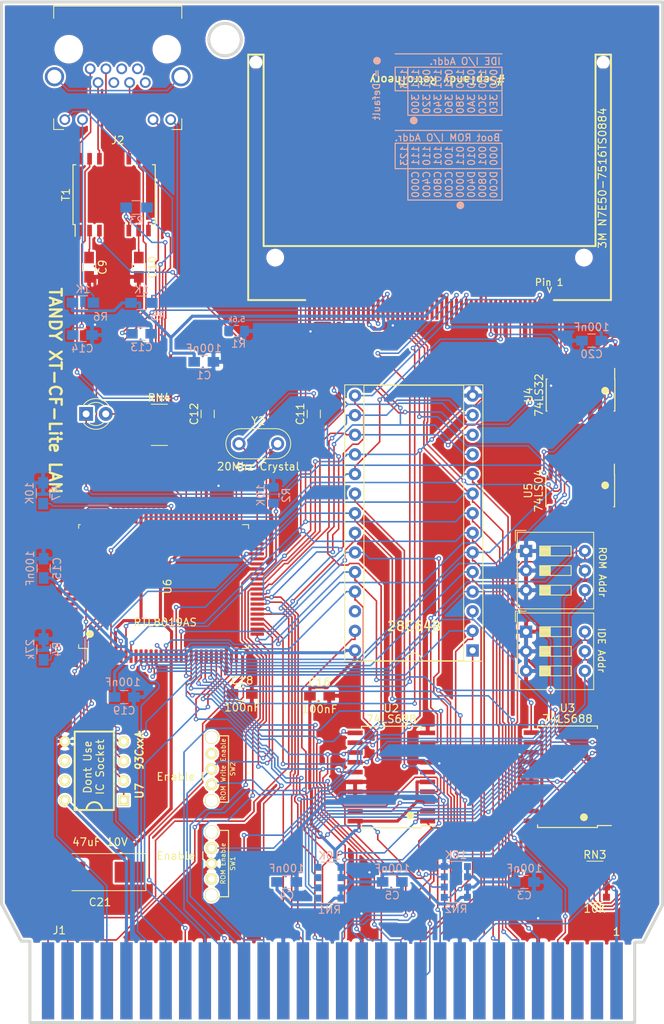
<source format=kicad_pcb>
(kicad_pcb (version 20171130) (host pcbnew "(5.1.6)-1")
  (title_block (title "Tandy 1400LT XT-CF-lite-LAN") (date 2021-09-29) (rev 0.9a) (company "Retro Theory ") (comment 2 "GNU Free Documentation License (GFDL)") (comment 3 "Based on www.malinov.com/Home/sergeys-projects/xt-cf-lite ") (comment 4 "Modified from Sergey Kiselev's XT-CF-Lite design - James Pearce's XT-CF-Lite card,"))
  (layers (0 Front signal) (31 Back signal) (36 B.SilkS user) (37 F.SilkS user) (38 B.Mask user) (39 F.Mask user) (44 Edge.Cuts user))
  (net 0 "")
  (net 1 /A0)
  (net 2 /A1)
  (net 3 /A10)
  (net 4 /A11)
  (net 5 /A12)
  (net 6 /A13)
  (net 7 /A14)
  (net 8 /A15)
  (net 9 /A16)
  (net 10 /A17)
  (net 11 /A18)
  (net 12 /A19)
  (net 13 /A2)
  (net 14 /A3)
  (net 15 /A4)
  (net 16 /A5)
  (net 17 /A6)
  (net 18 /A7)
  (net 19 /A8)
  (net 20 /A9)
  (net 21 /AEN)
  (net 22 /CF_DMARQ)
  (net 23 /CF_IORDY)
  (net 24 /D0)
  (net 25 /D1)
  (net 26 /D2)
  (net 27 /D3)
  (net 28 /D4)
  (net 29 /D5)
  (net 30 /D6)
  (net 31 /D7)
  (net 32 /RDY/~BUSY)
  (net 33 /~CF_CS0)
  (net 34 /~CF_CS1)
  (net 35 /~CF_DASP)
  (net 36 /~IOR)
  (net 37 /~IOW)
  (net 38 /~MEMR)
  (net 39 /~MEMW)
  (net 40 /~ROMW)
  (net 41 /~ROM_CS)
  (net 42 GND)
  (net 43 VCC)
  (net 44 "Net-(D1-Pad2)")
  (net 45 "Net-(D1-Pad1)")
  (net 46 "Net-(P2-Pad2)")
  (net 47 "Net-(P2-Pad1)")
  (net 48 "Net-(U3-Pad19)")
  (net 49 "Net-(U4-Pad4)")
  (net 50 "Net-(U5-Pad11)")
  (net 51 "Net-(RN1-Pad2)")
  (net 52 "Net-(RN1-Pad3)")
  (net 53 "Net-(RN1-Pad1)")
  (net 54 "Net-(RN2-Pad2)")
  (net 55 "Net-(RN3-Pad2)")
  (net 56 "Net-(RN3-Pad3)")
  (net 57 "Net-(RN3-Pad1)")
  (net 58 "Net-(P1-Pad26)")
  (net 59 "Net-(P1-Pad24)")
  (net 60 "Net-(P1-Pad25)")
  (net 61 "Net-(P1-Pad27)")
  (net 62 "Net-(P1-Pad28)")
  (net 63 "Net-(P1-Pad29)")
  (net 64 "Net-(P1-Pad30)")
  (net 65 "Net-(P1-Pad31)")
  (net 66 "Net-(P1-Pad33)")
  (net 67 "Net-(P1-Pad37)")
  (net 68 "Net-(P1-Pad40)")
  (net 69 "Net-(P1-Pad46)")
  (net 70 "Net-(P1-Pad47)")
  (net 71 "Net-(P1-Pad48)")
  (net 72 "Net-(P1-Pad49)")
  (net 73 "Net-(RN4-Pad4)")
  (net 74 "Net-(SW1-Pad3)")
  (net 75 "Net-(SW2-Pad1)")
  (net 76 "Net-(U1-Pad26)")
  (net 77 "Net-(U4-Pad8)")
  (net 78 "Net-(U4-Pad11)")
  (net 79 "Net-(U5-Pad4)")
  (net 80 "Net-(J1-Pad46)")
  (net 81 /CLK)
  (net 82 /IRQ2)
  (net 83 "Net-(J1-Pad60)")
  (net 84 "Net-(J1-Pad4)")
  (net 85 /DACK0)
  (net 86 "Net-(J1-Pad8)")
  (net 87 /DRQ3)
  (net 88 /DRQ1)
  (net 89 "Net-(J1-Pad1)")
  (net 90 "Net-(J1-Pad5)")
  (net 91 /IRQ3)
  (net 92 "Net-(J1-Pad47)")
  (net 93 "Net-(J1-Pad49)")
  (net 94 "Net-(J1-Pad55)")
  (net 95 /IO_READY)
  (net 96 "Net-(C9-Pad1)")
  (net 97 "Net-(C10-Pad1)")
  (net 98 /NX1)
  (net 99 /NX2)
  (net 100 "Net-(C13-Pad1)")
  (net 101 "Net-(C14-Pad1)")
  (net 102 "Net-(J2-PadSH)")
  (net 103 "Net-(J2-Pad1)")
  (net 104 "Net-(J2-Pad2)")
  (net 105 "Net-(J2-Pad3)")
  (net 106 "Net-(J2-Pad4)")
  (net 107 "Net-(J2-Pad5)")
  (net 108 "Net-(J2-Pad6)")
  (net 109 "Net-(J2-Pad7)")
  (net 110 "Net-(J2-Pad8)")
  (net 111 "Net-(J2-Pad10)")
  (net 112 "Net-(J2-Pad12)")
  (net 113 /TPIN+)
  (net 114 /TPIN-)
  (net 115 "Net-(U6-Pad49)")
  (net 116 "Net-(U6-Pad48)")
  (net 117 "Net-(U6-Pad80)")
  (net 118 "Net-(U6-Pad79)")
  (net 119 "Net-(U6-Pad88)")
  (net 120 "Net-(U6-Pad87)")
  (net 121 "Net-(U6-Pad85)")
  (net 122 "Net-(U6-Pad95)")
  (net 123 "Net-(U6-Pad94)")
  (net 124 "Net-(U6-Pad93)")
  (net 125 "Net-(U6-Pad92)")
  (net 126 "Net-(U6-Pad91)")
  (net 127 "Net-(U6-Pad90)")
  (net 128 "Net-(U6-Pad100)")
  (net 129 "Net-(U6-Pad99)")
  (net 130 "Net-(U6-Pad98)")
  (net 131 "Net-(U6-Pad97)")
  (net 132 /LEDBNC)
  (net 133 "Net-(U6-Pad78)")
  (net 134 "Net-(U6-Pad77)")
  (net 135 "Net-(U6-Pad76)")
  (net 136 "Net-(U6-Pad75)")
  (net 137 "Net-(U6-Pad68)")
  (net 138 "Net-(U6-Pad67)")
  (net 139 "Net-(U6-Pad66)")
  (net 140 /TPOUT-)
  (net 141 "Net-(U6-Pad74)")
  (net 142 "Net-(U6-Pad84)")
  (net 143 "Net-(U6-Pad56)")
  (net 144 "Net-(U6-Pad71)")
  (net 145 "Net-(U6-Pad73)")
  (net 146 "Net-(U6-Pad82)")
  (net 147 "Net-(U6-Pad69)")
  (net 148 "Net-(U6-Pad72)")
  (net 149 /LED2)
  (net 150 "Net-(U6-Pad81)")
  (net 151 /LED0)
  (net 152 /TPOUT+)
  (net 153 "Net-(U6-Pad65)")
  (net 154 /LED1)
  (net 155 "Net-(U6-Pad54)")
  (net 156 "Net-(U6-Pad55)")
  (net 157 "Net-(U6-Pad53)")
  (net 158 /~BRST)
  (net 159 /IRQ5)
  (net 160 /ENABLE)
  (net 161 /RESET)
  (net 162 "Net-(R4-Pad1)")
  (net 163 /IRQ4)
  (net 164 "Net-(U7-Pad7)")
  (net 165 "Net-(U7-Pad6)")
  (net 166 "Net-(R7-Pad1)")
  (net 167 "Net-(RN1-Pad4)")
  (module Resistors_SMD:R_Array_Convex_4x1206 (layer Front) (at 70.2426 79.162)
    (fp_text reference RN4 (at 0 -3.5) (layer F.SilkS))
    (fp_text value 1K)
    (pad 1 smd rect (at -1.5 -2) (size 0.9 0.9) (layers Front F.Paste F.Mask) (net 44 "Net-(D1-Pad2)"))
    (pad 4 smd rect (at -1.5 2) (size 0.9 0.9) (layers Front F.Paste F.Mask) (net 73 "Net-(RN4-Pad4)"))
    (pad 2 smd rect (at -1.5 -0.66) (size 0.9 0.9) (layers Front F.Paste F.Mask) (net 47 "Net-(P2-Pad1)"))
    (pad 3 smd rect (at -1.5 0.66) (size 0.9 0.9) (layers Front F.Paste F.Mask) (net 23 /CF_IORDY))
    (pad 7 smd rect (at 1.5 -0.66) (size 0.9 0.9) (layers Front F.Paste F.Mask) (net 43 VCC))
    (pad 8 smd rect (at 1.5 -2) (size 0.9 0.9) (layers Front F.Paste F.Mask) (net 43 VCC))
    (pad 5 smd rect (at 1.5 2) (size 0.9 0.9) (layers Front F.Paste F.Mask) (net 43 VCC))
    (pad 6 smd rect (at 1.5 0.66) (size 0.9 0.9) (layers Front F.Paste F.Mask) (net 43 VCC))
  )
  (module Resistors_SMD:R_Array_Convex_4x1206 (layer Front) (at 126.671 138.36)
    (fp_text reference RN3 (at 0 -3.5) (layer F.SilkS))
    (fp_text value 10K (at 0 3.5) (layer F.SilkS))
    (pad 1 smd rect (at -1.5 -2) (size 0.9 0.9) (layers Front F.Paste F.Mask) (net 57 "Net-(RN3-Pad1)"))
    (pad 4 smd rect (at -1.5 2) (size 0.9 0.9) (layers Front F.Paste F.Mask) (net 42 GND))
    (pad 2 smd rect (at -1.5 -0.66) (size 0.9 0.9) (layers Front F.Paste F.Mask) (net 55 "Net-(RN3-Pad2)"))
    (pad 3 smd rect (at -1.5 0.66) (size 0.9 0.9) (layers Front F.Paste F.Mask) (net 56 "Net-(RN3-Pad3)"))
    (pad 7 smd rect (at 1.5 -0.66) (size 0.9 0.9) (layers Front F.Paste F.Mask) (net 43 VCC))
    (pad 8 smd rect (at 1.5 -2) (size 0.9 0.9) (layers Front F.Paste F.Mask) (net 43 VCC))
    (pad 5 smd rect (at 1.5 2) (size 0.9 0.9) (layers Front F.Paste F.Mask) (net 43 VCC))
    (pad 6 smd rect (at 1.5 0.66) (size 0.9 0.9) (layers Front F.Paste F.Mask) (net 43 VCC))
  )
  (module Resistors_SMD:R_Array_Convex_4x1206 (layer Back) (at 108.661 138.379)
    (fp_text reference RN2 (at 0 3.5) (layer B.SilkS) (effects (justify mirror)))
    (fp_text value 10K (at 0 -3.5) (layer B.SilkS) (effects (justify mirror)))
    (pad 1 smd rect (at -1.5 2) (size 0.9 0.9) (layers Back B.Paste B.Mask) (net 32 /RDY/~BUSY))
    (pad 4 smd rect (at -1.5 -2) (size 0.9 0.9) (layers Back B.Paste B.Mask) (net 42 GND))
    (pad 2 smd rect (at -1.5 0.66) (size 0.9 0.9) (layers Back B.Paste B.Mask) (net 54 "Net-(RN2-Pad2)"))
    (pad 3 smd rect (at -1.5 -0.66) (size 0.9 0.9) (layers Back B.Paste B.Mask) (net 40 /~ROMW))
    (pad 7 smd rect (at 1.5 0.66) (size 0.9 0.9) (layers Back B.Paste B.Mask) (net 43 VCC))
    (pad 8 smd rect (at 1.5 2) (size 0.9 0.9) (layers Back B.Paste B.Mask) (net 43 VCC))
    (pad 5 smd rect (at 1.5 -2) (size 0.9 0.9) (layers Back B.Paste B.Mask) (net 43 VCC))
    (pad 6 smd rect (at 1.5 -0.66) (size 0.9 0.9) (layers Back B.Paste B.Mask) (net 43 VCC))
  )
  (module Resistors_SMD:R_Array_Convex_4x1206 (layer Back) (at 92.2796 138.48)
    (fp_text reference RN1 (at 0 3.5) (layer B.SilkS) (effects (justify mirror)))
    (fp_text value 10K (at 0 -3.5) (layer B.SilkS) (effects (justify mirror)))
    (pad 1 smd rect (at -1.5 2) (size 0.9 0.9) (layers Back B.Paste B.Mask) (net 53 "Net-(RN1-Pad1)"))
    (pad 4 smd rect (at -1.5 -2) (size 0.9 0.9) (layers Back B.Paste B.Mask) (net 167 "Net-(RN1-Pad4)"))
    (pad 2 smd rect (at -1.5 0.66) (size 0.9 0.9) (layers Back B.Paste B.Mask) (net 51 "Net-(RN1-Pad2)"))
    (pad 3 smd rect (at -1.5 -0.66) (size 0.9 0.9) (layers Back B.Paste B.Mask) (net 52 "Net-(RN1-Pad3)"))
    (pad 7 smd rect (at 1.5 0.66) (size 0.9 0.9) (layers Back B.Paste B.Mask) (net 43 VCC))
    (pad 8 smd rect (at 1.5 2) (size 0.9 0.9) (layers Back B.Paste B.Mask) (net 43 VCC))
    (pad 5 smd rect (at 1.5 -2) (size 0.9 0.9) (layers Back B.Paste B.Mask) (net 43 VCC))
    (pad 6 smd rect (at 1.5 -0.66) (size 0.9 0.9) (layers Back B.Paste B.Mask) (net 43 VCC))
  )
  (module Resistors_SMD:R_0805_HandSoldering (layer Back) (at 55.179 88.0174 90)
    (fp_text reference R7 (at 0 1.7 270) (layer B.SilkS) (effects (justify mirror)))
    (fp_text value 10K (at 0 -1.75 270) (layer B.SilkS) (effects (justify mirror)))
    (pad 1 smd rect (at -1.35 0 90) (size 1.5 1.3) (layers Back B.Paste B.Mask) (net 166 "Net-(R7-Pad1)"))
    (pad 2 smd rect (at 1.35 0 90) (size 1.5 1.3) (layers Back B.Paste B.Mask) (net 42 GND))
  )
  (module Crystals:Resonator-2pin_w8.0mm_h3.5mm (layer Front) (at 80.5586 81.6102)
    (fp_text reference Y2 (at 2.5 -2.95) (layer F.SilkS))
    (fp_text value "20Mhz Crystal" (at 2.5 2.95) (layer F.SilkS))
    (pad 1 thru_hole circle (at 0 0) (size 1.7 1.7) (drill 1) (layers *.Cu *.Mask) (net 98 /NX1))
    (pad 2 thru_hole circle (at 5 0) (size 1.7 1.7) (drill 1) (layers *.Cu *.Mask) (net 99 /NX2))
  )
  (module Capacitors_SMD:C_0805_HandSoldering (layer Back) (at 65.6892 114.432)
    (fp_text reference C19 (at 0 1.75) (layer B.SilkS) (effects (justify mirror)))
    (fp_text value 100nF (at -0.1892 -1.932) (layer B.SilkS) (effects (justify mirror)))
    (pad 1 smd rect (at -1.25 0) (size 1.5 1.25) (layers Back B.Paste B.Mask) (net 43 VCC))
    (pad 2 smd rect (at 1.25 0) (size 1.5 1.25) (layers Back B.Paste B.Mask) (net 42 GND))
  )
  (module Capacitors_SMD:C_0805_HandSoldering (layer Front) (at 80.9701 114.026)
    (fp_text reference C18 (at 0 -1.75) (layer F.SilkS))
    (fp_text value 100nF (at 0 1.75) (layer F.SilkS))
    (pad 1 smd rect (at -1.25 0) (size 1.5 1.25) (layers Front F.Paste F.Mask) (net 43 VCC))
    (pad 2 smd rect (at 1.25 0) (size 1.5 1.25) (layers Front F.Paste F.Mask) (net 42 GND))
  )
  (module Capacitors_SMD:C_0805_HandSoldering (layer Front) (at 91 114.25)
    (fp_text reference C16 (at 0 -1.75) (layer F.SilkS))
    (fp_text value 100nF (at 0 1.75) (layer F.SilkS))
    (pad 1 smd rect (at -1.25 0) (size 1.5 1.25) (layers Front F.Paste F.Mask) (net 43 VCC))
    (pad 2 smd rect (at 1.25 0) (size 1.5 1.25) (layers Front F.Paste F.Mask) (net 42 GND))
  )
  (module Capacitors_SMD:C_0805_HandSoldering (layer Back) (at 55.25 97.75 90)
    (fp_text reference C15 (at 0 1.75 90) (layer B.SilkS) (effects (justify mirror)))
    (fp_text value 100nF (at 0 -1.75 90) (layer B.SilkS) (effects (justify mirror)))
    (pad 1 smd rect (at -1.25 0 90) (size 1.5 1.25) (layers Back B.Paste B.Mask) (net 43 VCC))
    (pad 2 smd rect (at 1.25 0 90) (size 1.5 1.25) (layers Back B.Paste B.Mask) (net 42 GND))
  )
  (module Capacitors_SMD:C_0805_HandSoldering (layer Back) (at 100.412 138.379)
    (fp_text reference C5 (at 0 1.75) (layer B.SilkS) (effects (justify mirror)))
    (fp_text value 100nF (at 0 -1.75) (layer B.SilkS) (effects (justify mirror)))
    (pad 1 smd rect (at -1.25 0) (size 1.5 1.25) (layers Back B.Paste B.Mask) (net 43 VCC))
    (pad 2 smd rect (at 1.25 0) (size 1.5 1.25) (layers Back B.Paste B.Mask) (net 42 GND))
  )
  (module Capacitors_SMD:C_0805_HandSoldering (layer Back) (at 86.7356 138.379)
    (fp_text reference C4 (at 0 1.75) (layer B.SilkS) (effects (justify mirror)))
    (fp_text value 100nF (at 0 -1.75) (layer B.SilkS) (effects (justify mirror)))
    (pad 1 smd rect (at -1.25 0) (size 1.5 1.25) (layers Back B.Paste B.Mask) (net 43 VCC))
    (pad 2 smd rect (at 1.25 0) (size 1.5 1.25) (layers Back B.Paste B.Mask) (net 42 GND))
  )
  (module Capacitors_SMD:C_0805_HandSoldering (layer Back) (at 117.531 138.379)
    (fp_text reference C3 (at 0 1.75) (layer B.SilkS) (effects (justify mirror)))
    (fp_text value 100nF (at 0 -1.75) (layer B.SilkS) (effects (justify mirror)))
    (pad 1 smd rect (at -1.25 0) (size 1.5 1.25) (layers Back B.Paste B.Mask) (net 43 VCC))
    (pad 2 smd rect (at 1.25 0) (size 1.5 1.25) (layers Back B.Paste B.Mask) (net 42 GND))
  )
  (module Capacitors_SMD:C_0805_HandSoldering (layer Back) (at 76 71)
    (fp_text reference C1 (at 0 1.75) (layer B.SilkS) (effects (justify mirror)))
    (fp_text value 100nF (at 0 -1.75) (layer B.SilkS) (effects (justify mirror)))
    (pad 1 smd rect (at -1.25 0) (size 1.5 1.25) (layers Back B.Paste B.Mask) (net 43 VCC))
    (pad 2 smd rect (at 1.25 0) (size 1.5 1.25) (layers Back B.Paste B.Mask) (net 42 GND))
  )
  (module Package_SO:SOIC-16W-12_7.5x10.3mm_P1.27mm (layer Front) (at 64.3788 49.342 90)
    (fp_text reference T1 (at 0 -6.25 90) (layer F.SilkS))
    (fp_text value 13F-39MNL)
    (pad 16 smd rect (at 4.65 -4.445 90) (size 1.5 0.6) (layers Front F.Paste F.Mask) (net 103 "Net-(J2-Pad1)"))
    (pad 15 smd rect (at 4.65 -3.175 90) (size 1.5 0.6) (layers Front F.Paste F.Mask) (net 101 "Net-(C14-Pad1)"))
    (pad 14 smd rect (at 4.65 -1.905 90) (size 1.5 0.6) (layers Front F.Paste F.Mask) (net 104 "Net-(J2-Pad2)"))
    (pad 11 smd rect (at 4.65 1.905 90) (size 1.5 0.6) (layers Front F.Paste F.Mask) (net 105 "Net-(J2-Pad3)"))
    (pad 10 smd rect (at 4.65 3.175 90) (size 1.5 0.6) (layers Front F.Paste F.Mask) (net 100 "Net-(C13-Pad1)"))
    (pad 9 smd rect (at 4.65 4.445 90) (size 1.5 0.6) (layers Front F.Paste F.Mask) (net 108 "Net-(J2-Pad6)"))
    (pad 8 smd rect (at -4.65 4.445 90) (size 1.5 0.6) (layers Front F.Paste F.Mask) (net 114 /TPIN-))
    (pad 7 smd rect (at -4.65 3.175 90) (size 1.5 0.6) (layers Front F.Paste F.Mask) (net 97 "Net-(C10-Pad1)"))
    (pad 6 smd rect (at -4.65 1.905 90) (size 1.5 0.6) (layers Front F.Paste F.Mask) (net 113 /TPIN+))
    (pad 3 smd rect (at -4.65 -1.905 90) (size 1.5 0.6) (layers Front F.Paste F.Mask) (net 140 /TPOUT-))
    (pad 2 smd rect (at -4.65 -3.175 90) (size 1.5 0.6) (layers Front F.Paste F.Mask) (net 96 "Net-(C9-Pad1)"))
    (pad 1 smd rect (at -4.65 -4.445 90) (size 1.5 0.6) (layers Front F.Paste F.Mask) (net 152 /TPOUT+))
  )
  (module My_Components:IC_DIP8_300 (layer Front) (at 61.81 123.98 90)
    (fp_text reference U7 (at -2.60096 5.84962 90) (layer F.SilkS) (effects (font (size 1.016 1.016) (thickness 0.2032))))
    (fp_text value 93CxxA (at 2.54 5.842 90) (layer F.SilkS) (effects (font (size 1.016 0.9144) (thickness 0.2032) italic)))
    (pad 8 thru_hole circle (at -3.81 -3.81 90) (size 1.397 1.397) (drill 0.8128) (layers *.Cu *.Mask F.SilkS) (net 43 VCC))
    (pad 7 thru_hole circle (at -1.27 -3.81 90) (size 1.397 1.397) (drill 0.8128) (layers *.Cu *.Mask F.SilkS) (net 164 "Net-(U7-Pad7)"))
    (pad 6 thru_hole circle (at 1.27 -3.81 90) (size 1.397 1.397) (drill 0.8128) (layers *.Cu *.Mask F.SilkS) (net 165 "Net-(U7-Pad6)"))
    (pad 5 thru_hole circle (at 3.81 -3.81 90) (size 1.397 1.397) (drill 0.8128) (layers *.Cu *.Mask F.SilkS) (net 42 GND))
    (pad 4 thru_hole circle (at 3.81 3.81 90) (size 1.397 1.397) (drill 0.8128) (layers *.Cu *.Mask F.SilkS) (net 134 "Net-(U6-Pad77)"))
    (pad 3 thru_hole circle (at 1.27 3.81 90) (size 1.397 1.397) (drill 0.8128) (layers *.Cu *.Mask F.SilkS) (net 133 "Net-(U6-Pad78)"))
    (pad 2 thru_hole circle (at -1.27 3.81 90) (size 1.397 1.397) (drill 0.8128) (layers *.Cu *.Mask F.SilkS) (net 118 "Net-(U6-Pad79)"))
    (pad 1 thru_hole rect (at -3.81 3.81 90) (size 1.397 1.397) (drill 0.8128) (layers *.Cu *.Mask F.SilkS) (net 135 "Net-(U6-Pad76)"))
  )
  (module Resistors_SMD:R_0805_HandSoldering (layer Back) (at 60.3314 63.3324)
    (fp_text reference R6 (at 2.2898 1.8288) (layer B.SilkS) (effects (justify mirror)))
    (fp_text value 1K (at 0 -1.75) (layer B.SilkS) (effects (justify mirror)))
    (pad 1 smd rect (at -1.35 0) (size 1.5 1.3) (layers Back B.Paste B.Mask) (net 43 VCC))
    (pad 2 smd rect (at 1.35 0) (size 1.5 1.3) (layers Back B.Paste B.Mask) (net 111 "Net-(J2-Pad10)"))
  )
  (module Resistors_SMD:R_0805_HandSoldering (layer Back) (at 67.9183 63.3603)
    (fp_text reference R5 (at 2.11454 1.7399) (layer B.SilkS) (effects (justify mirror)))
    (fp_text value 1K (at 0 -1.75) (layer B.SilkS) (effects (justify mirror)))
    (pad 1 smd rect (at -1.35 0) (size 1.5 1.3) (layers Back B.Paste B.Mask) (net 43 VCC))
    (pad 2 smd rect (at 1.35 0) (size 1.5 1.3) (layers Back B.Paste B.Mask) (net 112 "Net-(J2-Pad12)"))
  )
  (module Resistors_SMD:R_0805_HandSoldering (layer Back) (at 55.25 108.25 90)
    (fp_text reference R4 (at 0 1.7 90) (layer B.SilkS) (effects (justify mirror)))
    (fp_text value 27k (at 0 -1.75 90) (layer B.SilkS) (effects (justify mirror)))
    (pad 1 smd rect (at -1.35 0 90) (size 1.5 1.3) (layers Back B.Paste B.Mask) (net 162 "Net-(R4-Pad1)"))
    (pad 2 smd rect (at 1.35 0 90) (size 1.5 1.3) (layers Back B.Paste B.Mask) (net 42 GND))
  )
  (module Capacitors_Tantalum_SMD:CP_Tantalum_Case-D_EIA-7343-31_Hand (layer Front) (at 62.5506 137.109 180)
    (fp_text reference C21 (at 0 -3.9) (layer F.SilkS))
    (fp_text value "47uF 10V" (at 0 3.9) (layer F.SilkS))
    (pad 1 smd rect (at -3.775 0 180) (size 3.75 2.7) (layers Front F.Paste F.Mask) (net 43 VCC))
    (pad 2 smd rect (at 3.775 0 180) (size 3.75 2.7) (layers Front F.Paste F.Mask) (net 42 GND))
  )
  (module Capacitors_SMD:C_0805_HandSoldering (layer Back) (at 126.25 68.25)
    (fp_text reference C20 (at 0 1.75) (layer B.SilkS) (effects (justify mirror)))
    (fp_text value 100nF (at 0 -1.75) (layer B.SilkS) (effects (justify mirror)))
    (pad 1 smd rect (at -1.25 0) (size 1.5 1.25) (layers Back B.Paste B.Mask) (net 42 GND))
    (pad 2 smd rect (at 1.25 0) (size 1.5 1.25) (layers Back B.Paste B.Mask) (net 43 VCC))
  )
  (module My_Components:LQFP-14x20mm_P0.5mmRealtek (layer Front) (at 70.7933 100.104 90)
    (fp_text reference U6 (at 0 0.5 90) (layer F.SilkS))
    (fp_text value RTL8019AS (at -4.646 0.2067 180) (layer F.SilkS))
    (pad 49 smd roundrect (at 5.525 12.125 90) (size 0.4 1.75) (layers Front F.Paste F.Mask) (net 115 "Net-(U6-Pad49)"))
    (pad 52 smd roundrect (at 9.025 8.775 90) (size 1.75 0.4) (layers Front F.Paste F.Mask) (net 42 GND))
    (pad 48 smd roundrect (at 4.875 12.125 90) (size 0.4 1.75) (layers Front F.Paste F.Mask) (net 116 "Net-(U6-Pad48)"))
    (pad 36 smd roundrect (at -2.925 12.125 90) (size 0.4 1.75) (layers Front F.Paste F.Mask) (net 24 /D0))
    (pad 32 smd roundrect (at -5.525 12.125 90) (size 0.4 1.75) (layers Front F.Paste F.Mask) (net 39 /~MEMW))
    (pad 33 smd roundrect (at -4.875 12.125 90) (size 0.4 1.75) (layers Front F.Paste F.Mask) (net 161 /RESET))
    (pad 34 smd roundrect (at -4.225 12.125 90) (size 0.4 1.75) (layers Front F.Paste F.Mask) (net 21 /AEN))
    (pad 80 smd roundrect (at 9.025 -9.425 90) (size 1.75 0.4) (layers Front F.Paste F.Mask) (net 117 "Net-(U6-Pad80)"))
    (pad 79 smd roundrect (at 9.025 -8.775 90) (size 1.75 0.4) (layers Front F.Paste F.Mask) (net 118 "Net-(U6-Pad79)"))
    (pad 89 smd roundrect (at 0.975 -12.025 90) (size 0.4 1.75) (layers Front F.Paste F.Mask) (net 43 VCC))
    (pad 88 smd roundrect (at 1.625 -12.025 90) (size 0.4 1.75) (layers Front F.Paste F.Mask) (net 119 "Net-(U6-Pad88)"))
    (pad 87 smd roundrect (at 2.275 -12.025 90) (size 0.4 1.75) (layers Front F.Paste F.Mask) (net 120 "Net-(U6-Pad87)"))
    (pad 86 smd roundrect (at 2.925 -12.025 90) (size 0.4 1.75) (layers Front F.Paste F.Mask) (net 42 GND))
    (pad 85 smd roundrect (at 3.575 -12.025 90) (size 0.4 1.75) (layers Front F.Paste F.Mask) (net 121 "Net-(U6-Pad85)"))
    (pad 95 smd roundrect (at -2.925 -12.025 90) (size 0.4 1.75) (layers Front F.Paste F.Mask) (net 122 "Net-(U6-Pad95)"))
    (pad 94 smd roundrect (at -2.275 -12.025 90) (size 0.4 1.75) (layers Front F.Paste F.Mask) (net 123 "Net-(U6-Pad94)"))
    (pad 93 smd roundrect (at -1.625 -12.025 90) (size 0.4 1.75) (layers Front F.Paste F.Mask) (net 124 "Net-(U6-Pad93)"))
    (pad 92 smd roundrect (at -0.975 -12.025 90) (size 0.4 1.75) (layers Front F.Paste F.Mask) (net 125 "Net-(U6-Pad92)"))
    (pad 91 smd roundrect (at -0.325 -12.025 90) (size 0.4 1.75) (layers Front F.Paste F.Mask) (net 126 "Net-(U6-Pad91)"))
    (pad 90 smd roundrect (at 0.325 -12.025 90) (size 0.4 1.75) (layers Front F.Paste F.Mask) (net 127 "Net-(U6-Pad90)"))
    (pad 100 smd roundrect (at -6.175 -12.025 90) (size 0.4 1.75) (layers Front F.Paste F.Mask) (net 128 "Net-(U6-Pad100)"))
    (pad 99 smd roundrect (at -5.525 -12.025 90) (size 0.4 1.75) (layers Front F.Paste F.Mask) (net 129 "Net-(U6-Pad99)"))
    (pad 98 smd roundrect (at -4.875 -12.025 90) (size 0.4 1.75) (layers Front F.Paste F.Mask) (net 130 "Net-(U6-Pad98)"))
    (pad 97 smd roundrect (at -4.225 -12.025 90) (size 0.4 1.75) (layers Front F.Paste F.Mask) (net 131 "Net-(U6-Pad97)"))
    (pad 96 smd roundrect (at -3.575 -12.025 90) (size 0.4 1.75) (layers Front F.Paste F.Mask) (net 162 "Net-(R4-Pad1)"))
    (pad 30 smd roundrect (at -9.025 9.425 90) (size 1.75 0.4) (layers Front F.Paste F.Mask) (net 37 /~IOW))
    (pad 29 smd roundrect (at -9.025 8.775 90) (size 1.75 0.4) (layers Front F.Paste F.Mask) (net 36 /~IOR))
    (pad 31 smd roundrect (at -6.175 12.125 90) (size 0.4 1.75) (layers Front F.Paste F.Mask) (net 38 /~MEMR))
    (pad 59 smd roundrect (at 9.025 4.225 90) (size 1.75 0.4) (layers Front F.Paste F.Mask) (net 113 /TPIN+))
    (pad 13 smd roundrect (at -9.025 -1.625 90) (size 1.75 0.4) (layers Front F.Paste F.Mask) (net 18 /A7))
    (pad 14 smd roundrect (at -9.025 -0.975 90) (size 1.75 0.4) (layers Front F.Paste F.Mask) (net 42 GND))
    (pad 15 smd roundrect (at -9.025 -0.325 90) (size 1.75 0.4) (layers Front F.Paste F.Mask) (net 19 /A8))
    (pad 16 smd roundrect (at -9.025 0.325 90) (size 1.75 0.4) (layers Front F.Paste F.Mask) (net 20 /A9))
    (pad 17 smd roundrect (at -9.025 0.975 90) (size 1.75 0.4) (layers Front F.Paste F.Mask) (net 43 VCC))
    (pad 3 smd roundrect (at -9.025 -8.125 90) (size 1.75 0.4) (layers Front F.Paste F.Mask) (net 91 /IRQ3))
    (pad 60 smd roundrect (at 9.025 3.575 90) (size 1.75 0.4) (layers Front F.Paste F.Mask) (net 132 /LEDBNC))
    (pad 18 smd roundrect (at -9.025 1.625 90) (size 1.75 0.4) (layers Front F.Paste F.Mask) (net 3 /A10))
    (pad 78 smd roundrect (at 9.025 -8.125 90) (size 1.75 0.4) (layers Front F.Paste F.Mask) (net 133 "Net-(U6-Pad78)"))
    (pad 77 smd roundrect (at 9.025 -7.475 90) (size 1.75 0.4) (layers Front F.Paste F.Mask) (net 134 "Net-(U6-Pad77)"))
    (pad 76 smd roundrect (at 9.025 -6.825 90) (size 1.75 0.4) (layers Front F.Paste F.Mask) (net 135 "Net-(U6-Pad76)"))
    (pad 75 smd roundrect (at 9.025 -6.175 90) (size 1.75 0.4) (layers Front F.Paste F.Mask) (net 136 "Net-(U6-Pad75)"))
    (pad 68 smd roundrect (at 9.025 -1.625 90) (size 1.75 0.4) (layers Front F.Paste F.Mask) (net 137 "Net-(U6-Pad68)"))
    (pad 67 smd roundrect (at 9.025 -0.975 90) (size 1.75 0.4) (layers Front F.Paste F.Mask) (net 138 "Net-(U6-Pad67)"))
    (pad 66 smd roundrect (at 9.025 -0.325 90) (size 1.75 0.4) (layers Front F.Paste F.Mask) (net 139 "Net-(U6-Pad66)"))
    (pad 46 smd roundrect (at 3.575 12.125 90) (size 0.4 1.75) (layers Front F.Paste F.Mask) (net 140 /TPOUT-))
    (pad 19 smd roundrect (at -9.025 2.275 90) (size 1.75 0.4) (layers Front F.Paste F.Mask) (net 4 /A11))
    (pad 74 smd roundrect (at 9.025 -5.525 90) (size 1.75 0.4) (layers Front F.Paste F.Mask) (net 141 "Net-(U6-Pad74)"))
    (pad 20 smd roundrect (at -9.025 2.925 90) (size 1.75 0.4) (layers Front F.Paste F.Mask) (net 5 /A12))
    (pad 84 smd roundrect (at 4.225 -12.025 90) (size 0.4 1.75) (layers Front F.Paste F.Mask) (net 142 "Net-(U6-Pad84)"))
    (pad 56 smd roundrect (at 9.025 6.175 90) (size 1.75 0.4) (layers Front F.Paste F.Mask) (net 143 "Net-(U6-Pad56)"))
    (pad 43 smd roundrect (at 1.625 12.125 90) (size 0.4 1.75) (layers Front F.Paste F.Mask) (net 31 /D7))
    (pad 71 smd roundrect (at 9.025 -3.575 90) (size 1.75 0.4) (layers Front F.Paste F.Mask) (net 144 "Net-(U6-Pad71)"))
    (pad 73 smd roundrect (at 9.025 -4.875 90) (size 1.75 0.4) (layers Front F.Paste F.Mask) (net 145 "Net-(U6-Pad73)"))
    (pad 8 smd roundrect (at -9.025 -4.875 90) (size 1.75 0.4) (layers Front F.Paste F.Mask) (net 13 /A2))
    (pad 1 smd roundrect (at -9.025 -9.425 90) (size 1.75 0.4) (layers Front F.Paste F.Mask) (net 159 /IRQ5))
    (pad 22 smd roundrect (at -9.025 4.225 90) (size 1.75 0.4) (layers Front F.Paste F.Mask) (net 7 /A14))
    (pad 23 smd roundrect (at -9.025 4.875 90) (size 1.75 0.4) (layers Front F.Paste F.Mask) (net 8 /A15))
    (pad 82 smd roundrect (at 5.525 -12.025 90) (size 0.4 1.75) (layers Front F.Paste F.Mask) (net 146 "Net-(U6-Pad82)"))
    (pad 24 smd roundrect (at -9.025 5.525 90) (size 1.75 0.4) (layers Front F.Paste F.Mask) (net 9 /A16))
    (pad 10 smd roundrect (at -9.025 -3.575 90) (size 1.75 0.4) (layers Front F.Paste F.Mask) (net 15 /A4))
    (pad 69 smd roundrect (at 9.025 -2.275 90) (size 1.75 0.4) (layers Front F.Paste F.Mask) (net 147 "Net-(U6-Pad69)"))
    (pad 72 smd roundrect (at 9.025 -4.225 90) (size 1.75 0.4) (layers Front F.Paste F.Mask) (net 148 "Net-(U6-Pad72)"))
    (pad 28 smd roundrect (at -9.025 8.125 90) (size 1.75 0.4) (layers Front F.Paste F.Mask) (net 42 GND))
    (pad 63 smd roundrect (at 9.025 1.625 90) (size 1.75 0.4) (layers Front F.Paste F.Mask) (net 149 /LED2))
    (pad 64 smd roundrect (at 9.025 0.975 90) (size 1.75 0.4) (layers Front F.Paste F.Mask) (net 166 "Net-(R7-Pad1)"))
    (pad 81 smd roundrect (at 6.175 -12.025 90) (size 0.4 1.75) (layers Front F.Paste F.Mask) (net 150 "Net-(U6-Pad81)"))
    (pad 61 smd roundrect (at 9.025 2.925 90) (size 1.75 0.4) (layers Front F.Paste F.Mask) (net 151 /LED0))
    (pad 41 smd roundrect (at 0.325 12.125 90) (size 0.4 1.75) (layers Front F.Paste F.Mask) (net 29 /D5))
    (pad 40 smd roundrect (at -0.325 12.125 90) (size 0.4 1.75) (layers Front F.Paste F.Mask) (net 28 /D4))
    (pad 39 smd roundrect (at -0.975 12.125 90) (size 0.4 1.75) (layers Front F.Paste F.Mask) (net 27 /D3))
    (pad 38 smd roundrect (at -1.625 12.125 90) (size 0.4 1.75) (layers Front F.Paste F.Mask) (net 26 /D2))
    (pad 12 smd roundrect (at -9.025 -2.275 90) (size 1.75 0.4) (layers Front F.Paste F.Mask) (net 17 /A6))
    (pad 37 smd roundrect (at -2.275 12.125 90) (size 0.4 1.75) (layers Front F.Paste F.Mask) (net 25 /D1))
    (pad 4 smd roundrect (at -9.025 -7.475 90) (size 1.75 0.4) (layers Front F.Paste F.Mask) (net 82 /IRQ2))
    (pad 45 smd roundrect (at 2.925 12.125 90) (size 0.4 1.75) (layers Front F.Paste F.Mask) (net 152 /TPOUT+))
    (pad 58 smd roundrect (at 9.025 4.875 90) (size 1.75 0.4) (layers Front F.Paste F.Mask) (net 114 /TPIN-))
    (pad 11 smd roundrect (at -9.025 -2.925 90) (size 1.75 0.4) (layers Front F.Paste F.Mask) (net 16 /A5))
    (pad 2 smd roundrect (at -9.025 -8.775 90) (size 1.75 0.4) (layers Front F.Paste F.Mask) (net 163 /IRQ4))
    (pad 83 smd roundrect (at 4.875 -12.025 90) (size 0.4 1.75) (layers Front F.Paste F.Mask) (net 42 GND))
    (pad 42 smd roundrect (at 0.975 12.125 90) (size 0.4 1.75) (layers Front F.Paste F.Mask) (net 30 /D6))
    (pad 21 smd roundrect (at -9.025 3.575 90) (size 1.75 0.4) (layers Front F.Paste F.Mask) (net 6 /A13))
    (pad 70 smd roundrect (at 9.025 -2.925 90) (size 1.75 0.4) (layers Front F.Paste F.Mask) (net 43 VCC))
    (pad 44 smd roundrect (at 2.275 12.125 90) (size 0.4 1.75) (layers Front F.Paste F.Mask) (net 42 GND))
    (pad 26 smd roundrect (at -9.025 6.825 90) (size 1.75 0.4) (layers Front F.Paste F.Mask) (net 11 /A18))
    (pad 27 smd roundrect (at -9.025 7.475 90) (size 1.75 0.4) (layers Front F.Paste F.Mask) (net 12 /A19))
    (pad 9 smd roundrect (at -9.025 -4.225 90) (size 1.75 0.4) (layers Front F.Paste F.Mask) (net 14 /A3))
    (pad 25 smd roundrect (at -9.025 6.175 90) (size 1.75 0.4) (layers Front F.Paste F.Mask) (net 10 /A17))
    (pad 65 smd roundrect (at 9.025 0.325 90) (size 1.75 0.4) (layers Front F.Paste F.Mask) (net 153 "Net-(U6-Pad65)"))
    (pad 62 smd roundrect (at 9.025 2.275 90) (size 1.75 0.4) (layers Front F.Paste F.Mask) (net 154 /LED1))
    (pad 5 smd roundrect (at -9.025 -6.825 90) (size 1.75 0.4) (layers Front F.Paste F.Mask) (net 1 /A0))
    (pad 6 smd roundrect (at -9.025 -6.175 90) (size 1.75 0.4) (layers Front F.Paste F.Mask) (net 43 VCC))
    (pad 7 smd roundrect (at -9.025 -5.525 90) (size 1.75 0.4) (layers Front F.Paste F.Mask) (net 2 /A1))
    (pad 47 smd roundrect (at 4.225 12.125 90) (size 0.4 1.75) (layers Front F.Paste F.Mask) (net 43 VCC))
    (pad 35 smd roundrect (at -3.575 12.125 90) (size 0.4 1.75) (layers Front F.Paste F.Mask) (net 95 /IO_READY))
    (pad 54 smd roundrect (at 9.025 7.475 90) (size 1.75 0.4) (layers Front F.Paste F.Mask) (net 155 "Net-(U6-Pad54)"))
    (pad 57 smd roundrect (at 9.025 5.525 90) (size 1.75 0.4) (layers Front F.Paste F.Mask) (net 43 VCC))
    (pad 55 smd roundrect (at 9.025 6.825 90) (size 1.75 0.4) (layers Front F.Paste F.Mask) (net 156 "Net-(U6-Pad55)"))
    (pad 51 smd roundrect (at 9.025 9.425 90) (size 1.75 0.4) (layers Front F.Paste F.Mask) (net 99 /NX2))
    (pad 50 smd roundrect (at 6.175 12.125 90) (size 0.4 1.75) (layers Front F.Paste F.Mask) (net 98 /NX1))
    (pad 53 smd roundrect (at 9.025 8.125 90) (size 1.75 0.4) (layers Front F.Paste F.Mask) (net 157 "Net-(U6-Pad53)"))
  )
  (module Resistors_SMD:R_0805_HandSoldering (layer Back) (at 67.2846 51.0083)
    (fp_text reference R3 (at 0 1.7) (layer B.SilkS) (effects (justify mirror)))
    (fp_text value 200R)
    (pad 1 smd rect (at -1.35 0) (size 1.5 1.3) (layers Back B.Paste B.Mask) (net 113 /TPIN+))
    (pad 2 smd rect (at 1.35 0) (size 1.5 1.3) (layers Back B.Paste B.Mask) (net 114 /TPIN-))
  )
  (module My_Components:8P8C_yellow_green_Ckmtw_C133529 (layer Front) (at 64.85 30.5 180)
    (fp_text reference J2 (at 0 -11.8) (layer F.SilkS))
    (fp_text value RJ45_LED_Shielded)
    (pad "" np_thru_hole circle (at 6.35 0 180) (size 3.2 3.2) (drill 3.2) (layers *.Cu *.Mask))
    (pad "" np_thru_hole circle (at -6.35 0) (size 3.2 3.2) (drill 3.2) (layers *.Cu *.Mask))
    (pad SH thru_hole circle (at 8.2 -3.56 180) (size 2.5 2.5) (drill 1.8) (layers *.Cu *.Mask) (net 102 "Net-(J2-PadSH)"))
    (pad SH thru_hole circle (at -8.2 -3.56 180) (size 2.5 2.5) (drill 1.8) (layers *.Cu *.Mask) (net 102 "Net-(J2-PadSH)"))
    (pad 1 thru_hole circle (at 3.57 -2.54 180) (size 1.4 1.4) (drill 0.9) (layers *.Cu *.Mask) (net 103 "Net-(J2-Pad1)"))
    (pad 2 thru_hole circle (at 2.55 -4.32 180) (size 1.4 1.4) (drill 0.9) (layers *.Cu *.Mask) (net 104 "Net-(J2-Pad2)"))
    (pad 3 thru_hole circle (at 1.53 -2.54 180) (size 1.4 1.4) (drill 0.9) (layers *.Cu *.Mask) (net 105 "Net-(J2-Pad3)"))
    (pad 4 thru_hole circle (at 0.51 -4.32 180) (size 1.4 1.4) (drill 0.9) (layers *.Cu *.Mask) (net 106 "Net-(J2-Pad4)"))
    (pad 5 thru_hole circle (at -0.51 -2.54 180) (size 1.4 1.4) (drill 0.9) (layers *.Cu *.Mask) (net 107 "Net-(J2-Pad5)"))
    (pad 6 thru_hole circle (at -1.53 -4.32 180) (size 1.4 1.4) (drill 0.9) (layers *.Cu *.Mask) (net 108 "Net-(J2-Pad6)"))
    (pad 7 thru_hole circle (at -2.55 -2.54 180) (size 1.4 1.4) (drill 0.9) (layers *.Cu *.Mask) (net 109 "Net-(J2-Pad7)"))
    (pad 8 thru_hole circle (at -3.57 -4.32 180) (size 1.4 1.4) (drill 0.9) (layers *.Cu *.Mask) (net 110 "Net-(J2-Pad8)"))
    (pad 9 thru_hole circle (at 6.86 -9.12 180) (size 1.4 1.4) (drill 0.9) (layers *.Cu *.Mask) (net 151 /LED0))
    (pad 10 thru_hole circle (at 4.57 -9.12 180) (size 1.4 1.4) (drill 0.9) (layers *.Cu *.Mask) (net 111 "Net-(J2-Pad10)"))
    (pad 12 thru_hole circle (at -6.86 -9.12 180) (size 1.4 1.4) (drill 0.9) (layers *.Cu *.Mask) (net 112 "Net-(J2-Pad12)"))
    (pad 11 thru_hole circle (at -4.57 -9.12 180) (size 1.4 1.4) (drill 0.9) (layers *.Cu *.Mask) (net 154 /LED1))
  )
  (module Capacitors_SMD:C_0805_HandSoldering (layer Back) (at 60.2644 67.5234)
    (fp_text reference C14 (at 0 1.75) (layer B.SilkS) (effects (justify mirror)))
    (fp_text value C)
    (pad 1 smd rect (at -1.25 0) (size 1.5 1.25) (layers Back B.Paste B.Mask) (net 101 "Net-(C14-Pad1)"))
    (pad 2 smd rect (at 1.25 0) (size 1.5 1.25) (layers Back B.Paste B.Mask) (net 42 GND))
  )
  (module Capacitors_SMD:C_0805_HandSoldering (layer Back) (at 67.9348 67.3608)
    (fp_text reference C13 (at 0 1.75) (layer B.SilkS) (effects (justify mirror)))
    (fp_text value C)
    (pad 1 smd rect (at -1.25 0) (size 1.5 1.25) (layers Back B.Paste B.Mask) (net 100 "Net-(C13-Pad1)"))
    (pad 2 smd rect (at 1.25 0) (size 1.5 1.25) (layers Back B.Paste B.Mask) (net 42 GND))
  )
  (module Capacitors_SMD:C_0805_HandSoldering (layer Front) (at 76.5 77.75 90)
    (fp_text reference C12 (at 0 -1.75 90) (layer F.SilkS))
    (fp_text value C)
    (pad 1 smd rect (at -1.25 0 90) (size 1.5 1.25) (layers Front F.Paste F.Mask) (net 42 GND))
    (pad 2 smd rect (at 1.25 0 90) (size 1.5 1.25) (layers Front F.Paste F.Mask) (net 99 /NX2))
  )
  (module Capacitors_SMD:C_0805_HandSoldering (layer Front) (at 90.25 77.75 90)
    (fp_text reference C11 (at 0 -1.75 90) (layer F.SilkS))
    (fp_text value C)
    (pad 1 smd rect (at -1.25 0 90) (size 1.5 1.25) (layers Front F.Paste F.Mask) (net 42 GND))
    (pad 2 smd rect (at 1.25 0 90) (size 1.5 1.25) (layers Front F.Paste F.Mask) (net 98 /NX1))
  )
  (module Capacitors_SMD:C_0805_HandSoldering (layer Front) (at 67.5742 58.7404 270)
    (fp_text reference C10 (at 0 -1.75 90) (layer F.SilkS))
    (fp_text value C)
    (pad 1 smd rect (at -1.25 0 270) (size 1.5 1.25) (layers Front F.Paste F.Mask) (net 97 "Net-(C10-Pad1)"))
    (pad 2 smd rect (at 1.25 0 270) (size 1.5 1.25) (layers Front F.Paste F.Mask) (net 42 GND))
  )
  (module Capacitors_SMD:C_0805_HandSoldering (layer Front) (at 61.1378 58.7404 270)
    (fp_text reference C9 (at 0 -1.75 90) (layer F.SilkS))
    (fp_text value C)
    (pad 1 smd rect (at -1.25 0 270) (size 1.5 1.25) (layers Front F.Paste F.Mask) (net 96 "Net-(C9-Pad1)"))
    (pad 2 smd rect (at 1.25 0 270) (size 1.5 1.25) (layers Front F.Paste F.Mask) (net 42 GND))
  )
  (module My_Components:CF_Slot_3M_N7E50-7516TS0884 (layer Front) (at 105.25 58.3 180)
    (fp_text reference P1)
    (fp_text value CF_CARD hide)
    (fp_text user > (at -15.6 -3.4 270 unlocked) (layer F.SilkS) (effects (font (size 0.9 0.9) (thickness 0.1524))))
    (fp_text user "3M N7E50-7516TS0884" (at -22.4 11.1 90) (layer F.SilkS))
    (fp_text user "Pin 1" (at -15.5 -2.4) (layer F.SilkS) (effects (font (size 0.9 0.9) (thickness 0.1524))))
    (pad "" np_thru_hole circle (at 20 0.8 180) (size 1.8 1.8) (drill 1.8) (layers *.Cu *.Mask))
    (pad "" np_thru_hole circle (at -20 0.8 180) (size 1.8 1.8) (drill 1.8) (layers *.Cu *.Mask))
    (pad 26 smd rect (at -14.9225 -5.9 180) (size 0.381 2.7) (layers Front F.Paste F.Mask) (net 58 "Net-(P1-Pad26)"))
    (pad 1 smd rect (at -15.5575 -5.9 180) (size 0.381 2.7) (layers Front F.Paste F.Mask) (net 42 GND))
    (pad "" np_thru_hole circle (at -22.5 26.1 180) (size 1.2 1.2) (drill 1.2) (layers *.Cu *.Mask))
    (pad "" np_thru_hole circle (at 22.5 26.1 180) (size 1.2 1.2) (drill 1.2) (layers *.Cu *.Mask))
    (pad "" smd rect (at -24 22.8 180) (size 4 5) (layers Front F.Paste F.Mask))
    (pad "" smd rect (at 24 22.8 180) (size 4 5) (layers Front F.Paste F.Mask))
    (pad 2 smd rect (at -14.2875 -5.9 180) (size 0.381 2.7) (layers Front F.Paste F.Mask) (net 27 /D3))
    (pad 3 smd rect (at -13.0175 -5.9 180) (size 0.381 2.7) (layers Front F.Paste F.Mask) (net 28 /D4))
    (pad 4 smd rect (at -11.7475 -5.9 180) (size 0.381 2.7) (layers Front F.Paste F.Mask) (net 29 /D5))
    (pad 5 smd rect (at -10.4775 -5.9 180) (size 0.381 2.7) (layers Front F.Paste F.Mask) (net 30 /D6))
    (pad 6 smd rect (at -9.2075 -5.9 180) (size 0.381 2.7) (layers Front F.Paste F.Mask) (net 31 /D7))
    (pad 7 smd rect (at -7.9375 -5.9 180) (size 0.381 2.7) (layers Front F.Paste F.Mask) (net 33 /~CF_CS0))
    (pad 8 smd rect (at -6.6675 -5.9 180) (size 0.381 2.7) (layers Front F.Paste F.Mask) (net 42 GND))
    (pad 9 smd rect (at -5.3975 -5.9 180) (size 0.381 2.7) (layers Front F.Paste F.Mask) (net 42 GND))
    (pad 10 smd rect (at -4.1275 -5.9 180) (size 0.381 2.7) (layers Front F.Paste F.Mask) (net 42 GND))
    (pad 11 smd rect (at -2.8575 -5.9 180) (size 0.381 2.7) (layers Front F.Paste F.Mask) (net 42 GND))
    (pad 12 smd rect (at -1.5875 -5.9 180) (size 0.381 2.7) (layers Front F.Paste F.Mask) (net 42 GND))
    (pad 13 smd rect (at -0.3175 -5.9 180) (size 0.381 2.7) (layers Front F.Paste F.Mask) (net 43 VCC))
    (pad 14 smd rect (at 0.9525 -5.9 180) (size 0.381 2.7) (layers Front F.Paste F.Mask) (net 42 GND))
    (pad 15 smd rect (at 2.2225 -5.9 180) (size 0.381 2.7) (layers Front F.Paste F.Mask) (net 42 GND))
    (pad 16 smd rect (at 3.4925 -5.9 180) (size 0.381 2.7) (layers Front F.Paste F.Mask) (net 42 GND))
    (pad 17 smd rect (at 4.7625 -5.9 180) (size 0.381 2.7) (layers Front F.Paste F.Mask) (net 42 GND))
    (pad 18 smd rect (at 6.0325 -5.9 180) (size 0.381 2.7) (layers Front F.Paste F.Mask) (net 14 /A3))
    (pad 19 smd rect (at 7.3025 -5.9 180) (size 0.381 2.7) (layers Front F.Paste F.Mask) (net 13 /A2))
    (pad 20 smd rect (at 8.5725 -5.9 180) (size 0.381 2.7) (layers Front F.Paste F.Mask) (net 2 /A1))
    (pad 21 smd rect (at 9.8425 -5.9 180) (size 0.381 2.7) (layers Front F.Paste F.Mask) (net 24 /D0))
    (pad 22 smd rect (at 11.1125 -5.9 180) (size 0.381 2.7) (layers Front F.Paste F.Mask) (net 25 /D1))
    (pad 23 smd rect (at 12.3825 -5.9 180) (size 0.381 2.7) (layers Front F.Paste F.Mask) (net 26 /D2))
    (pad 24 smd rect (at 13.6525 -5.9 180) (size 0.381 2.7) (layers Front F.Paste F.Mask) (net 59 "Net-(P1-Pad24)"))
    (pad 25 smd rect (at 14.9225 -5.9 180) (size 0.381 2.7) (layers Front F.Paste F.Mask) (net 60 "Net-(P1-Pad25)"))
    (pad 27 smd rect (at -13.6525 -5.9 180) (size 0.381 2.7) (layers Front F.Paste F.Mask) (net 61 "Net-(P1-Pad27)"))
    (pad 28 smd rect (at -12.3825 -5.9 180) (size 0.381 2.7) (layers Front F.Paste F.Mask) (net 62 "Net-(P1-Pad28)"))
    (pad 29 smd rect (at -11.1125 -5.9 180) (size 0.381 2.7) (layers Front F.Paste F.Mask) (net 63 "Net-(P1-Pad29)"))
    (pad 30 smd rect (at -9.8425 -5.9 180) (size 0.381 2.7) (layers Front F.Paste F.Mask) (net 64 "Net-(P1-Pad30)"))
    (pad 31 smd rect (at -8.5725 -5.9 180) (size 0.381 2.7) (layers Front F.Paste F.Mask) (net 65 "Net-(P1-Pad31)"))
    (pad 32 smd rect (at -7.3025 -5.9 180) (size 0.381 2.7) (layers Front F.Paste F.Mask) (net 34 /~CF_CS1))
    (pad 33 smd rect (at -6.0325 -5.9 180) (size 0.381 2.7) (layers Front F.Paste F.Mask) (net 66 "Net-(P1-Pad33)"))
    (pad 34 smd rect (at -4.7625 -5.9 180) (size 0.381 2.7) (layers Front F.Paste F.Mask) (net 36 /~IOR))
    (pad 35 smd rect (at -3.4925 -5.9 180) (size 0.381 2.7) (layers Front F.Paste F.Mask) (net 37 /~IOW))
    (pad 36 smd rect (at -2.2225 -5.9 180) (size 0.381 2.7) (layers Front F.Paste F.Mask) (net 43 VCC))
    (pad 37 smd rect (at -0.9525 -5.9 180) (size 0.381 2.7) (layers Front F.Paste F.Mask) (net 67 "Net-(P1-Pad37)"))
    (pad 38 smd rect (at 0.3175 -5.9 180) (size 0.381 2.7) (layers Front F.Paste F.Mask) (net 43 VCC))
    (pad 39 smd rect (at 1.5875 -5.9 180) (size 0.381 2.7) (layers Front F.Paste F.Mask) (net 42 GND))
    (pad 40 smd rect (at 2.8575 -5.9 180) (size 0.381 2.7) (layers Front F.Paste F.Mask) (net 68 "Net-(P1-Pad40)"))
    (pad 41 smd rect (at 4.1275 -5.9 180) (size 0.381 2.7) (layers Front F.Paste F.Mask) (net 161 /RESET))
    (pad 42 smd rect (at 5.3975 -5.9 180) (size 0.381 2.7) (layers Front F.Paste F.Mask) (net 23 /CF_IORDY))
    (pad 43 smd rect (at 6.6675 -5.9 180) (size 0.381 2.7) (layers Front F.Paste F.Mask) (net 22 /CF_DMARQ))
    (pad 44 smd rect (at 7.9375 -5.9 180) (size 0.381 2.7) (layers Front F.Paste F.Mask) (net 43 VCC))
    (pad 45 smd rect (at 9.2075 -5.9 180) (size 0.381 2.7) (layers Front F.Paste F.Mask) (net 35 /~CF_DASP))
    (pad 46 smd rect (at 10.4775 -5.9 180) (size 0.381 2.7) (layers Front F.Paste F.Mask) (net 69 "Net-(P1-Pad46)"))
    (pad 47 smd rect (at 11.7475 -5.9 180) (size 0.381 2.7) (layers Front F.Paste F.Mask) (net 70 "Net-(P1-Pad47)"))
    (pad 48 smd rect (at 13.0175 -5.9 180) (size 0.381 2.7) (layers Front F.Paste F.Mask) (net 71 "Net-(P1-Pad48)"))
    (pad 49 smd rect (at 14.2875 -5.9 180) (size 0.381 2.7) (layers Front F.Paste F.Mask) (net 72 "Net-(P1-Pad49)"))
    (pad 50 smd rect (at 15.5575 -5.9 180) (size 0.381 2.7) (layers Front F.Paste F.Mask) (net 42 GND))
  )
  (module My_Components:CKCOMP-OS102011MA1QN1 (layer Front) (at 77 123.75 270)
    (fp_text reference SW2 (at 0 -2.75 90) (layer F.SilkS) (effects (font (size 0.6 0.6) (thickness 0.1))))
    (fp_text value "ROM Write Enable" (at 0.0508 -1.524 90) (layer F.SilkS) (effects (font (size 0.6 0.6) (thickness 0.1))))
    (pad 1 thru_hole circle (at -2 0 270) (size 1.5 1.5) (drill 0.9) (layers *.Cu *.Mask F.SilkS) (net 75 "Net-(SW2-Pad1)"))
    (pad 2 thru_hole circle (at 0 0 270) (size 1.5 1.5) (drill 0.9) (layers *.Cu *.Mask F.SilkS) (net 39 /~MEMW))
    (pad 3 thru_hole circle (at 2 0 270) (size 1.5 1.5) (drill 0.9) (layers *.Cu *.Mask F.SilkS) (net 40 /~ROMW))
    (pad "" thru_hole circle (at 4.1 0 270) (size 1.7 1.7) (drill 1.5) (layers *.Cu *.Mask F.SilkS))
    (pad "" thru_hole circle (at -4.1 0 270) (size 1.7 1.7) (drill 1.5) (layers *.Cu *.Mask F.SilkS))
  )
  (module My_Components:CKCOMP-OS102011MA1QN1 (layer Front) (at 77 136 270)
    (fp_text reference SW1 (at 0 -2.75 90) (layer F.SilkS) (effects (font (size 0.6 0.6) (thickness 0.1))))
    (fp_text value "ROM Enable" (at 0 -1.5 90) (layer F.SilkS) (effects (font (size 0.6 0.6) (thickness 0.1))))
    (pad 1 thru_hole circle (at -2 0 270) (size 1.5 1.5) (drill 0.9) (layers *.Cu *.Mask F.SilkS) (net 54 "Net-(RN2-Pad2)"))
    (pad 2 thru_hole circle (at 0 0 270) (size 1.5 1.5) (drill 0.9) (layers *.Cu *.Mask F.SilkS) (net 42 GND))
    (pad 3 thru_hole circle (at 2 0 270) (size 1.5 1.5) (drill 0.9) (layers *.Cu *.Mask F.SilkS) (net 74 "Net-(SW1-Pad3)"))
    (pad "" thru_hole circle (at 4.1 0 270) (size 1.7 1.7) (drill 1.5) (layers *.Cu *.Mask F.SilkS))
    (pad "" thru_hole circle (at -4.1 0 270) (size 1.7 1.7) (drill 1.5) (layers *.Cu *.Mask F.SilkS))
  )
  (module My_Components:Connector_PCBEdge_Tandy1400LT (layer Front) (at 92.6465 151.194)
    (fp_text reference J1 (at -35.3695 -6.5405) (layer F.SilkS))
    (fp_text value Tandy_PCBEdgeBus_02x30)
    (fp_text user 1 (at 36.83 -6.35) (layer F.SilkS))
    (pad 48 smd rect (at -21.59 0) (size 1.6 10) (layers Back B.Paste B.Mask) (net 158 /~BRST))
    (pad 28 smd rect (at 3.81 0) (size 1.6 10) (layers Back B.Paste B.Mask) (net 9 /A16))
    (pad 30 smd rect (at 1.27 0) (size 1.6 10) (layers Back B.Paste B.Mask) (net 11 /A18))
    (pad 40 smd rect (at -11.43 0) (size 1.6 10) (layers Back B.Paste B.Mask) (net 31 /D7))
    (pad 46 smd rect (at -19.05 0) (size 1.6 10) (layers Back B.Paste B.Mask) (net 80 "Net-(J1-Pad46)"))
    (pad 42 smd rect (at -13.97 0) (size 1.6 10) (layers Back B.Paste B.Mask) (net 38 /~MEMR))
    (pad 54 smd rect (at -29.21 0) (size 1.6 10) (layers Back B.Paste B.Mask) (net 159 /IRQ5))
    (pad 22 smd rect (at 11.43 0) (size 1.6 10) (layers Back B.Paste B.Mask) (net 4 /A11))
    (pad 34 smd rect (at -3.81 0) (size 1.6 10) (layers Back B.Paste B.Mask) (net 26 /D2))
    (pad 44 smd rect (at -16.51 0) (size 1.6 10) (layers Back B.Paste B.Mask) (net 37 /~IOW))
    (pad 50 smd rect (at -24.13 0) (size 1.6 10) (layers Back B.Paste B.Mask) (net 82 /IRQ2))
    (pad 52 smd rect (at -26.67 0) (size 1.6 10) (layers Back B.Paste B.Mask) (net 43 VCC))
    (pad 60 smd rect (at -36.83 0) (size 1.6 10) (layers Back B.Paste B.Mask) (net 83 "Net-(J1-Pad60)"))
    (pad 16 smd rect (at 19.05 0) (size 1.6 10) (layers Back B.Paste B.Mask) (net 17 /A6))
    (pad 2 smd rect (at 36.83 0) (size 1.6 10) (layers Back B.Paste B.Mask) (net 43 VCC))
    (pad 10 smd rect (at 26.67 0) (size 1.6 10) (layers Back B.Paste B.Mask) (net 1 /A0))
    (pad 4 smd rect (at 34.29 0) (size 1.6 10) (layers Back B.Paste B.Mask) (net 84 "Net-(J1-Pad4)"))
    (pad 6 smd rect (at 31.75 0) (size 1.6 10) (layers Back B.Paste B.Mask) (net 85 /DACK0))
    (pad 8 smd rect (at 29.21 0) (size 1.6 10) (layers Back B.Paste B.Mask) (net 86 "Net-(J1-Pad8)"))
    (pad 12 smd rect (at 24.13 0) (size 1.6 10) (layers Back B.Paste B.Mask) (net 13 /A2))
    (pad 14 smd rect (at 21.59 0) (size 1.6 10) (layers Back B.Paste B.Mask) (net 15 /A4))
    (pad 18 smd rect (at 16.51 0) (size 1.6 10) (layers Back B.Paste B.Mask) (net 42 GND))
    (pad 38 smd rect (at -8.89 0) (size 1.6 10) (layers Back B.Paste B.Mask) (net 29 /D5))
    (pad 20 smd rect (at 13.97 0) (size 1.6 10) (layers Back B.Paste B.Mask) (net 20 /A9))
    (pad 36 smd rect (at -6.35 0) (size 1.6 10) (layers Back B.Paste B.Mask) (net 42 GND))
    (pad 24 smd rect (at 8.89 0) (size 1.6 10) (layers Back B.Paste B.Mask) (net 6 /A13))
    (pad 32 smd rect (at -1.27 0) (size 1.6 10) (layers Back B.Paste B.Mask) (net 24 /D0))
    (pad 26 smd rect (at 6.35 0) (size 1.6 10) (layers Back B.Paste B.Mask) (net 8 /A15))
    (pad 56 smd rect (at -31.75 0) (size 1.6 10) (layers Back B.Paste B.Mask) (net 87 /DRQ3))
    (pad 58 smd rect (at -34.29 0) (size 1.6 10) (layers Back B.Paste B.Mask) (net 88 /DRQ1))
    (pad 0 smd rect (at 36.83 0) (size 0 0) (layers Front F.Paste F.Mask))
    (pad 0 smd rect (at -36.83 0) (size 0 0) (layers Front F.Paste F.Mask))
    (pad 1 smd rect (at 36.83 0) (size 1.6 10) (layers Front F.Paste F.Mask) (net 89 "Net-(J1-Pad1)"))
    (pad 3 smd rect (at 34.29 0) (size 1.6 10) (layers Front F.Paste F.Mask) (net 160 /ENABLE))
    (pad 5 smd rect (at 31.75 0) (size 1.6 10) (layers Front F.Paste F.Mask) (net 90 "Net-(J1-Pad5)"))
    (pad 7 smd rect (at 29.21 0) (size 1.6 10) (layers Front F.Paste F.Mask) (net 91 /IRQ3))
    (pad 9 smd rect (at 26.67 0) (size 1.6 10) (layers Front F.Paste F.Mask) (net 42 GND))
    (pad 11 smd rect (at 24.13 0) (size 1.6 10) (layers Front F.Paste F.Mask) (net 2 /A1))
    (pad 13 smd rect (at 21.59 0) (size 1.6 10) (layers Front F.Paste F.Mask) (net 14 /A3))
    (pad 15 smd rect (at 19.05 0) (size 1.6 10) (layers Front F.Paste F.Mask) (net 16 /A5))
    (pad 17 smd rect (at 16.51 0) (size 1.6 10) (layers Front F.Paste F.Mask) (net 18 /A7))
    (pad 19 smd rect (at 13.97 0) (size 1.6 10) (layers Front F.Paste F.Mask) (net 19 /A8))
    (pad 21 smd rect (at 11.43 0) (size 1.6 10) (layers Front F.Paste F.Mask) (net 3 /A10))
    (pad 23 smd rect (at 8.89 0) (size 1.6 10) (layers Front F.Paste F.Mask) (net 5 /A12))
    (pad 25 smd rect (at 6.35 0) (size 1.6 10) (layers Front F.Paste F.Mask) (net 7 /A14))
    (pad 27 smd rect (at 3.81 0) (size 1.6 10) (layers Front F.Paste F.Mask) (net 42 GND))
    (pad 29 smd rect (at 1.27 0) (size 1.6 10) (layers Front F.Paste F.Mask) (net 10 /A17))
    (pad 31 smd rect (at -1.27 0) (size 1.6 10) (layers Front F.Paste F.Mask) (net 12 /A19))
    (pad 33 smd rect (at -3.81 0) (size 1.6 10) (layers Front F.Paste F.Mask) (net 25 /D1))
    (pad 35 smd rect (at -6.35 0) (size 1.6 10) (layers Front F.Paste F.Mask) (net 27 /D3))
    (pad 37 smd rect (at -8.89 0) (size 1.6 10) (layers Front F.Paste F.Mask) (net 28 /D4))
    (pad 39 smd rect (at -11.43 0) (size 1.6 10) (layers Front F.Paste F.Mask) (net 30 /D6))
    (pad 41 smd rect (at -13.97 0) (size 1.6 10) (layers Front F.Paste F.Mask) (net 39 /~MEMW))
    (pad 43 smd rect (at -16.51 0) (size 1.6 10) (layers Front F.Paste F.Mask) (net 42 GND))
    (pad 45 smd rect (at -19.05 0) (size 1.6 10) (layers Front F.Paste F.Mask) (net 36 /~IOR))
    (pad 47 smd rect (at -21.59 0) (size 1.6 10) (layers Front F.Paste F.Mask) (net 92 "Net-(J1-Pad47)"))
    (pad 49 smd rect (at -24.13 0) (size 1.6 10) (layers Front F.Paste F.Mask) (net 93 "Net-(J1-Pad49)"))
    (pad 51 smd rect (at -26.67 0) (size 1.6 10) (layers Front F.Paste F.Mask) (net 42 GND))
    (pad 53 smd rect (at -29.21 0) (size 1.6 10) (layers Front F.Paste F.Mask) (net 81 /CLK))
    (pad 55 smd rect (at -31.75 0) (size 1.6 10) (layers Front F.Paste F.Mask) (net 94 "Net-(J1-Pad55)"))
    (pad 57 smd rect (at -34.29 0) (size 1.6 10) (layers Front F.Paste F.Mask) (net 21 /AEN))
    (pad 59 smd rect (at -36.83 0) (size 1.6 10) (layers Front F.Paste F.Mask) (net 95 /IO_READY))
  )
  (module Button_Switch_THT:SW_DIP_SPSTx03_Slide_9.78x9.8mm_W7.62mm_P2.54mm (layer Front) (at 117.75 105.96)
    (fp_text reference SW4)
    (fp_text value "IDE Addr" (at 9.779 2.413 -90 unlocked) (layer F.SilkS) (effects (font (size 0.9 0.9))))
    (pad 1 thru_hole rect (at 0 0) (size 1.6 1.6) (drill 0.8) (layers *.Cu *.Mask) (net 42 GND))
    (pad 4 thru_hole oval (at 7.62 5.08) (size 1.6 1.6) (drill 0.8) (layers *.Cu *.Mask) (net 52 "Net-(RN1-Pad3)"))
    (pad 2 thru_hole oval (at 0 2.54) (size 1.6 1.6) (drill 0.8) (layers *.Cu *.Mask) (net 42 GND))
    (pad 5 thru_hole oval (at 7.62 2.54) (size 1.6 1.6) (drill 0.8) (layers *.Cu *.Mask) (net 51 "Net-(RN1-Pad2)"))
    (pad 3 thru_hole oval (at 0 5.08) (size 1.6 1.6) (drill 0.8) (layers *.Cu *.Mask) (net 42 GND))
    (pad 6 thru_hole oval (at 7.62 0) (size 1.6 1.6) (drill 0.8) (layers *.Cu *.Mask) (net 53 "Net-(RN1-Pad1)"))
  )
  (module Button_Switch_THT:SW_DIP_SPSTx03_Slide_9.78x9.8mm_W7.62mm_P2.54mm (layer Front) (at 117.75 95.5)
    (fp_text reference SW3)
    (fp_text value "ROM Addr" (at 9.906 2.7305 270 unlocked) (layer F.SilkS) (effects (font (size 0.9 0.9))))
    (pad 1 thru_hole rect (at 0 0) (size 1.6 1.6) (drill 0.8) (layers *.Cu *.Mask) (net 42 GND))
    (pad 4 thru_hole oval (at 7.62 5.08) (size 1.6 1.6) (drill 0.8) (layers *.Cu *.Mask) (net 56 "Net-(RN3-Pad3)"))
    (pad 2 thru_hole oval (at 0 2.54) (size 1.6 1.6) (drill 0.8) (layers *.Cu *.Mask) (net 42 GND))
    (pad 5 thru_hole oval (at 7.62 2.54) (size 1.6 1.6) (drill 0.8) (layers *.Cu *.Mask) (net 55 "Net-(RN3-Pad2)"))
    (pad 3 thru_hole oval (at 0 5.08) (size 1.6 1.6) (drill 0.8) (layers *.Cu *.Mask) (net 42 GND))
    (pad 6 thru_hole oval (at 7.62 0) (size 1.6 1.6) (drill 0.8) (layers *.Cu *.Mask) (net 57 "Net-(RN3-Pad1)"))
  )
  (module LED_THT:LED_D3.0mm (layer Front) (at 60.75 77.75)
    (fp_text reference D1)
    (fp_text value "IDE LED")
    (pad 2 thru_hole circle (at 2.54 0) (size 1.8 1.8) (drill 0.9) (layers *.Cu *.Mask) (net 44 "Net-(D1-Pad2)"))
    (pad 1 thru_hole rect (at 0 0) (size 1.8 1.8) (drill 0.9) (layers *.Cu *.Mask) (net 45 "Net-(D1-Pad1)"))
  )
  (module Capacitor_SMD:C_0805_2012Metric_Pad1.15x1.40mm_HandSolder (layer Back) (at 80.25 67)
    (fp_text reference R1 (at 0.25 1.65 180) (layer B.SilkS) (effects (justify mirror)))
    (fp_text value 5.6k (at 0 -1.5 180) (layer B.SilkS) (effects (font (size 0.7 0.7) (thickness 0.12)) (justify mirror)))
    (pad 1 smd roundrect (at -1.025 0) (size 1.15 1.4) (layers Back B.Paste B.Mask) (roundrect_rratio 0.217391) (net 22 /CF_DMARQ))
    (pad 2 smd roundrect (at 1.025 0) (size 1.15 1.4) (layers Back B.Paste B.Mask) (roundrect_rratio 0.217391) (net 42 GND))
  )
  (module Capacitor_SMD:C_0805_2012Metric_Pad1.15x1.40mm_HandSolder (layer Back) (at 85.024 88.2814 90)
    (fp_text reference R2 (at 0 1.65 270) (layer B.SilkS) (effects (justify mirror)))
    (fp_text value 10K (at 0 -1.65 270) (layer B.SilkS) (effects (justify mirror)))
    (pad 1 smd roundrect (at -1.025 0 90) (size 1.15 1.4) (layers Back B.Paste B.Mask) (roundrect_rratio 0.217391) (net 31 /D7))
    (pad 2 smd roundrect (at 1.025 0 90) (size 1.15 1.4) (layers Back B.Paste B.Mask) (roundrect_rratio 0.217391) (net 42 GND))
  )
  (module Package_DIP:DIP-28_W15.24mm_Socket (layer Front) (at 110.825 108.392 180)
    (fp_text reference U1)
    (fp_text value 28C64)
    (pad 28 thru_hole oval (at 15.24 0 180) (size 1.6 1.6) (drill 0.8) (layers *.Cu *.Mask) (net 43 VCC))
    (pad 14 thru_hole oval (at 0 33.02 180) (size 1.6 1.6) (drill 0.8) (layers *.Cu *.Mask) (net 42 GND))
    (pad 27 thru_hole oval (at 15.24 2.54 180) (size 1.6 1.6) (drill 0.8) (layers *.Cu *.Mask) (net 40 /~ROMW))
    (pad 13 thru_hole oval (at 0 30.48 180) (size 1.6 1.6) (drill 0.8) (layers *.Cu *.Mask) (net 26 /D2))
    (pad 26 thru_hole oval (at 15.24 5.08 180) (size 1.6 1.6) (drill 0.8) (layers *.Cu *.Mask) (net 76 "Net-(U1-Pad26)"))
    (pad 12 thru_hole oval (at 0 27.94 180) (size 1.6 1.6) (drill 0.8) (layers *.Cu *.Mask) (net 25 /D1))
    (pad 25 thru_hole oval (at 15.24 7.62 180) (size 1.6 1.6) (drill 0.8) (layers *.Cu *.Mask) (net 19 /A8))
    (pad 11 thru_hole oval (at 0 25.4 180) (size 1.6 1.6) (drill 0.8) (layers *.Cu *.Mask) (net 24 /D0))
    (pad 24 thru_hole oval (at 15.24 10.16 180) (size 1.6 1.6) (drill 0.8) (layers *.Cu *.Mask) (net 20 /A9))
    (pad 10 thru_hole oval (at 0 22.86 180) (size 1.6 1.6) (drill 0.8) (layers *.Cu *.Mask) (net 1 /A0))
    (pad 23 thru_hole oval (at 15.24 12.7 180) (size 1.6 1.6) (drill 0.8) (layers *.Cu *.Mask) (net 4 /A11))
    (pad 9 thru_hole oval (at 0 20.32 180) (size 1.6 1.6) (drill 0.8) (layers *.Cu *.Mask) (net 2 /A1))
    (pad 22 thru_hole oval (at 15.24 15.24 180) (size 1.6 1.6) (drill 0.8) (layers *.Cu *.Mask) (net 38 /~MEMR))
    (pad 8 thru_hole oval (at 0 17.78 180) (size 1.6 1.6) (drill 0.8) (layers *.Cu *.Mask) (net 13 /A2))
    (pad 21 thru_hole oval (at 15.24 17.78 180) (size 1.6 1.6) (drill 0.8) (layers *.Cu *.Mask) (net 3 /A10))
    (pad 7 thru_hole oval (at 0 15.24 180) (size 1.6 1.6) (drill 0.8) (layers *.Cu *.Mask) (net 14 /A3))
    (pad 20 thru_hole oval (at 15.24 20.32 180) (size 1.6 1.6) (drill 0.8) (layers *.Cu *.Mask) (net 41 /~ROM_CS))
    (pad 6 thru_hole oval (at 0 12.7 180) (size 1.6 1.6) (drill 0.8) (layers *.Cu *.Mask) (net 15 /A4))
    (pad 19 thru_hole oval (at 15.24 22.86 180) (size 1.6 1.6) (drill 0.8) (layers *.Cu *.Mask) (net 31 /D7))
    (pad 5 thru_hole oval (at 0 10.16 180) (size 1.6 1.6) (drill 0.8) (layers *.Cu *.Mask) (net 16 /A5))
    (pad 18 thru_hole oval (at 15.24 25.4 180) (size 1.6 1.6) (drill 0.8) (layers *.Cu *.Mask) (net 30 /D6))
    (pad 4 thru_hole oval (at 0 7.62 180) (size 1.6 1.6) (drill 0.8) (layers *.Cu *.Mask) (net 17 /A6))
    (pad 17 thru_hole oval (at 15.24 27.94 180) (size 1.6 1.6) (drill 0.8) (layers *.Cu *.Mask) (net 29 /D5))
    (pad 3 thru_hole oval (at 0 5.08 180) (size 1.6 1.6) (drill 0.8) (layers *.Cu *.Mask) (net 18 /A7))
    (pad 16 thru_hole oval (at 15.24 30.48 180) (size 1.6 1.6) (drill 0.8) (layers *.Cu *.Mask) (net 28 /D4))
    (pad 2 thru_hole oval (at 0 2.54 180) (size 1.6 1.6) (drill 0.8) (layers *.Cu *.Mask) (net 5 /A12))
    (pad 15 thru_hole oval (at 15.24 33.02 180) (size 1.6 1.6) (drill 0.8) (layers *.Cu *.Mask) (net 27 /D3))
    (pad 1 thru_hole rect (at 0 0 180) (size 1.6 1.6) (drill 0.8) (layers *.Cu *.Mask) (net 32 /RDY/~BUSY))
  )
  (module Package_SO:SOIC-20W_7.5x12.8mm_P1.27mm (layer Front) (at 100.3 124.785 180)
    (fp_text reference U2 (at 0 8.891) (layer F.SilkS))
    (fp_text value 74LS688 (at 0 7.5) (layer F.SilkS))
    (pad 20 smd rect (at 4.7 -5.715 180) (size 1.95 0.6) (layers Front F.Paste F.Mask) (net 43 VCC))
    (pad 19 smd rect (at 4.7 -4.445 180) (size 1.95 0.6) (layers Front F.Paste F.Mask) (net 41 /~ROM_CS))
    (pad 18 smd rect (at 4.7 -3.175 180) (size 1.95 0.6) (layers Front F.Paste F.Mask) (net 42 GND))
    (pad 17 smd rect (at 4.7 -1.905 180) (size 1.95 0.6) (layers Front F.Paste F.Mask) (net 42 GND))
    (pad 16 smd rect (at 4.7 -0.635 180) (size 1.95 0.6) (layers Front F.Paste F.Mask) (net 42 GND))
    (pad 15 smd rect (at 4.7 0.635 180) (size 1.95 0.6) (layers Front F.Paste F.Mask) (net 6 /A13))
    (pad 14 smd rect (at 4.7 1.905 180) (size 1.95 0.6) (layers Front F.Paste F.Mask) (net 56 "Net-(RN3-Pad3)"))
    (pad 13 smd rect (at 4.7 3.175 180) (size 1.95 0.6) (layers Front F.Paste F.Mask) (net 7 /A14))
    (pad 12 smd rect (at 4.7 4.445 180) (size 1.95 0.6) (layers Front F.Paste F.Mask) (net 55 "Net-(RN3-Pad2)"))
    (pad 11 smd rect (at 4.7 5.715 180) (size 1.95 0.6) (layers Front F.Paste F.Mask) (net 8 /A15))
    (pad 10 smd rect (at -4.7 5.715 180) (size 1.95 0.6) (layers Front F.Paste F.Mask) (net 42 GND))
    (pad 9 smd rect (at -4.7 4.445 180) (size 1.95 0.6) (layers Front F.Paste F.Mask) (net 57 "Net-(RN3-Pad1)"))
    (pad 8 smd rect (at -4.7 3.175 180) (size 1.95 0.6) (layers Front F.Paste F.Mask) (net 9 /A16))
    (pad 7 smd rect (at -4.7 1.905 180) (size 1.95 0.6) (layers Front F.Paste F.Mask) (net 42 GND))
    (pad 6 smd rect (at -4.7 0.635 180) (size 1.95 0.6) (layers Front F.Paste F.Mask) (net 10 /A17))
    (pad 5 smd rect (at -4.7 -0.635 180) (size 1.95 0.6) (layers Front F.Paste F.Mask) (net 43 VCC))
    (pad 4 smd rect (at -4.7 -1.905 180) (size 1.95 0.6) (layers Front F.Paste F.Mask) (net 11 /A18))
    (pad 3 smd rect (at -4.7 -3.175 180) (size 1.95 0.6) (layers Front F.Paste F.Mask) (net 43 VCC))
    (pad 2 smd rect (at -4.7 -4.445 180) (size 1.95 0.6) (layers Front F.Paste F.Mask) (net 12 /A19))
    (pad 1 smd rect (at -4.7 -5.715 180) (size 1.95 0.6) (layers Front F.Paste F.Mask) (net 54 "Net-(RN2-Pad2)"))
  )
  (module Package_SO:SOIC-20W_7.5x12.8mm_P1.27mm (layer Front) (at 123.119 124.75 180)
    (fp_text reference U3 (at 0 8.89) (layer F.SilkS))
    (fp_text value 74LS688 (at 0 7.5) (layer F.SilkS))
    (pad 1 smd rect (at -4.7 -5.715 180) (size 1.95 0.6) (layers Front F.Paste F.Mask) (net 21 /AEN))
    (pad 2 smd rect (at -4.7 -4.445 180) (size 1.95 0.6) (layers Front F.Paste F.Mask) (net 16 /A5))
    (pad 3 smd rect (at -4.7 -3.175 180) (size 1.95 0.6) (layers Front F.Paste F.Mask) (net 53 "Net-(RN1-Pad1)"))
    (pad 4 smd rect (at -4.7 -1.905 180) (size 1.95 0.6) (layers Front F.Paste F.Mask) (net 17 /A6))
    (pad 5 smd rect (at -4.7 -0.635 180) (size 1.95 0.6) (layers Front F.Paste F.Mask) (net 51 "Net-(RN1-Pad2)"))
    (pad 6 smd rect (at -4.7 0.635 180) (size 1.95 0.6) (layers Front F.Paste F.Mask) (net 18 /A7))
    (pad 7 smd rect (at -4.7 1.905 180) (size 1.95 0.6) (layers Front F.Paste F.Mask) (net 52 "Net-(RN1-Pad3)"))
    (pad 8 smd rect (at -4.7 3.175 180) (size 1.95 0.6) (layers Front F.Paste F.Mask) (net 19 /A8))
    (pad 9 smd rect (at -4.7 4.445 180) (size 1.95 0.6) (layers Front F.Paste F.Mask) (net 167 "Net-(RN1-Pad4)"))
    (pad 10 smd rect (at -4.7 5.715 180) (size 1.95 0.6) (layers Front F.Paste F.Mask) (net 42 GND))
    (pad 11 smd rect (at 4.7 5.715 180) (size 1.95 0.6) (layers Front F.Paste F.Mask) (net 20 /A9))
    (pad 12 smd rect (at 4.7 4.445 180) (size 1.95 0.6) (layers Front F.Paste F.Mask) (net 43 VCC))
    (pad 13 smd rect (at 4.7 3.175 180) (size 1.95 0.6) (layers Front F.Paste F.Mask) (net 42 GND))
    (pad 14 smd rect (at 4.7 1.905 180) (size 1.95 0.6) (layers Front F.Paste F.Mask) (net 42 GND))
    (pad 15 smd rect (at 4.7 0.635 180) (size 1.95 0.6) (layers Front F.Paste F.Mask) (net 42 GND))
    (pad 16 smd rect (at 4.7 -0.635 180) (size 1.95 0.6) (layers Front F.Paste F.Mask) (net 42 GND))
    (pad 17 smd rect (at 4.7 -1.905 180) (size 1.95 0.6) (layers Front F.Paste F.Mask) (net 42 GND))
    (pad 18 smd rect (at 4.7 -3.175 180) (size 1.95 0.6) (layers Front F.Paste F.Mask) (net 42 GND))
    (pad 19 smd rect (at 4.7 -4.445 180) (size 1.95 0.6) (layers Front F.Paste F.Mask) (net 48 "Net-(U3-Pad19)"))
    (pad 20 smd rect (at 4.7 -5.715 180) (size 1.95 0.6) (layers Front F.Paste F.Mask) (net 43 VCC))
  )
  (module Package_SO:SOIC-14_3.9x8.7mm_P1.27mm (layer Front) (at 124.81 75.3 270)
    (fp_text reference U4 (at 0 6.731 270) (layer F.SilkS))
    (fp_text value 74LS32 (at 0 5.375 270) (layer F.SilkS))
    (pad 14 smd rect (at 2.7 -3.81 270) (size 1.5 0.6) (layers Front F.Paste F.Mask) (net 43 VCC))
    (pad 13 smd rect (at 2.7 -2.54 270) (size 1.5 0.6) (layers Front F.Paste F.Mask) (net 42 GND))
    (pad 12 smd rect (at 2.7 -1.27 270) (size 1.5 0.6) (layers Front F.Paste F.Mask) (net 42 GND))
    (pad 11 smd rect (at 2.7 0 270) (size 1.5 0.6) (layers Front F.Paste F.Mask) (net 78 "Net-(U4-Pad11)"))
    (pad 10 smd rect (at 2.7 1.27 270) (size 1.5 0.6) (layers Front F.Paste F.Mask) (net 42 GND))
    (pad 9 smd rect (at 2.7 2.54 270) (size 1.5 0.6) (layers Front F.Paste F.Mask) (net 42 GND))
    (pad 8 smd rect (at 2.7 3.81 270) (size 1.5 0.6) (layers Front F.Paste F.Mask) (net 77 "Net-(U4-Pad8)"))
    (pad 7 smd rect (at -2.7 3.81 270) (size 1.5 0.6) (layers Front F.Paste F.Mask) (net 42 GND))
    (pad 6 smd rect (at -2.7 2.54 270) (size 1.5 0.6) (layers Front F.Paste F.Mask) (net 34 /~CF_CS1))
    (pad 5 smd rect (at -2.7 1.27 270) (size 1.5 0.6) (layers Front F.Paste F.Mask) (net 48 "Net-(U3-Pad19)"))
    (pad 4 smd rect (at -2.7 0 270) (size 1.5 0.6) (layers Front F.Paste F.Mask) (net 49 "Net-(U4-Pad4)"))
    (pad 3 smd rect (at -2.7 -1.27 270) (size 1.5 0.6) (layers Front F.Paste F.Mask) (net 33 /~CF_CS0))
    (pad 2 smd rect (at -2.7 -2.54 270) (size 1.5 0.6) (layers Front F.Paste F.Mask) (net 48 "Net-(U3-Pad19)"))
    (pad 1 smd rect (at -2.7 -3.81 270) (size 1.5 0.6) (layers Front F.Paste F.Mask) (net 15 /A4))
  )
  (module Package_SO:SOIC-14_3.9x8.7mm_P1.27mm (layer Front) (at 124.77 87.7 270)
    (fp_text reference U5 (at 0 6.731 90) (layer F.SilkS))
    (fp_text value 74LS04 (at 0 5.375 90) (layer F.SilkS))
    (pad 1 smd rect (at -2.7 -3.81 270) (size 1.5 0.6) (layers Front F.Paste F.Mask) (net 15 /A4))
    (pad 2 smd rect (at -2.7 -2.54 270) (size 1.5 0.6) (layers Front F.Paste F.Mask) (net 49 "Net-(U4-Pad4)"))
    (pad 3 smd rect (at -2.7 -1.27 270) (size 1.5 0.6) (layers Front F.Paste F.Mask) (net 42 GND))
    (pad 4 smd rect (at -2.7 0 270) (size 1.5 0.6) (layers Front F.Paste F.Mask) (net 79 "Net-(U5-Pad4)"))
    (pad 5 smd rect (at -2.7 1.27 270) (size 1.5 0.6) (layers Front F.Paste F.Mask) (net 158 /~BRST))
    (pad 6 smd rect (at -2.7 2.54 270) (size 1.5 0.6) (layers Front F.Paste F.Mask) (net 161 /RESET))
    (pad 7 smd rect (at -2.7 3.81 270) (size 1.5 0.6) (layers Front F.Paste F.Mask) (net 42 GND))
    (pad 8 smd rect (at 2.7 3.81 270) (size 1.5 0.6) (layers Front F.Paste F.Mask) (net 50 "Net-(U5-Pad11)"))
    (pad 9 smd rect (at 2.7 2.54 270) (size 1.5 0.6) (layers Front F.Paste F.Mask) (net 35 /~CF_DASP))
    (pad 10 smd rect (at 2.7 1.27 270) (size 1.5 0.6) (layers Front F.Paste F.Mask) (net 45 "Net-(D1-Pad1)"))
    (pad 11 smd rect (at 2.7 0 270) (size 1.5 0.6) (layers Front F.Paste F.Mask) (net 50 "Net-(U5-Pad11)"))
    (pad 12 smd rect (at 2.7 -1.27 270) (size 1.5 0.6) (layers Front F.Paste F.Mask) (net 46 "Net-(P2-Pad2)"))
    (pad 13 smd rect (at 2.7 -2.54 270) (size 1.5 0.6) (layers Front F.Paste F.Mask) (net 50 "Net-(U5-Pad11)"))
    (pad 14 smd rect (at 2.7 -3.81 270) (size 1.5 0.6) (layers Front F.Paste F.Mask) (net 43 VCC))
  )
  (gr_text "TANDY XT-CF-Lite LAN" (at 56.75 74.75 270) (layer F.SilkS) (effects (font (size 1.524 1.524) (thickness 0.3048))))
  (gr_text "Dont Use\nIC Socket" (at 61.75 123.5 90) (layer F.SilkS) (effects (font (size 1 1))))
  (gr_circle (center 78.75 29.25) (end 80.85 29.25) (layer Edge.Cuts) (width 0.381))
  (gr_text "Enable I" (at 73 124.75) (layer F.SilkS) (effects (font (size 1 1))))
  (gr_text "Enable I" (at 73 135) (layer F.SilkS) (effects (font (size 1 1))))
  (gr_circle (center 61.25 106.25) (end 61.504 106.25) (layer F.SilkS) (width 0.5))
  (gr_line (start 52.324 146.05) (end 53.467 146.05) (layer Edge.Cuts) (width 0.381))
  (gr_line (start 131.826 146.177) (end 132.969 146.177) (layer Edge.Cuts) (width 0.381))
  (gr_line (start 52.324 146.05) (end 49.784 141.224) (layer Edge.Cuts) (width 0.381))
  (gr_line (start 53.467 156.591) (end 53.467 146.05) (layer Edge.Cuts) (width 0.381))
  (gr_line (start 132.969 146.177) (end 135.4455 141.351) (layer Edge.Cuts) (width 0.381))
  (gr_line (start 131.826 156.591) (end 131.826 146.177) (layer Edge.Cuts) (width 0.381))
  (gr_line (start 49.784 141.224) (end 49.784 24.384) (layer Edge.Cuts) (width 0.381))
  (gr_line (start 131.826 156.591) (end 53.467 156.591) (layer Edge.Cuts) (width 0.381))
  (gr_line (start 135.4455 24.384) (end 135.4455 141.351) (layer Edge.Cuts) (width 0.381))
  (gr_line (start 49.784 24.384) (end 135.4455 24.384) (layer Edge.Cuts) (width 0.381))
  (gr_line (start 100.79 45.978) (end 100.79 42.676) (layer B.SilkS) (width 0.1524))
  (gr_line (start 114.633 42.676) (end 114.633 50.042) (layer B.SilkS) (width 0.1524))
  (gr_line (start 114.633 31.103) (end 100.79 31.103) (layer B.SilkS) (width 0.1524))
  (gr_circle (center 98.4375 31.992) (end 98.4375 31.738) (layer B.SilkS) (width 0.5))
  (gr_text "= Default" (at 98.374 36.3735 90) (layer B.SilkS) (effects (font (size 0.9 0.9) (thickness 0.1524)) (justify mirror)))
  (gr_circle (center 109.2325 50.7245) (end 109.4865 50.7245) (layer B.SilkS) (width 0.5))
  (gr_circle (center 103.2 39.739) (end 103.454 39.739) (layer B.SilkS) (width 0.5))
  (gr_line (start 114.633 41.025) (end 100.79 41.025) (layer B.SilkS) (width 0.1524))
  (gr_line (start 100.79 35.8815) (end 114.633 35.8815) (layer B.SilkS) (width 0.1524))
  (gr_line (start 100.79 35.8815) (end 100.79 32.8335) (layer B.SilkS) (width 0.1524))
  (gr_line (start 114.633 32.8335) (end 114.633 39.0565) (layer B.SilkS) (width 0.1524))
  (gr_line (start 100.79 32.8335) (end 114.633 32.8335) (layer B.SilkS) (width 0.1524))
  (gr_line (start 114.633 39.0565) (end 102.441 39.0565) (layer B.SilkS) (width 0.1524))
  (gr_line (start 102.441 32.8335) (end 102.441 39.0565) (layer B.SilkS) (width 0.1524))
  (gr_line (start 102.441 42.676) (end 102.441 50.042) (layer B.SilkS) (width 0.1524))
  (gr_line (start 100.79 45.978) (end 114.633 45.978) (layer B.SilkS) (width 0.1524))
  (gr_line (start 114.633 50.042) (end 102.441 50.042) (layer B.SilkS) (width 0.1524))
  (gr_line (start 100.79 42.676) (end 114.633 42.676) (layer B.SilkS) (width 0.1524))
  (gr_text "#SepTandy RetroTheory" (at 106.25 34.5 180) (layer F.SilkS) (effects (font (size 1 1) (thickness 0.2))))
  (gr_circle (center 128 87) (end 128.254 87) (layer F.SilkS) (width 0.5))
  (gr_circle (center 128 74.75) (end 128.254 74.75) (layer F.SilkS) (width 0.5))
  (gr_circle (center 125.25 130) (end 125.504 130) (layer F.SilkS) (width 0.5))
  (gr_circle (center 102.75 129.75) (end 103.004 129.75) (layer F.SilkS) (width 0.5))
  (gr_text "IDE I/O Addr." (at 114.5665 32.0715) (layer B.SilkS) (effects (font (size 0.9 0.9) (thickness 0.1524)) (justify left mirror)))
  (gr_text "Boot ROM I/O Addr." (at 114.503 41.9615) (layer B.SilkS) (effects (font (size 0.9 0.9) (thickness 0.1524)) (justify left mirror)))
  (gr_text 28C64B (at 103.25 105.25) (layer F.SilkS) (effects (font (size 1.2 1.2) (thickness 0.2))))
  (gr_text "123\n111 C000\n110 C400\n101 C800\n100 CC00\n011 D000\n010 D400\n001 D800\n000 DC00" (at 107.775 42.93 90) (layer B.SilkS) (effects (font (size 0.9 0.9) (thickness 0.1524)) (justify left mirror)))
  (gr_text "123\n111 300\n011 320\n101 340\n001 360\n110 380\n010 3A0\n100 3C0\n000 3E0" (at 107.775 32.9605 90) (layer B.SilkS) (effects (font (size 0.9 0.9) (thickness 0.1524)) (justify left mirror)))
  (segment (start 63.9683 95.4295) (end 68.2931 91.1047) (width 0.2) (layer Back) (net 1))
  (segment (start 68.2931 91.1047) (end 85.5983 91.1047) (width 0.2) (layer Back) (net 1))
  (segment (start 85.5983 91.1047) (end 90.0707 86.6323) (width 0.2) (layer Back) (net 1))
  (segment (start 90.0707 86.6323) (end 108.6244 86.6323) (width 0.2) (layer Back) (net 1))
  (segment (start 108.6244 86.6323) (end 109.7247 85.532) (width 0.2) (layer Back) (net 1))
  (segment (start 110.825 86.6323) (end 110.9625 86.6323) (width 0.2) (layer Front) (net 1))
  (segment (start 110.9625 86.6323) (end 115.4189 91.0887) (width 0.2) (layer Front) (net 1))
  (segment (start 115.4189 91.0887) (end 115.4189 117.6648) (width 0.2) (layer Front) (net 1))
  (segment (start 115.4189 117.6648) (end 115.5137 117.7596) (width 0.2) (layer Front) (net 1))
  (segment (start 115.5137 117.7596) (end 115.5137 141.8086) (width 0.2) (layer Front) (net 1))
  (segment (start 115.5137 141.8086) (end 118.0905 144.3854) (width 0.2) (layer Front) (net 1))
  (segment (start 110.825 85.532) (end 110.825 86.6323) (width 0.2) (layer Front) (net 1))
  (segment (start 119.3165 151.194) (end 119.3165 145.6114) (width 0.2) (layer Back) (net 1))
  (segment (start 119.3165 145.6114) (end 118.0905 144.3854) (width 0.2) (layer Back) (net 1))
  (segment (start 63.9683 95.4295) (end 63.9683 109.129) (width 0.2) (layer Front) (net 1))
  (segment (start 110.825 85.532) (end 109.7247 85.532) (width 0.2) (layer Back) (net 1))
  (via (at 118.0905 144.3854) (size 0.6) (layers Front Back) (net 1))
  (via (at 63.9683 95.4295) (size 0.6) (layers Front Back) (net 1))
  (segment (start 110.825 88.5001) (end 110.825 88.4599) (width 0.2) (layer Front) (net 2))
  (segment (start 110.825 88.4599) (end 104.5141 82.149) (width 0.2) (layer Front) (net 2))
  (segment (start 104.5141 82.149) (end 104.5141 78.6845) (width 0.2) (layer Front) (net 2))
  (segment (start 104.5141 78.6845) (end 104.5973 78.6013) (width 0.2) (layer Front) (net 2))
  (segment (start 104.5973 78.6013) (end 104.5973 69.2317) (width 0.2) (layer Front) (net 2))
  (segment (start 104.5973 69.2317) (end 102.5859 67.2203) (width 0.2) (layer Front) (net 2))
  (segment (start 102.5859 67.2203) (end 97.6076 67.2203) (width 0.2) (layer Front) (net 2))
  (segment (start 97.6076 67.2203) (end 96.6775 66.2902) (width 0.2) (layer Front) (net 2))
  (segment (start 96.6775 66.2902) (end 96.6775 65.8503) (width 0.2) (layer Front) (net 2))
  (segment (start 110.825 89.1723) (end 110.9847 89.1723) (width 0.2) (layer Front) (net 2))
  (segment (start 110.9847 89.1723) (end 114.7406 92.9282) (width 0.2) (layer Front) (net 2))
  (segment (start 114.7406 92.9282) (end 114.7406 117.6312) (width 0.2) (layer Front) (net 2))
  (segment (start 114.7406 117.6312) (end 115.1134 118.004) (width 0.2) (layer Front) (net 2))
  (segment (start 115.1134 118.004) (end 115.1134 144.2306) (width 0.2) (layer Front) (net 2))
  (segment (start 115.1134 144.2306) (end 116.7765 145.8937) (width 0.2) (layer Front) (net 2))
  (segment (start 110.825 88.072) (end 109.7247 88.072) (width 0.2) (layer Back) (net 2))
  (segment (start 65.2543 107.1906) (end 65.2683 107.2046) (width 0.2) (layer Front) (net 2))
  (segment (start 65.2683 107.2046) (end 65.2683 109.129) (width 0.2) (layer Front) (net 2))
  (segment (start 109.7247 88.072) (end 108.6244 89.1723) (width 0.2) (layer Back) (net 2))
  (segment (start 108.6244 89.1723) (end 89.2296 89.1723) (width 0.2) (layer Back) (net 2))
  (segment (start 89.2296 89.1723) (end 77.666 100.7359) (width 0.2) (layer Back) (net 2))
  (segment (start 77.666 100.7359) (end 68.7275 100.7359) (width 0.2) (layer Back) (net 2))
  (segment (start 68.7275 100.7359) (end 64.0037 105.4597) (width 0.2) (layer Back) (net 2))
  (segment (start 64.0037 105.4597) (end 64.0037 105.94) (width 0.2) (layer Back) (net 2))
  (segment (start 64.0037 105.94) (end 65.2543 107.1906) (width 0.2) (layer Back) (net 2))
  (segment (start 96.6775 64.2) (end 96.6775 65.8503) (width 0.2) (layer Front) (net 2))
  (segment (start 110.825 88.072) (end 110.825 88.5001) (width 0.2) (layer Front) (net 2))
  (segment (start 110.825 88.6221) (end 110.825 89.1723) (width 0.2) (layer Front) (net 2))
  (segment (start 110.825 88.6221) (end 110.825 88.5001) (width 0.2) (layer Front) (net 2))
  (segment (start 116.7765 151.194) (end 116.7765 145.8937) (width 0.2) (layer Front) (net 2))
  (via (at 65.2543 107.1906) (size 0.6) (layers Front Back) (net 2))
  (segment (start 95.585 91.7123) (end 95.7223 91.7123) (width 0.2) (layer Front) (net 3))
  (segment (start 95.7223 91.7123) (end 100.4236 96.4136) (width 0.2) (layer Front) (net 3))
  (segment (start 100.4236 96.4136) (end 100.4236 114.6631) (width 0.2) (layer Front) (net 3))
  (segment (start 109.2411 116.8062) (end 107.098 114.6631) (width 0.2) (layer Back) (net 3))
  (segment (start 107.098 114.6631) (end 100.4236 114.6631) (width 0.2) (layer Back) (net 3))
  (segment (start 104.0765 145.8937) (end 104.6645 145.8937) (width 0.2) (layer Front) (net 3))
  (segment (start 104.6645 145.8937) (end 107.9732 142.585) (width 0.2) (layer Front) (net 3))
  (segment (start 107.9732 142.585) (end 107.9732 132.968) (width 0.2) (layer Front) (net 3))
  (segment (start 107.9732 132.968) (end 109.2411 131.7001) (width 0.2) (layer Front) (net 3))
  (segment (start 109.2411 131.7001) (end 109.2411 116.8062) (width 0.2) (layer Front) (net 3))
  (segment (start 72.4183 102.7849) (end 76.1833 102.7849) (width 0.2) (layer Back) (net 3))
  (segment (start 76.1833 102.7849) (end 88.3562 90.612) (width 0.2) (layer Back) (net 3))
  (segment (start 88.3562 90.612) (end 94.4847 90.612) (width 0.2) (layer Back) (net 3))
  (segment (start 95.585 90.612) (end 94.4847 90.612) (width 0.2) (layer Back) (net 3))
  (segment (start 95.585 90.612) (end 95.585 91.7123) (width 0.2) (layer Front) (net 3))
  (segment (start 104.0765 151.194) (end 104.0765 145.8937) (width 0.2) (layer Front) (net 3))
  (segment (start 72.4183 109.129) (end 72.4183 102.7849) (width 0.2) (layer Front) (net 3))
  (via (at 109.2411 116.8062) (size 0.6) (layers Front Back) (net 3))
  (via (at 100.4236 114.6631) (size 0.6) (layers Front Back) (net 3))
  (via (at 72.4183 102.7849) (size 0.6) (layers Front Back) (net 3))
  (segment (start 73.0683 105.9313) (end 84.4509 105.9313) (width 0.2) (layer Back) (net 4))
  (segment (start 84.4509 105.9313) (end 88.1117 102.2705) (width 0.2) (layer Back) (net 4))
  (segment (start 88.1117 102.2705) (end 88.1117 102.006) (width 0.2) (layer Back) (net 4))
  (segment (start 88.1117 102.006) (end 94.4257 95.692) (width 0.2) (layer Back) (net 4))
  (segment (start 94.4257 95.692) (end 95.585 95.692) (width 0.2) (layer Back) (net 4))
  (segment (start 105.2847 143.7899) (end 105.2847 138.78) (width 0.2) (layer Front) (net 4))
  (segment (start 105.2847 138.78) (end 105.7993 138.2654) (width 0.2) (layer Front) (net 4))
  (segment (start 105.7993 138.2654) (end 105.7993 133.4436) (width 0.2) (layer Front) (net 4))
  (segment (start 105.7993 133.4436) (end 108.0402 131.2027) (width 0.2) (layer Front) (net 4))
  (segment (start 108.0402 131.2027) (end 108.0402 127.4569) (width 0.2) (layer Front) (net 4))
  (segment (start 108.0402 127.4569) (end 107.5649 126.9816) (width 0.2) (layer Front) (net 4))
  (segment (start 107.5649 126.9816) (end 107.5649 115.623) (width 0.2) (layer Front) (net 4))
  (segment (start 107.5649 115.623) (end 105.801 113.8591) (width 0.2) (layer Front) (net 4))
  (segment (start 105.801 113.8591) (end 105.801 111.8832) (width 0.2) (layer Front) (net 4))
  (segment (start 105.801 111.8832) (end 106.451 111.2332) (width 0.2) (layer Front) (net 4))
  (segment (start 106.451 111.2332) (end 106.451 96.4829) (width 0.2) (layer Front) (net 4))
  (segment (start 95.585 95.692) (end 96.6853 95.692) (width 0.2) (layer Back) (net 4))
  (segment (start 96.6853 95.692) (end 97.4762 96.4829) (width 0.2) (layer Back) (net 4))
  (segment (start 97.4762 96.4829) (end 106.451 96.4829) (width 0.2) (layer Back) (net 4))
  (segment (start 105.2847 143.7899) (end 105.2847 149.9858) (width 0.2) (layer Back) (net 4))
  (segment (start 105.2847 149.9858) (end 104.0765 151.194) (width 0.2) (layer Back) (net 4))
  (segment (start 73.0683 109.129) (end 73.0683 105.9313) (width 0.2) (layer Front) (net 4))
  (via (at 105.2847 143.7899) (size 0.6) (layers Front Back) (net 4))
  (via (at 106.451 96.4829) (size 0.6) (layers Front Back) (net 4))
  (via (at 73.0683 105.9313) (size 0.6) (layers Front Back) (net 4))
  (segment (start 109.7247 105.852) (end 107.8484 105.852) (width 0.2) (layer Back) (net 5))
  (segment (start 107.8484 105.852) (end 102.1457 111.5547) (width 0.2) (layer Back) (net 5))
  (segment (start 102.1457 111.5547) (end 79.0491 111.5547) (width 0.2) (layer Back) (net 5))
  (segment (start 79.0491 111.5547) (end 77.9629 110.4685) (width 0.2) (layer Back) (net 5))
  (segment (start 77.9629 110.4685) (end 75.5262 110.4685) (width 0.2) (layer Back) (net 5))
  (segment (start 75.5262 110.4685) (end 74.3113 111.6834) (width 0.2) (layer Back) (net 5))
  (segment (start 74.3113 111.6834) (end 73.7183 111.6834) (width 0.2) (layer Back) (net 5))
  (segment (start 73.7183 109.129) (end 73.7183 111.6834) (width 0.2) (layer Front) (net 5))
  (segment (start 101.5365 145.8937) (end 101.9524 145.4778) (width 0.2) (layer Front) (net 5))
  (segment (start 101.9524 145.4778) (end 104.467 145.4778) (width 0.2) (layer Front) (net 5))
  (segment (start 104.467 145.4778) (end 107.1934 142.7514) (width 0.2) (layer Front) (net 5))
  (segment (start 107.1934 142.7514) (end 107.1934 133.1817) (width 0.2) (layer Front) (net 5))
  (segment (start 107.1934 133.1817) (end 108.8408 131.5343) (width 0.2) (layer Front) (net 5))
  (segment (start 108.8408 131.5343) (end 108.8408 127.1253) (width 0.2) (layer Front) (net 5))
  (segment (start 108.8408 127.1253) (end 108.6316 126.9161) (width 0.2) (layer Front) (net 5))
  (segment (start 108.6316 126.9161) (end 108.6316 108.544) (width 0.2) (layer Front) (net 5))
  (segment (start 108.6316 108.544) (end 110.2233 106.9523) (width 0.2) (layer Front) (net 5))
  (segment (start 110.2233 106.9523) (end 110.825 106.9523) (width 0.2) (layer Front) (net 5))
  (segment (start 101.5365 151.194) (end 101.5365 145.8937) (width 0.2) (layer Front) (net 5))
  (segment (start 110.825 105.852) (end 110.825 106.9523) (width 0.2) (layer Front) (net 5))
  (segment (start 110.825 105.852) (end 109.7247 105.852) (width 0.2) (layer Back) (net 5))
  (via (at 73.7183 111.6834) (size 0.6) (layers Front Back) (net 5))
  (segment (start 74.5153 114.1995) (end 74.6556 114.0592) (width 0.2) (layer Back) (net 6))
  (segment (start 74.6556 114.0592) (end 76.9553 114.0592) (width 0.2) (layer Back) (net 6))
  (segment (start 76.9553 114.0592) (end 83.5961 120.7) (width 0.2) (layer Back) (net 6))
  (segment (start 83.5961 120.7) (end 84.0825 120.7) (width 0.2) (layer Back) (net 6))
  (segment (start 84.0825 120.7) (end 85.5973 122.2148) (width 0.2) (layer Back) (net 6))
  (segment (start 85.5973 122.2148) (end 85.5973 123.3304) (width 0.2) (layer Back) (net 6))
  (segment (start 85.5973 123.3304) (end 86.0166 123.7497) (width 0.2) (layer Back) (net 6))
  (segment (start 86.0166 123.7497) (end 91.4455 123.7497) (width 0.2) (layer Back) (net 6))
  (segment (start 91.4455 123.7497) (end 91.034 124.1612) (width 0.2) (layer Front) (net 6))
  (segment (start 91.034 124.1612) (end 91.034 125.7533) (width 0.2) (layer Front) (net 6))
  (segment (start 91.034 125.7533) (end 91.2719 125.9912) (width 0.2) (layer Front) (net 6))
  (segment (start 91.2719 125.9912) (end 91.2719 129.2967) (width 0.2) (layer Front) (net 6))
  (segment (start 91.2719 129.2967) (end 98.0951 136.1199) (width 0.2) (layer Front) (net 6))
  (segment (start 98.0951 136.1199) (end 98.0951 143.8833) (width 0.2) (layer Front) (net 6))
  (segment (start 91.4455 123.7497) (end 93.325 123.7497) (width 0.2) (layer Back) (net 6))
  (segment (start 93.325 123.7497) (end 93.4744 123.8991) (width 0.2) (layer Back) (net 6))
  (segment (start 95.6 124.15) (end 93.7253 124.15) (width 0.2) (layer Front) (net 6))
  (segment (start 93.7253 124.15) (end 93.4744 123.8991) (width 0.2) (layer Front) (net 6))
  (segment (start 74.3683 109.129) (end 74.3683 111.9076) (width 0.2) (layer Front) (net 6))
  (segment (start 74.3683 111.9076) (end 73.7334 112.5425) (width 0.2) (layer Front) (net 6))
  (segment (start 73.7334 112.5425) (end 73.7334 113.6009) (width 0.2) (layer Front) (net 6))
  (segment (start 73.7334 113.6009) (end 74.332 114.1995) (width 0.2) (layer Front) (net 6))
  (segment (start 74.332 114.1995) (end 74.5153 114.1995) (width 0.2) (layer Front) (net 6))
  (segment (start 98.0951 143.8833) (end 100.1054 145.8936) (width 0.2) (layer Back) (net 6))
  (segment (start 100.1054 145.8936) (end 101.5365 145.8936) (width 0.2) (layer Back) (net 6))
  (segment (start 101.5365 145.8936) (end 101.5365 145.8937) (width 0.2) (layer Back) (net 6))
  (segment (start 101.5365 151.194) (end 101.5365 145.8937) (width 0.2) (layer Back) (net 6))
  (via (at 74.5153 114.1995) (size 0.6) (layers Front Back) (net 6))
  (via (at 98.0951 143.8833) (size 0.6) (layers Front Back) (net 6))
  (via (at 91.4455 123.7497) (size 0.6) (layers Front Back) (net 6))
  (via (at 93.4744 123.8991) (size 0.6) (layers Front Back) (net 6))
  (segment (start 94.3247 121.61) (end 94.1147 121.82) (width 0.2) (layer Front) (net 7))
  (segment (start 94.1147 121.82) (end 94.1147 121.8201) (width 0.2) (layer Front) (net 7))
  (segment (start 92.0458 121.8572) (end 92.0829 121.8201) (width 0.2) (layer Back) (net 7))
  (segment (start 92.0829 121.8201) (end 94.1147 121.8201) (width 0.2) (layer Back) (net 7))
  (segment (start 92.0458 121.8572) (end 92.0458 124.3164) (width 0.2) (layer Front) (net 7))
  (segment (start 92.0458 124.3164) (end 91.4343 124.9279) (width 0.2) (layer Front) (net 7))
  (segment (start 91.4343 124.9279) (end 91.4343 125.5875) (width 0.2) (layer Front) (net 7))
  (segment (start 91.4343 125.5875) (end 91.6722 125.8254) (width 0.2) (layer Front) (net 7))
  (segment (start 91.6722 125.8254) (end 91.6722 129.1309) (width 0.2) (layer Front) (net 7))
  (segment (start 91.6722 129.1309) (end 98.9965 136.4552) (width 0.2) (layer Front) (net 7))
  (segment (start 98.9965 136.4552) (end 98.9965 151.194) (width 0.2) (layer Front) (net 7))
  (segment (start 75.0183 109.129) (end 75.0183 111.9641) (width 0.2) (layer Front) (net 7))
  (segment (start 75.0183 111.9641) (end 74.3441 112.6383) (width 0.2) (layer Front) (net 7))
  (segment (start 74.3441 112.6383) (end 74.3441 113.2844) (width 0.2) (layer Front) (net 7))
  (segment (start 92.0458 121.8572) (end 87.1076 121.8572) (width 0.2) (layer Back) (net 7))
  (segment (start 87.1076 121.8572) (end 85.1498 119.8994) (width 0.2) (layer Back) (net 7))
  (segment (start 85.1498 119.8994) (end 83.3619 119.8994) (width 0.2) (layer Back) (net 7))
  (segment (start 83.3619 119.8994) (end 76.7713 113.3088) (width 0.2) (layer Back) (net 7))
  (segment (start 76.7713 113.3088) (end 74.3685 113.3088) (width 0.2) (layer Back) (net 7))
  (segment (start 74.3685 113.3088) (end 74.3441 113.2844) (width 0.2) (layer Back) (net 7))
  (segment (start 95.6 121.61) (end 94.3247 121.61) (width 0.2) (layer Front) (net 7))
  (via (at 74.3441 113.2844) (size 0.6) (layers Front Back) (net 7))
  (via (at 92.0458 121.8572) (size 0.6) (layers Front Back) (net 7))
  (via (at 94.1147 121.8201) (size 0.6) (layers Front Back) (net 7))
  (segment (start 95.7966 144.4615) (end 95.7966 134.3877) (width 0.2) (layer Front) (net 8))
  (segment (start 95.7966 134.3877) (end 90.8451 129.4362) (width 0.2) (layer Front) (net 8))
  (segment (start 90.8451 129.4362) (end 90.8451 126.1305) (width 0.2) (layer Front) (net 8))
  (segment (start 90.8451 126.1305) (end 90.6337 125.9191) (width 0.2) (layer Front) (net 8))
  (segment (start 90.6337 125.9191) (end 90.6337 120.4963) (width 0.2) (layer Front) (net 8))
  (segment (start 90.6337 120.4963) (end 90.9567 120.1733) (width 0.2) (layer Front) (net 8))
  (segment (start 90.9567 120.1733) (end 90.2825 119.4991) (width 0.2) (layer Back) (net 8))
  (segment (start 90.2825 119.4991) (end 83.5277 119.4991) (width 0.2) (layer Back) (net 8))
  (segment (start 83.5277 119.4991) (end 76.937 112.9084) (width 0.2) (layer Back) (net 8))
  (segment (start 76.937 112.9084) (end 75.559 112.9084) (width 0.2) (layer Back) (net 8))
  (segment (start 75.559 112.9084) (end 75.3132 112.6626) (width 0.2) (layer Back) (net 8))
  (segment (start 75.6683 109.129) (end 75.6683 111.9044) (width 0.2) (layer Front) (net 8))
  (segment (start 75.6683 111.9044) (end 75.3132 112.2595) (width 0.2) (layer Front) (net 8))
  (segment (start 75.3132 112.2595) (end 75.3132 112.6626) (width 0.2) (layer Front) (net 8))
  (segment (start 94.1161 118.8614) (end 92.8042 120.1733) (width 0.2) (layer Back) (net 8))
  (segment (start 92.8042 120.1733) (end 90.9567 120.1733) (width 0.2) (layer Back) (net 8))
  (segment (start 98.9965 151.194) (end 98.9965 145.8937) (width 0.2) (layer Back) (net 8))
  (segment (start 94.3247 119.07) (end 94.1161 118.8614) (width 0.2) (layer Front) (net 8))
  (segment (start 95.6 119.07) (end 94.3247 119.07) (width 0.2) (layer Front) (net 8))
  (segment (start 98.9965 145.8937) (end 97.2288 145.8937) (width 0.2) (layer Back) (net 8))
  (segment (start 97.2288 145.8937) (end 95.7966 144.4615) (width 0.2) (layer Back) (net 8))
  (via (at 75.3132 112.6626) (size 0.6) (layers Front Back) (net 8))
  (via (at 94.1161 118.8614) (size 0.6) (layers Front Back) (net 8))
  (via (at 90.9567 120.1733) (size 0.6) (layers Front Back) (net 8))
  (via (at 95.7966 144.4615) (size 0.6) (layers Front Back) (net 8))
  (segment (start 106.7125 116.2418) (end 93.5355 116.2418) (width 0.2) (layer Back) (net 9))
  (segment (start 93.5355 116.2418) (end 91.0812 118.6961) (width 0.2) (layer Back) (net 9))
  (segment (start 91.0812 118.6961) (end 83.2908 118.6961) (width 0.2) (layer Back) (net 9))
  (segment (start 83.2908 118.6961) (end 77.1028 112.5081) (width 0.2) (layer Back) (net 9))
  (segment (start 77.1028 112.5081) (end 76.3137 112.5081) (width 0.2) (layer Back) (net 9))
  (segment (start 76.3137 112.5081) (end 76.1136 112.308) (width 0.2) (layer Back) (net 9))
  (segment (start 76.3183 109.129) (end 76.1801 109.2672) (width 0.2) (layer Front) (net 9))
  (segment (start 76.1801 109.2672) (end 76.1801 112.2415) (width 0.2) (layer Front) (net 9))
  (segment (start 76.1801 112.2415) (end 76.1136 112.308) (width 0.2) (layer Front) (net 9))
  (segment (start 103.1253 142.6532) (end 103.1253 140.1956) (width 0.2) (layer Front) (net 9))
  (segment (start 103.1253 140.1956) (end 105.399 137.9219) (width 0.2) (layer Front) (net 9))
  (segment (start 105.399 137.9219) (end 105.399 133.2778) (width 0.2) (layer Front) (net 9))
  (segment (start 105.399 133.2778) (end 107.6399 131.0369) (width 0.2) (layer Front) (net 9))
  (segment (start 107.6399 131.0369) (end 107.6399 127.6227) (width 0.2) (layer Front) (net 9))
  (segment (start 107.6399 127.6227) (end 107.1166 127.0994) (width 0.2) (layer Front) (net 9))
  (segment (start 107.1166 127.0994) (end 107.1166 122.4513) (width 0.2) (layer Front) (net 9))
  (segment (start 107.1166 122.4513) (end 106.2753 121.61) (width 0.2) (layer Front) (net 9))
  (segment (start 106.7125 116.2418) (end 106.7125 121.1728) (width 0.2) (layer Front) (net 9))
  (segment (start 106.7125 121.1728) (end 106.2753 121.61) (width 0.2) (layer Front) (net 9))
  (segment (start 96.4565 145.8937) (end 96.319 145.8937) (width 0.2) (layer Back) (net 9))
  (segment (start 96.319 145.8937) (end 95.1963 144.771) (width 0.2) (layer Back) (net 9))
  (segment (start 95.1963 144.771) (end 95.1963 144.2129) (width 0.2) (layer Back) (net 9))
  (segment (start 95.1963 144.2129) (end 95.548 143.8612) (width 0.2) (layer Back) (net 9))
  (segment (start 95.548 143.8612) (end 96.735 143.8612) (width 0.2) (layer Back) (net 9))
  (segment (start 96.735 143.8612) (end 97.3212 143.275) (width 0.2) (layer Back) (net 9))
  (segment (start 97.3212 143.275) (end 101.1705 143.275) (width 0.2) (layer Back) (net 9))
  (segment (start 101.1705 143.275) (end 101.2539 143.3584) (width 0.2) (layer Back) (net 9))
  (segment (start 101.2539 143.3584) (end 102.4201 143.3584) (width 0.2) (layer Back) (net 9))
  (segment (start 102.4201 143.3584) (end 103.1253 142.6532) (width 0.2) (layer Back) (net 9))
  (segment (start 96.4565 151.194) (end 96.4565 145.8937) (width 0.2) (layer Back) (net 9))
  (segment (start 105 121.61) (end 106.2753 121.61) (width 0.2) (layer Front) (net 9))
  (via (at 103.1253 142.6532) (size 0.6) (layers Front Back) (net 9))
  (via (at 106.7125 116.2418) (size 0.6) (layers Front Back) (net 9))
  (via (at 76.1136 112.308) (size 0.6) (layers Front Back) (net 9))
  (segment (start 94.2278 135.5083) (end 94.3167 135.4194) (width 0.2) (layer Front) (net 10))
  (segment (start 94.3167 135.4194) (end 94.3167 133.6753) (width 0.2) (layer Front) (net 10))
  (segment (start 94.3167 133.6753) (end 90.4448 129.8034) (width 0.2) (layer Front) (net 10))
  (segment (start 90.4448 129.8034) (end 90.4448 126.2963) (width 0.2) (layer Front) (net 10))
  (segment (start 90.4448 126.2963) (end 90.2334 126.0849) (width 0.2) (layer Front) (net 10))
  (segment (start 90.2334 126.0849) (end 90.2334 118.2655) (width 0.2) (layer Front) (net 10))
  (segment (start 90.2334 118.2655) (end 90.4525 118.0464) (width 0.2) (layer Front) (net 10))
  (segment (start 76.9683 109.129) (end 76.9683 111.7942) (width 0.2) (layer Front) (net 10))
  (segment (start 76.9683 111.7942) (end 76.8548 111.9077) (width 0.2) (layer Front) (net 10))
  (segment (start 90.4525 118.0464) (end 83.2072 118.0464) (width 0.2) (layer Back) (net 10))
  (segment (start 83.2072 118.0464) (end 77.0685 111.9077) (width 0.2) (layer Back) (net 10))
  (segment (start 77.0685 111.9077) (end 76.8548 111.9077) (width 0.2) (layer Back) (net 10))
  (segment (start 94.2278 135.5083) (end 101.7534 135.5083) (width 0.2) (layer Back) (net 10))
  (segment (start 101.7534 135.5083) (end 106.4843 130.7774) (width 0.2) (layer Back) (net 10))
  (segment (start 106.2753 124.15) (end 106.6756 124.5503) (width 0.2) (layer Front) (net 10))
  (segment (start 106.6756 124.5503) (end 106.6756 126.8558) (width 0.2) (layer Front) (net 10))
  (segment (start 106.6756 126.8558) (end 106.4212 127.1102) (width 0.2) (layer Front) (net 10))
  (segment (start 106.4212 127.1102) (end 106.4212 130.7143) (width 0.2) (layer Front) (net 10))
  (segment (start 106.4212 130.7143) (end 106.4843 130.7774) (width 0.2) (layer Front) (net 10))
  (segment (start 93.9165 151.194) (end 93.9165 145.8937) (width 0.2) (layer Front) (net 10))
  (segment (start 94.2278 135.5083) (end 94.2278 145.5824) (width 0.2) (layer Front) (net 10))
  (segment (start 94.2278 145.5824) (end 93.9165 145.8937) (width 0.2) (layer Front) (net 10))
  (segment (start 105 124.15) (end 106.2753 124.15) (width 0.2) (layer Front) (net 10))
  (via (at 90.4525 118.0464) (size 0.6) (layers Front Back) (net 10))
  (via (at 76.8548 111.9077) (size 0.6) (layers Front Back) (net 10))
  (via (at 94.2278 135.5083) (size 0.6) (layers Front Back) (net 10))
  (via (at 106.4843 130.7774) (size 0.6) (layers Front Back) (net 10))
  (segment (start 74.9934 117.2955) (end 79.0594 117.2955) (width 0.2) (layer Back) (net 11))
  (segment (start 79.0594 117.2955) (end 83.2645 121.5006) (width 0.2) (layer Back) (net 11))
  (segment (start 83.2645 121.5006) (end 83.7215 121.5006) (width 0.2) (layer Back) (net 11))
  (segment (start 83.7215 121.5006) (end 84.7967 122.5758) (width 0.2) (layer Back) (net 11))
  (segment (start 84.7967 122.5758) (end 84.7967 123.6639) (width 0.2) (layer Back) (net 11))
  (segment (start 84.7967 123.6639) (end 86.6596 125.5268) (width 0.2) (layer Back) (net 11))
  (segment (start 86.6596 125.5268) (end 91.8352 125.5268) (width 0.2) (layer Back) (net 11))
  (segment (start 91.8352 125.5268) (end 92.0396 125.3224) (width 0.2) (layer Back) (net 11))
  (segment (start 94.2808 128.5604) (end 94.1167 128.5604) (width 0.2) (layer Front) (net 11))
  (segment (start 94.1167 128.5604) (end 92.0903 126.534) (width 0.2) (layer Front) (net 11))
  (segment (start 92.0903 126.534) (end 92.0903 125.3731) (width 0.2) (layer Front) (net 11))
  (segment (start 92.0903 125.3731) (end 92.0396 125.3224) (width 0.2) (layer Front) (net 11))
  (segment (start 74.9934 117.2955) (end 74.9934 114.6989) (width 0.2) (layer Front) (net 11))
  (segment (start 74.9934 114.6989) (end 77.6183 112.074) (width 0.2) (layer Front) (net 11))
  (segment (start 77.6183 112.074) (end 77.6183 109.129) (width 0.2) (layer Front) (net 11))
  (segment (start 94.2808 128.5604) (end 94.2808 130.9002) (width 0.2) (layer Front) (net 11))
  (segment (start 94.2808 130.9002) (end 102.1595 138.7789) (width 0.2) (layer Front) (net 11))
  (segment (start 102.1595 138.7789) (end 102.1595 142.709) (width 0.2) (layer Front) (net 11))
  (segment (start 93.9165 145.8937) (end 93.9165 144.9266) (width 0.2) (layer Back) (net 11))
  (segment (start 93.9165 144.9266) (end 95.3822 143.4609) (width 0.2) (layer Back) (net 11))
  (segment (start 95.3822 143.4609) (end 96.3689 143.4609) (width 0.2) (layer Back) (net 11))
  (segment (start 96.3689 143.4609) (end 97.1208 142.709) (width 0.2) (layer Back) (net 11))
  (segment (start 97.1208 142.709) (end 102.1595 142.709) (width 0.2) (layer Back) (net 11))
  (segment (start 106.2753 126.69) (end 106.2753 124.9956) (width 0.2) (layer Front) (net 11))
  (segment (start 106.2753 124.9956) (end 106.0993 124.8196) (width 0.2) (layer Front) (net 11))
  (segment (start 106.0993 124.8196) (end 103.3676 124.8196) (width 0.2) (layer Front) (net 11))
  (segment (start 103.3676 124.8196) (end 99.6268 128.5604) (width 0.2) (layer Front) (net 11))
  (segment (start 99.6268 128.5604) (end 94.2808 128.5604) (width 0.2) (layer Front) (net 11))
  (segment (start 105 126.69) (end 106.2753 126.69) (width 0.2) (layer Front) (net 11))
  (segment (start 93.9165 151.194) (end 93.9165 145.8937) (width 0.2) (layer Back) (net 11))
  (via (at 92.0396 125.3224) (size 0.6) (layers Front Back) (net 11))
  (via (at 74.9934 117.2955) (size 0.6) (layers Front Back) (net 11))
  (via (at 102.1595 142.709) (size 0.6) (layers Front Back) (net 11))
  (segment (start 75.9006 114.6752) (end 77.0052 114.6752) (width 0.2) (layer Back) (net 12))
  (segment (start 77.0052 114.6752) (end 83.4303 121.1003) (width 0.2) (layer Back) (net 12))
  (segment (start 83.4303 121.1003) (end 83.9167 121.1003) (width 0.2) (layer Back) (net 12))
  (segment (start 83.9167 121.1003) (end 85.197 122.3806) (width 0.2) (layer Back) (net 12))
  (segment (start 85.197 122.3806) (end 85.197 123.4962) (width 0.2) (layer Back) (net 12))
  (segment (start 85.197 123.4962) (end 86.6211 124.9203) (width 0.2) (layer Back) (net 12))
  (segment (start 86.6211 124.9203) (end 88.6324 124.9203) (width 0.2) (layer Back) (net 12))
  (segment (start 88.6324 124.9203) (end 88.6324 124.9204) (width 0.2) (layer Back) (net 12))
  (segment (start 92.5254 135.2017) (end 88.9942 131.6705) (width 0.2) (layer Front) (net 12))
  (segment (start 88.9942 131.6705) (end 88.9942 127.4285) (width 0.2) (layer Front) (net 12))
  (segment (start 88.9942 127.4285) (end 88.4262 126.8605) (width 0.2) (layer Front) (net 12))
  (segment (start 88.4262 126.8605) (end 88.4262 125.1266) (width 0.2) (layer Front) (net 12))
  (segment (start 88.4262 125.1266) (end 88.6324 124.9204) (width 0.2) (layer Front) (net 12))
  (segment (start 78.2683 109.129) (end 78.2683 112.0997) (width 0.2) (layer Front) (net 12))
  (segment (start 78.2683 112.0997) (end 75.9006 114.4674) (width 0.2) (layer Front) (net 12))
  (segment (start 75.9006 114.4674) (end 75.9006 114.6752) (width 0.2) (layer Front) (net 12))
  (segment (start 103.7247 129.23) (end 103.7247 130.2959) (width 0.2) (layer Front) (net 12))
  (segment (start 103.7247 130.2959) (end 103.4174 130.6032) (width 0.2) (layer Front) (net 12))
  (segment (start 93.6818 134.6114) (end 99.4092 134.6114) (width 0.2) (layer Back) (net 12))
  (segment (start 99.4092 134.6114) (end 103.4174 130.6032) (width 0.2) (layer Back) (net 12))
  (segment (start 92.5254 135.2017) (end 93.0915 135.2017) (width 0.2) (layer Front) (net 12))
  (segment (start 93.0915 135.2017) (end 93.6818 134.6114) (width 0.2) (layer Front) (net 12))
  (segment (start 91.3765 151.194) (end 91.3765 136.3506) (width 0.2) (layer Front) (net 12))
  (segment (start 91.3765 136.3506) (end 92.5254 135.2017) (width 0.2) (layer Front) (net 12))
  (segment (start 105 129.23) (end 103.7247 129.23) (width 0.2) (layer Front) (net 12))
  (via (at 75.9006 114.6752) (size 0.6) (layers Front Back) (net 12))
  (via (at 88.6324 124.9204) (size 0.6) (layers Front Back) (net 12))
  (via (at 93.6818 134.6114) (size 0.6) (layers Front Back) (net 12))
  (via (at 103.4174 130.6032) (size 0.6) (layers Front Back) (net 12))
  (segment (start 110.825 91.7123) (end 110.9463 91.7123) (width 0.2) (layer Front) (net 13))
  (segment (start 110.9463 91.7123) (end 114.3403 95.1063) (width 0.2) (layer Front) (net 13))
  (segment (start 114.3403 95.1063) (end 114.3403 117.797) (width 0.2) (layer Front) (net 13))
  (segment (start 114.3403 117.797) (end 114.7131 118.1698) (width 0.2) (layer Front) (net 13))
  (segment (start 114.7131 118.1698) (end 114.7131 144.696) (width 0.2) (layer Front) (net 13))
  (segment (start 114.7131 144.696) (end 114.8474 144.8303) (width 0.2) (layer Front) (net 13))
  (segment (start 97.9475 62.5497) (end 89.3074 62.5497) (width 0.2) (layer Front) (net 13))
  (segment (start 89.3074 62.5497) (end 89.1836 62.6735) (width 0.2) (layer Front) (net 13))
  (segment (start 89.1836 62.6735) (end 89.1836 91.7123) (width 0.2) (layer Front) (net 13))
  (segment (start 89.1836 91.7123) (end 108.6244 91.7123) (width 0.2) (layer Back) (net 13))
  (segment (start 108.6244 91.7123) (end 109.7247 90.612) (width 0.2) (layer Back) (net 13))
  (segment (start 65.9183 105.2491) (end 66.3186 104.8488) (width 0.2) (layer Back) (net 13))
  (segment (start 66.3186 104.8488) (end 76.0471 104.8488) (width 0.2) (layer Back) (net 13))
  (segment (start 76.0471 104.8488) (end 89.1836 91.7123) (width 0.2) (layer Back) (net 13))
  (segment (start 97.9475 64.2) (end 97.9475 62.5497) (width 0.2) (layer Front) (net 13))
  (segment (start 116.7765 145.8937) (end 115.9108 145.8937) (width 0.2) (layer Back) (net 13))
  (segment (start 115.9108 145.8937) (end 114.8474 144.8303) (width 0.2) (layer Back) (net 13))
  (segment (start 110.825 90.612) (end 109.7247 90.612) (width 0.2) (layer Back) (net 13))
  (segment (start 65.9183 109.129) (end 65.9183 105.2491) (width 0.2) (layer Front) (net 13))
  (segment (start 116.7765 151.194) (end 116.7765 145.8937) (width 0.2) (layer Back) (net 13))
  (segment (start 110.825 90.612) (end 110.825 91.7123) (width 0.2) (layer Front) (net 13))
  (via (at 89.1836 91.7123) (size 0.6) (layers Front Back) (net 13))
  (via (at 65.9183 105.2491) (size 0.6) (layers Front Back) (net 13))
  (via (at 114.8474 144.8303) (size 0.6) (layers Front Back) (net 13))
  (segment (start 88.8545 92.895) (end 88.8345 92.895) (width 0.2) (layer Back) (net 14))
  (segment (start 88.8345 92.895) (end 76.4804 105.2491) (width 0.2) (layer Back) (net 14))
  (segment (start 76.4804 105.2491) (end 68.8607 105.2491) (width 0.2) (layer Back) (net 14))
  (segment (start 68.8607 105.2491) (end 66.6799 107.4299) (width 0.2) (layer Back) (net 14))
  (segment (start 110.825 94.2523) (end 110.9846 94.2523) (width 0.2) (layer Front) (net 14))
  (segment (start 110.9846 94.2523) (end 113.94 97.2077) (width 0.2) (layer Front) (net 14))
  (segment (start 113.94 97.2077) (end 113.94 117.9628) (width 0.2) (layer Front) (net 14))
  (segment (start 113.94 117.9628) (end 114.2364 118.2592) (width 0.2) (layer Front) (net 14))
  (segment (start 114.2364 118.2592) (end 114.2364 145.8937) (width 0.2) (layer Front) (net 14))
  (segment (start 114.2364 145.8937) (end 114.2365 145.8937) (width 0.2) (layer Front) (net 14))
  (segment (start 109.7247 93.152) (end 108.6244 94.2523) (width 0.2) (layer Back) (net 14))
  (segment (start 108.6244 94.2523) (end 90.2118 94.2523) (width 0.2) (layer Back) (net 14))
  (segment (start 90.2118 94.2523) (end 88.8545 92.895) (width 0.2) (layer Back) (net 14))
  (segment (start 99.2175 64.2) (end 99.2175 62.5497) (width 0.2) (layer Front) (net 14))
  (segment (start 99.2175 62.5497) (end 98.8102 62.1424) (width 0.2) (layer Front) (net 14))
  (segment (start 98.8102 62.1424) (end 89.1205 62.1424) (width 0.2) (layer Front) (net 14))
  (segment (start 89.1205 62.1424) (end 88.5598 62.7031) (width 0.2) (layer Front) (net 14))
  (segment (start 88.5598 62.7031) (end 88.5598 92.6003) (width 0.2) (layer Front) (net 14))
  (segment (start 88.5598 92.6003) (end 88.8545 92.895) (width 0.2) (layer Front) (net 14))
  (segment (start 66.6799 107.4299) (end 66.5683 107.5415) (width 0.2) (layer Front) (net 14))
  (segment (start 66.5683 107.5415) (end 66.5683 109.129) (width 0.2) (layer Front) (net 14))
  (segment (start 110.825 93.152) (end 109.7247 93.152) (width 0.2) (layer Back) (net 14))
  (segment (start 114.2365 151.194) (end 114.2365 145.8937) (width 0.2) (layer Front) (net 14))
  (segment (start 110.825 93.152) (end 110.825 94.2523) (width 0.2) (layer Front) (net 14))
  (via (at 88.8545 92.895) (size 0.6) (layers Front Back) (net 14))
  (via (at 66.6799 107.4299) (size 0.6) (layers Front Back) (net 14))
  (segment (start 121.5663 87.1571) (end 121.5663 86.8455) (width 0.2) (layer Back) (net 15))
  (segment (start 121.5663 86.8455) (end 120.0637 85.3429) (width 0.2) (layer Back) (net 15))
  (segment (start 111.9253 95.692) (end 113.0314 95.692) (width 0.2) (layer Back) (net 15))
  (segment (start 113.0314 95.692) (end 121.5663 87.1571) (width 0.2) (layer Back) (net 15))
  (segment (start 121.5663 87.1571) (end 121.6296 87.1571) (width 0.2) (layer Back) (net 15))
  (segment (start 120.0637 85.3429) (end 120.0637 82.6511) (width 0.2) (layer Front) (net 15))
  (segment (start 128.62 75.3534) (end 121.3223 82.6511) (width 0.2) (layer Back) (net 15))
  (segment (start 121.3223 82.6511) (end 120.0637 82.6511) (width 0.2) (layer Back) (net 15))
  (segment (start 128.62 72.6) (end 128.62 75.3534) (width 0.2) (layer Front) (net 15))
  (segment (start 128.58 85.5251) (end 128.58 85) (width 0.2) (layer Front) (net 15))
  (segment (start 109.7247 95.692) (end 109.7247 95.8142) (width 0.2) (layer Back) (net 15))
  (segment (start 109.7247 95.8142) (end 95.997 109.5419) (width 0.2) (layer Back) (net 15))
  (segment (start 95.997 109.5419) (end 79.8668 109.5419) (width 0.2) (layer Back) (net 15))
  (segment (start 79.8668 109.5419) (end 78.7741 108.4492) (width 0.2) (layer Back) (net 15))
  (segment (start 78.7741 108.4492) (end 74.715 108.4492) (width 0.2) (layer Back) (net 15))
  (segment (start 74.715 108.4492) (end 73.6823 109.4819) (width 0.2) (layer Back) (net 15))
  (segment (start 73.6823 109.4819) (end 67.7899 109.4819) (width 0.2) (layer Back) (net 15))
  (segment (start 67.7899 109.4819) (end 66.7434 110.5284) (width 0.2) (layer Back) (net 15))
  (segment (start 128.58 86.0503) (end 125.6156 86.0503) (width 0.2) (layer Front) (net 15))
  (segment (start 125.6156 86.0503) (end 125.4396 85.8743) (width 0.2) (layer Front) (net 15))
  (segment (start 125.4396 85.8743) (end 125.4396 84.1902) (width 0.2) (layer Front) (net 15))
  (segment (start 125.4396 84.1902) (end 125.199 83.9496) (width 0.2) (layer Front) (net 15))
  (segment (start 125.199 83.9496) (end 121.7484 83.9496) (width 0.2) (layer Front) (net 15))
  (segment (start 121.7484 83.9496) (end 121.6296 84.0684) (width 0.2) (layer Front) (net 15))
  (segment (start 121.6296 84.0684) (end 121.6296 87.1571) (width 0.2) (layer Front) (net 15))
  (segment (start 67.2183 109.129) (end 67.2183 110.0535) (width 0.2) (layer Front) (net 15))
  (segment (start 67.2183 110.0535) (end 66.7434 110.5284) (width 0.2) (layer Front) (net 15))
  (segment (start 110.825 95.692) (end 109.7247 95.692) (width 0.2) (layer Back) (net 15))
  (segment (start 128.58 85.5251) (end 128.58 86.0503) (width 0.2) (layer Front) (net 15))
  (segment (start 110.825 95.692) (end 111.9253 95.692) (width 0.2) (layer Back) (net 15))
  (segment (start 110.825 96.7923) (end 111.053 96.7923) (width 0.2) (layer Front) (net 15))
  (segment (start 111.053 96.7923) (end 113.4834 99.2227) (width 0.2) (layer Front) (net 15))
  (segment (start 113.4834 99.2227) (end 113.4834 145.6771) (width 0.2) (layer Front) (net 15))
  (segment (start 114.2365 151.194) (end 114.2365 145.8937) (width 0.2) (layer Back) (net 15))
  (segment (start 110.825 95.692) (end 110.825 96.7923) (width 0.2) (layer Front) (net 15))
  (segment (start 114.2365 145.8937) (end 113.7 145.8937) (width 0.2) (layer Back) (net 15))
  (segment (start 113.7 145.8937) (end 113.4834 145.6771) (width 0.2) (layer Back) (net 15))
  (via (at 128.62 75.3534) (size 0.6) (layers Front Back) (net 15))
  (via (at 120.0637 82.6511) (size 0.6) (layers Front Back) (net 15))
  (via (at 120.0637 85.3429) (size 0.6) (layers Front Back) (net 15))
  (via (at 66.7434 110.5284) (size 0.6) (layers Front Back) (net 15))
  (via (at 121.6296 87.1571) (size 0.6) (layers Front Back) (net 15))
  (via (at 113.4834 145.6771) (size 0.6) (layers Front Back) (net 15))
  (segment (start 109.7247 98.232) (end 97.6029 110.3538) (width 0.2) (layer Back) (net 16))
  (segment (start 97.6029 110.3538) (end 79.5465 110.3538) (width 0.2) (layer Back) (net 16))
  (segment (start 79.5465 110.3538) (end 78.4425 109.2498) (width 0.2) (layer Back) (net 16))
  (segment (start 78.4425 109.2498) (end 75.0466 109.2498) (width 0.2) (layer Back) (net 16))
  (segment (start 75.0466 109.2498) (end 74.0139 110.2825) (width 0.2) (layer Back) (net 16))
  (segment (start 74.0139 110.2825) (end 68.5725 110.2825) (width 0.2) (layer Back) (net 16))
  (segment (start 68.5725 110.2825) (end 68.2262 110.6288) (width 0.2) (layer Back) (net 16))
  (segment (start 112.3263 129.3009) (end 112.3263 145.2639) (width 0.2) (layer Front) (net 16))
  (segment (start 112.3263 145.2639) (end 111.6965 145.8937) (width 0.2) (layer Front) (net 16))
  (segment (start 110.825 99.3323) (end 110.9624 99.3323) (width 0.2) (layer Front) (net 16))
  (segment (start 110.9624 99.3323) (end 112.3263 100.6962) (width 0.2) (layer Front) (net 16))
  (segment (start 112.3263 100.6962) (end 112.3263 129.3009) (width 0.2) (layer Front) (net 16))
  (segment (start 112.3263 129.3009) (end 112.8596 129.3009) (width 0.2) (layer Front) (net 16))
  (segment (start 112.8596 129.3009) (end 116.7867 125.3738) (width 0.2) (layer Back) (net 16))
  (segment (start 116.7867 125.3738) (end 121.7925 125.3738) (width 0.2) (layer Back) (net 16))
  (segment (start 67.8683 109.129) (end 67.8683 110.2709) (width 0.2) (layer Front) (net 16))
  (segment (start 67.8683 110.2709) (end 68.2262 110.6288) (width 0.2) (layer Front) (net 16))
  (segment (start 127.819 129.195) (end 126.5437 129.195) (width 0.2) (layer Front) (net 16))
  (segment (start 126.5437 129.195) (end 122.7225 125.3738) (width 0.2) (layer Front) (net 16))
  (segment (start 122.7225 125.3738) (end 121.7925 125.3738) (width 0.2) (layer Front) (net 16))
  (segment (start 110.825 98.232) (end 109.7247 98.232) (width 0.2) (layer Back) (net 16))
  (segment (start 110.825 98.232) (end 110.825 99.3323) (width 0.2) (layer Front) (net 16))
  (segment (start 111.6965 151.194) (end 111.6965 145.8937) (width 0.2) (layer Front) (net 16))
  (via (at 112.8596 129.3009) (size 0.6) (layers Front Back) (net 16))
  (via (at 121.7925 125.3738) (size 0.6) (layers Front Back) (net 16))
  (via (at 68.2262 110.6288) (size 0.6) (layers Front Back) (net 16))
  (segment (start 109.7247 100.772) (end 99.7426 110.7541) (width 0.2) (layer Back) (net 17))
  (segment (start 99.7426 110.7541) (end 79.3807 110.7541) (width 0.2) (layer Back) (net 17))
  (segment (start 79.3807 110.7541) (end 78.2767 109.6501) (width 0.2) (layer Back) (net 17))
  (segment (start 78.2767 109.6501) (end 75.2124 109.6501) (width 0.2) (layer Back) (net 17))
  (segment (start 75.2124 109.6501) (end 74.1797 110.6828) (width 0.2) (layer Back) (net 17))
  (segment (start 74.1797 110.6828) (end 69.3042 110.6828) (width 0.2) (layer Back) (net 17))
  (segment (start 69.3042 110.6828) (end 68.9853 111.0017) (width 0.2) (layer Back) (net 17))
  (segment (start 126.5437 126.655) (end 120.9364 121.0477) (width 0.2) (layer Front) (net 17))
  (segment (start 120.9364 121.0477) (end 120.9364 113.5234) (width 0.2) (layer Front) (net 17))
  (segment (start 110.825 100.772) (end 114.6703 100.772) (width 0.2) (layer Back) (net 17))
  (segment (start 114.6703 100.772) (end 120.9364 107.0381) (width 0.2) (layer Back) (net 17))
  (segment (start 120.9364 107.0381) (end 120.9364 113.5234) (width 0.2) (layer Back) (net 17))
  (segment (start 126.5437 126.655) (end 126.5437 128.382) (width 0.2) (layer Front) (net 17))
  (segment (start 126.5437 128.382) (end 126.6871 128.5254) (width 0.2) (layer Front) (net 17))
  (segment (start 126.6871 128.5254) (end 128.8751 128.5254) (width 0.2) (layer Front) (net 17))
  (segment (start 128.8751 128.5254) (end 129.1233 128.7736) (width 0.2) (layer Front) (net 17))
  (segment (start 129.1233 128.7736) (end 129.1233 137.7775) (width 0.2) (layer Front) (net 17))
  (segment (start 68.5183 109.129) (end 68.5183 109.9422) (width 0.2) (layer Front) (net 17))
  (segment (start 68.5183 109.9422) (end 68.9074 110.3313) (width 0.2) (layer Front) (net 17))
  (segment (start 68.9074 110.3313) (end 68.9074 110.9238) (width 0.2) (layer Front) (net 17))
  (segment (start 68.9074 110.9238) (end 68.9853 111.0017) (width 0.2) (layer Front) (net 17))
  (segment (start 111.6965 151.194) (end 111.6965 145.8937) (width 0.2) (layer Back) (net 17))
  (segment (start 129.1233 137.7775) (end 123.1182 143.7826) (width 0.2) (layer Back) (net 17))
  (segment (start 123.1182 143.7826) (end 113.8076 143.7826) (width 0.2) (layer Back) (net 17))
  (segment (start 113.8076 143.7826) (end 111.6965 145.8937) (width 0.2) (layer Back) (net 17))
  (segment (start 127.819 126.655) (end 126.5437 126.655) (width 0.2) (layer Front) (net 17))
  (segment (start 110.825 100.772) (end 109.7247 100.772) (width 0.2) (layer Back) (net 17))
  (via (at 129.1233 137.7775) (size 0.6) (layers Front Back) (net 17))
  (via (at 120.9364 113.5234) (size 0.6) (layers Front Back) (net 17))
  (via (at 68.9853 111.0017) (size 0.6) (layers Front Back) (net 17))
  (segment (start 110.825 104.3841) (end 106.8162 104.3841) (width 0.2) (layer Back) (net 18))
  (segment (start 106.8162 104.3841) (end 100.0459 111.1544) (width 0.2) (layer Back) (net 18))
  (segment (start 100.0459 111.1544) (end 79.2149 111.1544) (width 0.2) (layer Back) (net 18))
  (segment (start 79.2149 111.1544) (end 78.1109 110.0504) (width 0.2) (layer Back) (net 18))
  (segment (start 78.1109 110.0504) (end 75.3782 110.0504) (width 0.2) (layer Back) (net 18))
  (segment (start 75.3782 110.0504) (end 74.3455 111.0831) (width 0.2) (layer Back) (net 18))
  (segment (start 74.3455 111.0831) (end 70.0637 111.0831) (width 0.2) (layer Back) (net 18))
  (segment (start 70.0637 111.0831) (end 69.3748 111.772) (width 0.2) (layer Back) (net 18))
  (segment (start 69.1683 109.129) (end 69.3077 109.2684) (width 0.2) (layer Front) (net 18))
  (segment (start 69.3077 109.2684) (end 69.3077 110.4751) (width 0.2) (layer Front) (net 18))
  (segment (start 69.3077 110.4751) (end 69.5856 110.753) (width 0.2) (layer Front) (net 18))
  (segment (start 69.5856 110.753) (end 69.5856 111.5612) (width 0.2) (layer Front) (net 18))
  (segment (start 69.5856 111.5612) (end 69.3748 111.772) (width 0.2) (layer Front) (net 18))
  (segment (start 121.5367 116.0589) (end 121.1443 116.0589) (width 0.2) (layer Back) (net 18))
  (segment (start 121.1443 116.0589) (end 116.2458 111.1604) (width 0.2) (layer Back) (net 18))
  (segment (start 116.2458 111.1604) (end 116.2458 109.6954) (width 0.2) (layer Back) (net 18))
  (segment (start 116.2458 109.6954) (end 110.9345 104.3841) (width 0.2) (layer Back) (net 18))
  (segment (start 110.9345 104.3841) (end 110.825 104.3841) (width 0.2) (layer Back) (net 18))
  (segment (start 126.5437 124.115) (end 121.5367 119.108) (width 0.2) (layer Front) (net 18))
  (segment (start 121.5367 119.108) (end 121.5367 116.0589) (width 0.2) (layer Front) (net 18))
  (segment (start 110.825 103.312) (end 110.825 104.3841) (width 0.2) (layer Back) (net 18))
  (segment (start 127.819 124.115) (end 126.5437 124.115) (width 0.2) (layer Front) (net 18))
  (segment (start 110.825 103.312) (end 110.825 104.4123) (width 0.2) (layer Front) (net 18))
  (segment (start 110.825 104.4123) (end 110.9765 104.4123) (width 0.2) (layer Front) (net 18))
  (segment (start 110.9765 104.4123) (end 111.9254 105.3612) (width 0.2) (layer Front) (net 18))
  (segment (start 111.9254 105.3612) (end 111.9254 139.5183) (width 0.2) (layer Front) (net 18))
  (segment (start 111.9254 139.5183) (end 109.1565 142.2872) (width 0.2) (layer Front) (net 18))
  (segment (start 109.1565 142.2872) (end 109.1565 151.194) (width 0.2) (layer Front) (net 18))
  (via (at 69.3748 111.772) (size 0.6) (layers Front Back) (net 18))
  (via (at 121.5367 116.0589) (size 0.6) (layers Front Back) (net 18))
  (segment (start 69.9436 107.7368) (end 70.5698 108.363) (width 0.2) (layer Back) (net 19))
  (segment (start 70.5698 108.363) (end 73.3862 108.363) (width 0.2) (layer Back) (net 19))
  (segment (start 73.3862 108.363) (end 74.3064 107.4428) (width 0.2) (layer Back) (net 19))
  (segment (start 74.3064 107.4428) (end 79.1827 107.4428) (width 0.2) (layer Back) (net 19))
  (segment (start 79.1827 107.4428) (end 79.9271 108.1872) (width 0.2) (layer Back) (net 19))
  (segment (start 79.9271 108.1872) (end 87.0695 108.1872) (width 0.2) (layer Back) (net 19))
  (segment (start 87.0695 108.1872) (end 94.4847 100.772) (width 0.2) (layer Back) (net 19))
  (segment (start 95.585 101.8723) (end 95.7227 101.8723) (width 0.2) (layer Front) (net 19))
  (segment (start 95.7227 101.8723) (end 96.6853 102.8349) (width 0.2) (layer Front) (net 19))
  (segment (start 96.6853 102.8349) (end 96.6853 117.1376) (width 0.2) (layer Front) (net 19))
  (segment (start 96.6853 117.1376) (end 98.4879 118.9402) (width 0.2) (layer Front) (net 19))
  (segment (start 98.4879 118.9402) (end 98.4879 122.5283) (width 0.2) (layer Front) (net 19))
  (segment (start 109.8415 127.8275) (end 104.5423 122.5283) (width 0.2) (layer Back) (net 19))
  (segment (start 104.5423 122.5283) (end 98.4879 122.5283) (width 0.2) (layer Back) (net 19))
  (segment (start 108.5851 134.821) (end 109.8415 133.5646) (width 0.2) (layer Front) (net 19))
  (segment (start 109.8415 133.5646) (end 109.8415 127.8275) (width 0.2) (layer Front) (net 19))
  (segment (start 95.585 100.772) (end 95.585 101.8723) (width 0.2) (layer Front) (net 19))
  (segment (start 127.819 121.575) (end 126.4403 121.575) (width 0.2) (layer Front) (net 19))
  (segment (start 126.4403 121.575) (end 126.3329 121.6824) (width 0.2) (layer Front) (net 19))
  (segment (start 108.5851 134.821) (end 113.1943 134.821) (width 0.2) (layer Back) (net 19))
  (segment (start 113.1943 134.821) (end 126.3329 121.6824) (width 0.2) (layer Back) (net 19))
  (segment (start 106.6165 151.194) (end 106.6165 145.238) (width 0.2) (layer Front) (net 19))
  (segment (start 106.6165 145.238) (end 108.5851 143.2694) (width 0.2) (layer Front) (net 19))
  (segment (start 108.5851 143.2694) (end 108.5851 134.821) (width 0.2) (layer Front) (net 19))
  (segment (start 95.585 100.772) (end 94.4847 100.772) (width 0.2) (layer Back) (net 19))
  (segment (start 70.4683 109.129) (end 70.4683 108.2615) (width 0.2) (layer Front) (net 19))
  (segment (start 70.4683 108.2615) (end 69.9436 107.7368) (width 0.2) (layer Front) (net 19))
  (via (at 109.8415 127.8275) (size 0.6) (layers Front Back) (net 19))
  (via (at 98.4879 122.5283) (size 0.6) (layers Front Back) (net 19))
  (via (at 108.5851 134.821) (size 0.6) (layers Front Back) (net 19))
  (via (at 126.3329 121.6824) (size 0.6) (layers Front Back) (net 19))
  (via (at 69.9436 107.7368) (size 0.6) (layers Front Back) (net 19))
  (segment (start 94.4847 98.232) (end 94.1244 98.232) (width 0.2) (layer Back) (net 20))
  (segment (start 94.1244 98.232) (end 84.7629 107.5935) (width 0.2) (layer Back) (net 20))
  (segment (start 84.7629 107.5935) (end 79.8995 107.5935) (width 0.2) (layer Back) (net 20))
  (segment (start 79.8995 107.5935) (end 79.3436 107.0376) (width 0.2) (layer Back) (net 20))
  (segment (start 79.3436 107.0376) (end 71.8325 107.0376) (width 0.2) (layer Back) (net 20))
  (segment (start 71.8325 107.0376) (end 71.1171 107.753) (width 0.2) (layer Back) (net 20))
  (segment (start 106.4013 113.559) (end 104.6668 111.8245) (width 0.2) (layer Back) (net 20))
  (segment (start 104.6668 111.8245) (end 102.442 111.8245) (width 0.2) (layer Back) (net 20))
  (segment (start 102.442 111.8245) (end 102.0719 112.1946) (width 0.2) (layer Back) (net 20))
  (segment (start 102.0719 112.1946) (end 102.0719 112.1947) (width 0.2) (layer Back) (net 20))
  (segment (start 102.0719 112.1947) (end 98.3677 112.1947) (width 0.2) (layer Back) (net 20))
  (segment (start 106.3033 141.9668) (end 106.3033 133.5057) (width 0.2) (layer Front) (net 20))
  (segment (start 106.3033 133.5057) (end 108.4405 131.3685) (width 0.2) (layer Front) (net 20))
  (segment (start 108.4405 131.3685) (end 108.4405 127.2911) (width 0.2) (layer Front) (net 20))
  (segment (start 108.4405 127.2911) (end 107.9714 126.822) (width 0.2) (layer Front) (net 20))
  (segment (start 107.9714 126.822) (end 107.9714 115.1291) (width 0.2) (layer Front) (net 20))
  (segment (start 107.9714 115.1291) (end 106.4013 113.559) (width 0.2) (layer Front) (net 20))
  (segment (start 118.419 115.1693) (end 116.8087 113.559) (width 0.2) (layer Back) (net 20))
  (segment (start 116.8087 113.559) (end 106.4013 113.559) (width 0.2) (layer Back) (net 20))
  (segment (start 106.6165 151.194) (end 106.6165 142.28) (width 0.2) (layer Back) (net 20))
  (segment (start 106.6165 142.28) (end 106.3033 141.9668) (width 0.2) (layer Back) (net 20))
  (segment (start 95.585 98.232) (end 95.585 99.3323) (width 0.2) (layer Front) (net 20))
  (segment (start 118.419 115.1693) (end 118.419 119.035) (width 0.2) (layer Front) (net 20))
  (segment (start 95.585 99.3323) (end 95.7225 99.3323) (width 0.2) (layer Front) (net 20))
  (segment (start 95.7225 99.3323) (end 98.3677 101.9775) (width 0.2) (layer Front) (net 20))
  (segment (start 98.3677 101.9775) (end 98.3677 112.1947) (width 0.2) (layer Front) (net 20))
  (segment (start 71.1183 109.129) (end 71.1183 107.7542) (width 0.2) (layer Front) (net 20))
  (segment (start 71.1183 107.7542) (end 71.1171 107.753) (width 0.2) (layer Front) (net 20))
  (segment (start 95.585 98.232) (end 94.4847 98.232) (width 0.2) (layer Back) (net 20))
  (via (at 106.4013 113.559) (size 0.6) (layers Front Back) (net 20))
  (via (at 106.3033 141.9668) (size 0.6) (layers Front Back) (net 20))
  (via (at 118.419 115.1693) (size 0.6) (layers Front Back) (net 20))
  (via (at 98.3677 112.1947) (size 0.6) (layers Front Back) (net 20))
  (via (at 71.1171 107.753) (size 0.6) (layers Front Back) (net 20))
  (segment (start 82.9183 104.329) (end 83.7366 104.329) (width 0.2) (layer Front) (net 21))
  (segment (start 83.7366 104.329) (end 86.2612 106.8536) (width 0.2) (layer Front) (net 21))
  (segment (start 86.2612 106.8536) (end 86.2612 123.0926) (width 0.2) (layer Front) (net 21))
  (segment (start 94.0907 123.0926) (end 86.2612 123.0926) (width 0.2) (layer Back) (net 21))
  (segment (start 58.3565 145.8937) (end 64.6766 145.8937) (width 0.2) (layer Front) (net 21))
  (segment (start 64.6766 145.8937) (end 74.8355 135.7348) (width 0.2) (layer Front) (net 21))
  (segment (start 74.8355 135.7348) (end 74.8355 131.2791) (width 0.2) (layer Front) (net 21))
  (segment (start 94.0907 123.0926) (end 94.0907 124.1319) (width 0.2) (layer Back) (net 21))
  (segment (start 94.0907 124.1319) (end 92.0454 126.1772) (width 0.2) (layer Back) (net 21))
  (segment (start 92.0454 126.1772) (end 90.1393 126.1772) (width 0.2) (layer Back) (net 21))
  (segment (start 90.1393 126.1772) (end 89.254 127.0625) (width 0.2) (layer Back) (net 21))
  (segment (start 89.254 127.0625) (end 83.1092 127.0625) (width 0.2) (layer Back) (net 21))
  (segment (start 83.1092 127.0625) (end 82.5635 126.5168) (width 0.2) (layer Back) (net 21))
  (segment (start 82.5635 126.5168) (end 81.6071 126.5168) (width 0.2) (layer Back) (net 21))
  (segment (start 81.6071 126.5168) (end 78.7157 129.4082) (width 0.2) (layer Back) (net 21))
  (segment (start 78.7157 129.4082) (end 76.7064 129.4082) (width 0.2) (layer Back) (net 21))
  (segment (start 76.7064 129.4082) (end 74.8355 131.2791) (width 0.2) (layer Back) (net 21))
  (segment (start 119.8569 117.7387) (end 119.5791 118.0165) (width 0.2) (layer Back) (net 21))
  (segment (start 119.5791 118.0165) (end 103.1718 118.0165) (width 0.2) (layer Back) (net 21))
  (segment (start 103.1718 118.0165) (end 102.7869 117.6316) (width 0.2) (layer Back) (net 21))
  (segment (start 102.7869 117.6316) (end 98.6835 117.6316) (width 0.2) (layer Back) (net 21))
  (segment (start 98.6835 117.6316) (end 94.726 121.5891) (width 0.2) (layer Back) (net 21))
  (segment (start 94.726 121.5891) (end 94.726 122.4573) (width 0.2) (layer Back) (net 21))
  (segment (start 94.726 122.4573) (end 94.0907 123.0926) (width 0.2) (layer Back) (net 21))
  (segment (start 127.819 130.465) (end 125.9432 130.465) (width 0.2) (layer Front) (net 21))
  (segment (start 125.9432 130.465) (end 120.3656 124.8874) (width 0.2) (layer Front) (net 21))
  (segment (start 120.3656 124.8874) (end 120.3656 118.2474) (width 0.2) (layer Front) (net 21))
  (segment (start 120.3656 118.2474) (end 119.8569 117.7387) (width 0.2) (layer Front) (net 21))
  (segment (start 58.3565 151.194) (end 58.3565 145.8937) (width 0.2) (layer Front) (net 21))
  (via (at 74.8355 131.2791) (size 0.6) (layers Front Back) (net 21))
  (via (at 86.2612 123.0926) (size 0.6) (layers Front Back) (net 21))
  (via (at 119.8569 117.7387) (size 0.6) (layers Front Back) (net 21))
  (segment (start 98.5825 66.0527) (end 98.1391 65.6093) (width 0.2) (layer Back) (net 22))
  (segment (start 98.1391 65.6093) (end 80.6157 65.6093) (width 0.2) (layer Back) (net 22))
  (segment (start 80.6157 65.6093) (end 79.225 67) (width 0.2) (layer Back) (net 22))
  (segment (start 98.5825 66.0527) (end 98.5825 64.2) (width 0.2) (layer Front) (net 22))
  (via (at 98.5825 66.0527) (size 0.6) (layers Front Back) (net 22))
  (segment (start 99.8525 64.2) (end 99.8525 62.2891) (width 0.2) (layer Front) (net 23))
  (segment (start 99.8525 62.2891) (end 99.7783 62.2149) (width 0.2) (layer Front) (net 23))
  (segment (start 69.2671 64.6127) (end 69.5691 64.3107) (width 0.2) (layer Back) (net 23))
  (segment (start 69.5691 64.3107) (end 97.6825 64.3107) (width 0.2) (layer Back) (net 23))
  (segment (start 97.6825 64.3107) (end 99.7783 62.2149) (width 0.2) (layer Back) (net 23))
  (segment (start 69.2671 64.6127) (end 62.0841 71.7957) (width 0.2) (layer Front) (net 23))
  (segment (start 62.0841 71.7957) (end 62.0841 78.3166) (width 0.2) (layer Front) (net 23))
  (segment (start 62.0841 78.3166) (end 63.5895 79.822) (width 0.2) (layer Front) (net 23))
  (segment (start 63.5895 79.822) (end 68.7426 79.822) (width 0.2) (layer Front) (net 23))
  (via (at 69.2671 64.6127) (size 0.6) (layers Front Back) (net 23))
  (via (at 99.7783 62.2149) (size 0.6) (layers Front Back) (net 23))
  (segment (start 92.8794 96.6538) (end 93.5528 97.3273) (width 0.2) (layer Front) (net 24))
  (segment (start 93.5528 97.3273) (end 94.6896 97.3273) (width 0.2) (layer Front) (net 24))
  (segment (start 94.6896 97.3273) (end 94.8951 97.1218) (width 0.2) (layer Front) (net 24))
  (segment (start 94.8951 97.1218) (end 96.0546 97.1218) (width 0.2) (layer Front) (net 24))
  (segment (start 96.0546 97.1218) (end 98.9736 100.0408) (width 0.2) (layer Front) (net 24))
  (segment (start 98.9736 100.0408) (end 98.9736 118.2319) (width 0.2) (layer Front) (net 24))
  (segment (start 88.3864 127.6697) (end 90.0435 127.6697) (width 0.2) (layer Back) (net 24))
  (segment (start 90.0435 127.6697) (end 91.1357 126.5775) (width 0.2) (layer Back) (net 24))
  (segment (start 91.1357 126.5775) (end 92.2112 126.5775) (width 0.2) (layer Back) (net 24))
  (segment (start 92.2112 126.5775) (end 95.9317 122.857) (width 0.2) (layer Back) (net 24))
  (segment (start 95.9317 122.857) (end 95.9317 121.1876) (width 0.2) (layer Back) (net 24))
  (segment (start 95.9317 121.1876) (end 98.8874 118.2319) (width 0.2) (layer Back) (net 24))
  (segment (start 98.8874 118.2319) (end 98.9736 118.2319) (width 0.2) (layer Back) (net 24))
  (segment (start 91.3765 151.194) (end 91.3765 145.8937) (width 0.2) (layer Back) (net 24))
  (segment (start 92.8662 81.682) (end 92.8662 92.3473) (width 0.2) (layer Front) (net 24))
  (segment (start 92.8662 92.3473) (end 92.0611 93.1524) (width 0.2) (layer Front) (net 24))
  (segment (start 92.0611 93.1524) (end 92.0611 95.8356) (width 0.2) (layer Front) (net 24))
  (segment (start 92.0611 95.8356) (end 92.8794 96.6538) (width 0.2) (layer Front) (net 24))
  (segment (start 92.8794 96.6538) (end 87.5114 102.0218) (width 0.2) (layer Front) (net 24))
  (segment (start 90.3859 145.5577) (end 90.7219 145.8937) (width 0.2) (layer Back) (net 24))
  (segment (start 90.7219 145.8937) (end 91.3765 145.8937) (width 0.2) (layer Back) (net 24))
  (segment (start 88.3864 127.6697) (end 88.5939 127.8772) (width 0.2) (layer Front) (net 24))
  (segment (start 88.5939 127.8772) (end 88.5939 133.4776) (width 0.2) (layer Front) (net 24))
  (segment (start 88.5939 133.4776) (end 90.3859 135.2696) (width 0.2) (layer Front) (net 24))
  (segment (start 90.3859 135.2696) (end 90.3859 145.5577) (width 0.2) (layer Front) (net 24))
  (segment (start 101.4715 79.182) (end 95.2557 79.182) (width 0.2) (layer Back) (net 24))
  (segment (start 95.2557 79.182) (end 92.8662 81.5715) (width 0.2) (layer Back) (net 24))
  (segment (start 92.8662 81.5715) (end 92.8662 81.682) (width 0.2) (layer Back) (net 24))
  (segment (start 109.7247 82.992) (end 105.9147 79.182) (width 0.2) (layer Back) (net 24))
  (segment (start 105.9147 79.182) (end 101.4715 79.182) (width 0.2) (layer Back) (net 24))
  (segment (start 101.4715 79.182) (end 101.4715 76.9676) (width 0.2) (layer Back) (net 24))
  (segment (start 84.2977 103.0071) (end 82.9402 103.0071) (width 0.2) (layer Front) (net 24))
  (segment (start 82.9402 103.0071) (end 82.9183 103.029) (width 0.2) (layer Front) (net 24))
  (segment (start 87.5114 102.0218) (end 87.5114 102.2709) (width 0.2) (layer Back) (net 24))
  (segment (start 87.5114 102.2709) (end 86.1882 103.5941) (width 0.2) (layer Back) (net 24))
  (segment (start 86.1882 103.5941) (end 84.8847 103.5941) (width 0.2) (layer Back) (net 24))
  (segment (start 84.8847 103.5941) (end 84.2977 103.0071) (width 0.2) (layer Back) (net 24))
  (segment (start 110.825 82.992) (end 109.7247 82.992) (width 0.2) (layer Back) (net 24))
  (segment (start 101.4715 76.9676) (end 95.4075 70.9036) (width 0.2) (layer Front) (net 24))
  (segment (start 95.4075 70.9036) (end 95.4075 64.2) (width 0.2) (layer Front) (net 24))
  (via (at 90.3859 145.5577) (size 0.6) (layers Front Back) (net 24))
  (via (at 88.3864 127.6697) (size 0.6) (layers Front Back) (net 24))
  (via (at 98.9736 118.2319) (size 0.6) (layers Front Back) (net 24))
  (via (at 84.2977 103.0071) (size 0.6) (layers Front Back) (net 24))
  (via (at 87.5114 102.0218) (size 0.6) (layers Front Back) (net 24))
  (via (at 92.8662 81.682) (size 0.6) (layers Front Back) (net 24))
  (via (at 101.4715 76.9676) (size 0.6) (layers Front Back) (net 24))
  (segment (start 88.8365 145.8937) (end 87.3858 144.443) (width 0.2) (layer Front) (net 25))
  (segment (start 87.3858 144.443) (end 87.3858 127.2553) (width 0.2) (layer Front) (net 25))
  (segment (start 87.3858 127.2553) (end 87.6256 127.0155) (width 0.2) (layer Front) (net 25))
  (segment (start 87.6256 127.0155) (end 87.6256 124.5122) (width 0.2) (layer Front) (net 25))
  (segment (start 87.6256 124.5122) (end 87.8223 124.3155) (width 0.2) (layer Front) (net 25))
  (segment (start 87.8223 124.3155) (end 87.8223 103.9004) (width 0.2) (layer Front) (net 25))
  (segment (start 87.8223 103.9004) (end 86.0571 102.1352) (width 0.2) (layer Front) (net 25))
  (segment (start 86.0571 102.1352) (end 84.2954 102.1352) (width 0.2) (layer Front) (net 25))
  (segment (start 102.0852 77.5008) (end 101.9743 77.6117) (width 0.2) (layer Front) (net 25))
  (segment (start 101.9743 77.6117) (end 101.2567 77.6117) (width 0.2) (layer Front) (net 25))
  (segment (start 101.2567 77.6117) (end 99.3893 75.7443) (width 0.2) (layer Front) (net 25))
  (segment (start 99.3893 75.7443) (end 99.3893 75.6592) (width 0.2) (layer Front) (net 25))
  (segment (start 99.3893 75.6592) (end 97.9675 74.2374) (width 0.2) (layer Front) (net 25))
  (segment (start 97.9675 74.2374) (end 94.1375 74.2374) (width 0.2) (layer Front) (net 25))
  (segment (start 109.7247 80.452) (end 106.7735 77.5008) (width 0.2) (layer Back) (net 25))
  (segment (start 106.7735 77.5008) (end 102.0852 77.5008) (width 0.2) (layer Back) (net 25))
  (segment (start 88.8365 151.194) (end 88.8365 145.8937) (width 0.2) (layer Front) (net 25))
  (segment (start 94.1375 74.2374) (end 94.1375 77.4043) (width 0.2) (layer Front) (net 25))
  (segment (start 94.1375 77.4043) (end 89.8415 81.7003) (width 0.2) (layer Front) (net 25))
  (segment (start 89.8415 81.7003) (end 89.8415 92.8243) (width 0.2) (layer Front) (net 25))
  (segment (start 89.8415 92.8243) (end 86.5331 96.1327) (width 0.2) (layer Front) (net 25))
  (segment (start 86.5331 96.1327) (end 86.4457 96.1327) (width 0.2) (layer Front) (net 25))
  (segment (start 94.1375 64.2) (end 94.1375 74.2374) (width 0.2) (layer Front) (net 25))
  (segment (start 84.2954 102.1352) (end 84.0516 102.379) (width 0.2) (layer Front) (net 25))
  (segment (start 84.0516 102.379) (end 82.9183 102.379) (width 0.2) (layer Front) (net 25))
  (segment (start 86.4457 96.1327) (end 83.7256 98.8528) (width 0.2) (layer Back) (net 25))
  (segment (start 83.7256 98.8528) (end 83.7256 101.5654) (width 0.2) (layer Back) (net 25))
  (segment (start 83.7256 101.5654) (end 84.2954 102.1352) (width 0.2) (layer Back) (net 25))
  (segment (start 110.825 80.452) (end 109.7247 80.452) (width 0.2) (layer Back) (net 25))
  (via (at 84.2954 102.1352) (size 0.6) (layers Front Back) (net 25))
  (via (at 86.4457 96.1327) (size 0.6) (layers Front Back) (net 25))
  (via (at 102.0852 77.5008) (size 0.6) (layers Front Back) (net 25))
  (segment (start 88.1789 144.0814) (end 88.1789 128.311) (width 0.2) (layer Front) (net 26))
  (segment (start 88.1789 128.311) (end 88.1788 128.311) (width 0.2) (layer Front) (net 26))
  (segment (start 88.1788 128.311) (end 87.7861 127.9183) (width 0.2) (layer Front) (net 26))
  (segment (start 87.7861 127.9183) (end 87.7861 127.4211) (width 0.2) (layer Front) (net 26))
  (segment (start 87.7861 127.4211) (end 88.0259 127.1813) (width 0.2) (layer Front) (net 26))
  (segment (start 88.0259 127.1813) (end 88.0259 124.678) (width 0.2) (layer Front) (net 26))
  (segment (start 88.0259 124.678) (end 88.2226 124.4813) (width 0.2) (layer Front) (net 26))
  (segment (start 88.2226 124.4813) (end 88.2226 103.7346) (width 0.2) (layer Front) (net 26))
  (segment (start 88.2226 103.7346) (end 85.9674 101.4794) (width 0.2) (layer Front) (net 26))
  (segment (start 85.9674 101.4794) (end 84.776 101.4794) (width 0.2) (layer Front) (net 26))
  (segment (start 88.8365 151.194) (end 88.8365 144.739) (width 0.2) (layer Back) (net 26))
  (segment (start 88.8365 144.739) (end 88.1789 144.0814) (width 0.2) (layer Back) (net 26))
  (segment (start 93.4712 83.2581) (end 93.4712 92.6604) (width 0.2) (layer Front) (net 26))
  (segment (start 93.4712 92.6604) (end 92.7074 93.4242) (width 0.2) (layer Front) (net 26))
  (segment (start 92.7074 93.4242) (end 92.7074 95.6328) (width 0.2) (layer Front) (net 26))
  (segment (start 84.776 101.4794) (end 90.6226 95.6328) (width 0.2) (layer Back) (net 26))
  (segment (start 90.6226 95.6328) (end 92.7074 95.6328) (width 0.2) (layer Back) (net 26))
  (segment (start 82.9183 101.729) (end 83.781 101.729) (width 0.2) (layer Front) (net 26))
  (segment (start 83.781 101.729) (end 84.0306 101.4794) (width 0.2) (layer Front) (net 26))
  (segment (start 84.0306 101.4794) (end 84.776 101.4794) (width 0.2) (layer Front) (net 26))
  (segment (start 94.6607 76.5082) (end 100.5015 76.5082) (width 0.2) (layer Back) (net 26))
  (segment (start 100.5015 76.5082) (end 101.0427 75.967) (width 0.2) (layer Back) (net 26))
  (segment (start 101.0427 75.967) (end 107.7797 75.967) (width 0.2) (layer Back) (net 26))
  (segment (start 107.7797 75.967) (end 109.7247 77.912) (width 0.2) (layer Back) (net 26))
  (segment (start 92.8675 74.715) (end 94.6607 76.5082) (width 0.2) (layer Back) (net 26))
  (segment (start 94.6607 76.5082) (end 92.0152 79.1537) (width 0.2) (layer Back) (net 26))
  (segment (start 92.0152 79.1537) (end 92.0152 81.8021) (width 0.2) (layer Back) (net 26))
  (segment (start 92.0152 81.8021) (end 93.4712 83.2581) (width 0.2) (layer Back) (net 26))
  (segment (start 92.8675 64.2) (end 92.8675 74.715) (width 0.2) (layer Front) (net 26))
  (segment (start 110.825 77.912) (end 109.7247 77.912) (width 0.2) (layer Back) (net 26))
  (via (at 88.1789 144.0814) (size 0.6) (layers Front Back) (net 26))
  (via (at 84.776 101.4794) (size 0.6) (layers Front Back) (net 26))
  (via (at 92.7074 95.6328) (size 0.6) (layers Front Back) (net 26))
  (via (at 93.4712 83.2581) (size 0.6) (layers Front Back) (net 26))
  (via (at 92.8675 74.715) (size 0.6) (layers Front Back) (net 26))
  (segment (start 86.2965 151.194) (end 86.2965 126.6659) (width 0.2) (layer Front) (net 27))
  (segment (start 86.2965 126.6659) (end 87.2253 125.7371) (width 0.2) (layer Front) (net 27))
  (segment (start 87.2253 125.7371) (end 87.2253 124.1902) (width 0.2) (layer Front) (net 27))
  (segment (start 87.2253 124.1902) (end 87.422 123.9935) (width 0.2) (layer Front) (net 27))
  (segment (start 87.422 123.9935) (end 87.422 104.0662) (width 0.2) (layer Front) (net 27))
  (segment (start 87.422 104.0662) (end 86.2881 102.9323) (width 0.2) (layer Front) (net 27))
  (segment (start 86.2881 102.9323) (end 85.9958 102.9323) (width 0.2) (layer Front) (net 27))
  (segment (start 93.6714 95.3327) (end 93.6714 95.5178) (width 0.2) (layer Back) (net 27))
  (segment (start 93.6714 95.5178) (end 92.9561 96.2331) (width 0.2) (layer Back) (net 27))
  (segment (start 92.9561 96.2331) (end 92.4512 96.2331) (width 0.2) (layer Back) (net 27))
  (segment (start 92.4512 96.2331) (end 85.9958 102.6885) (width 0.2) (layer Back) (net 27))
  (segment (start 85.9958 102.6885) (end 85.9958 102.9323) (width 0.2) (layer Back) (net 27))
  (segment (start 96.6853 75.372) (end 97.8175 75.372) (width 0.2) (layer Back) (net 27))
  (segment (start 97.8175 75.372) (end 110.2516 62.9379) (width 0.2) (layer Back) (net 27))
  (segment (start 110.2516 62.9379) (end 118.9438 62.9379) (width 0.2) (layer Back) (net 27))
  (segment (start 118.9438 62.9379) (end 119.5375 62.3442) (width 0.2) (layer Back) (net 27))
  (segment (start 93.6714 95.3327) (end 93.3712 95.0325) (width 0.2) (layer Back) (net 27))
  (segment (start 93.3712 95.0325) (end 90.0899 95.0325) (width 0.2) (layer Back) (net 27))
  (segment (start 90.0899 95.0325) (end 84.326 100.7964) (width 0.2) (layer Back) (net 27))
  (segment (start 93.6714 95.3327) (end 94.0717 94.9324) (width 0.2) (layer Front) (net 27))
  (segment (start 94.0717 94.9324) (end 94.0717 82.8849) (width 0.2) (layer Front) (net 27))
  (segment (start 94.0717 82.8849) (end 95.2839 81.6727) (width 0.2) (layer Front) (net 27))
  (segment (start 95.2839 81.6727) (end 95.9926 81.6727) (width 0.2) (layer Front) (net 27))
  (segment (start 95.9926 81.6727) (end 96.7253 80.94) (width 0.2) (layer Front) (net 27))
  (segment (start 96.7253 80.94) (end 96.7253 77.4751) (width 0.2) (layer Front) (net 27))
  (segment (start 96.7253 77.4751) (end 95.7225 76.4723) (width 0.2) (layer Front) (net 27))
  (segment (start 95.7225 76.4723) (end 95.585 76.4723) (width 0.2) (layer Front) (net 27))
  (segment (start 95.585 75.372) (end 95.585 76.4723) (width 0.2) (layer Front) (net 27))
  (segment (start 84.326 100.7964) (end 84.0434 101.079) (width 0.2) (layer Front) (net 27))
  (segment (start 84.0434 101.079) (end 82.9183 101.079) (width 0.2) (layer Front) (net 27))
  (segment (start 119.5375 62.5497) (end 119.5375 62.3442) (width 0.2) (layer Front) (net 27))
  (segment (start 119.5375 64.2) (end 119.5375 62.5497) (width 0.2) (layer Front) (net 27))
  (segment (start 95.585 75.372) (end 96.6853 75.372) (width 0.2) (layer Back) (net 27))
  (via (at 85.9958 102.9323) (size 0.6) (layers Front Back) (net 27))
  (via (at 84.326 100.7964) (size 0.6) (layers Front Back) (net 27))
  (via (at 93.6714 95.3327) (size 0.6) (layers Front Back) (net 27))
  (via (at 119.5375 62.3442) (size 0.6) (layers Front Back) (net 27))
  (segment (start 83.7565 151.194) (end 83.7565 128.2298) (width 0.2) (layer Front) (net 28))
  (segment (start 83.7565 128.2298) (end 86.0609 125.9254) (width 0.2) (layer Front) (net 28))
  (segment (start 83.0677 123.4276) (end 83.5631 123.4276) (width 0.2) (layer Back) (net 28))
  (segment (start 83.5631 123.4276) (end 86.0609 125.9254) (width 0.2) (layer Back) (net 28))
  (segment (start 83.0677 123.4276) (end 83.0677 118.5509) (width 0.2) (layer Front) (net 28))
  (segment (start 83.0677 118.5509) (end 84.0875 117.5311) (width 0.2) (layer Front) (net 28))
  (segment (start 84.0875 117.5311) (end 84.0875 109.0656) (width 0.2) (layer Front) (net 28))
  (segment (start 84.0875 109.0656) (end 81.7425 106.7206) (width 0.2) (layer Front) (net 28))
  (segment (start 81.7425 106.7206) (end 81.7425 100.7783) (width 0.2) (layer Front) (net 28))
  (segment (start 81.7425 100.7783) (end 82.0918 100.429) (width 0.2) (layer Front) (net 28))
  (segment (start 82.0918 100.429) (end 82.9183 100.429) (width 0.2) (layer Front) (net 28))
  (segment (start 92.6156 80.8814) (end 92.2153 81.2817) (width 0.2) (layer Front) (net 28))
  (segment (start 92.2153 81.2817) (end 92.2153 92.4319) (width 0.2) (layer Front) (net 28))
  (segment (start 92.2153 92.4319) (end 84.8272 99.82) (width 0.2) (layer Front) (net 28))
  (segment (start 84.8272 99.82) (end 84.445 99.82) (width 0.2) (layer Front) (net 28))
  (segment (start 84.445 99.82) (end 83.836 100.429) (width 0.2) (layer Front) (net 28))
  (segment (start 83.836 100.429) (end 82.9183 100.429) (width 0.2) (layer Front) (net 28))
  (segment (start 94.4847 77.912) (end 94.4847 79.0123) (width 0.2) (layer Back) (net 28))
  (segment (start 94.4847 79.0123) (end 92.6156 80.8814) (width 0.2) (layer Back) (net 28))
  (segment (start 118.2675 64.2) (end 118.2675 76.2923) (width 0.2) (layer Front) (net 28))
  (segment (start 95.585 77.912) (end 99.6782 77.912) (width 0.2) (layer Back) (net 28))
  (segment (start 99.6782 77.912) (end 101.2229 76.3673) (width 0.2) (layer Back) (net 28))
  (segment (start 101.2229 76.3673) (end 106.9102 76.3673) (width 0.2) (layer Back) (net 28))
  (segment (start 106.9102 76.3673) (end 109.6335 79.0906) (width 0.2) (layer Back) (net 28))
  (segment (start 109.6335 79.0906) (end 115.4692 79.0906) (width 0.2) (layer Back) (net 28))
  (segment (start 115.4692 79.0906) (end 118.2675 76.2923) (width 0.2) (layer Back) (net 28))
  (segment (start 95.585 77.912) (end 94.4847 77.912) (width 0.2) (layer Back) (net 28))
  (via (at 83.0677 123.4276) (size 0.6) (layers Front Back) (net 28))
  (via (at 86.0609 125.9254) (size 0.6) (layers Front Back) (net 28))
  (via (at 118.2675 76.2923) (size 0.6) (layers Front Back) (net 28))
  (via (at 92.6156 80.8814) (size 0.6) (layers Front Back) (net 28))
  (segment (start 82.3417 127.1787) (end 82.3417 118.7108) (width 0.2) (layer Front) (net 29))
  (segment (start 82.3417 118.7108) (end 83.6872 117.3653) (width 0.2) (layer Front) (net 29))
  (segment (start 83.6872 117.3653) (end 83.6872 109.2316) (width 0.2) (layer Front) (net 29))
  (segment (start 83.6872 109.2316) (end 81.3422 106.8866) (width 0.2) (layer Front) (net 29))
  (segment (start 81.3422 106.8866) (end 81.3422 100.5584) (width 0.2) (layer Front) (net 29))
  (segment (start 81.3422 100.5584) (end 82.1216 99.779) (width 0.2) (layer Front) (net 29))
  (segment (start 82.1216 99.779) (end 82.9183 99.779) (width 0.2) (layer Front) (net 29))
  (segment (start 83.7565 151.194) (end 83.7565 145.8937) (width 0.2) (layer Back) (net 29))
  (segment (start 82.3417 127.1787) (end 79.0805 130.4399) (width 0.2) (layer Back) (net 29))
  (segment (start 79.0805 130.4399) (end 76.8014 130.4399) (width 0.2) (layer Back) (net 29))
  (segment (start 76.8014 130.4399) (end 75.8362 131.4051) (width 0.2) (layer Back) (net 29))
  (segment (start 75.8362 131.4051) (end 75.8362 140.5716) (width 0.2) (layer Back) (net 29))
  (segment (start 75.8362 140.5716) (end 81.1583 145.8937) (width 0.2) (layer Back) (net 29))
  (segment (start 81.1583 145.8937) (end 83.7565 145.8937) (width 0.2) (layer Back) (net 29))
  (segment (start 94.4847 80.452) (end 94.294 80.2613) (width 0.2) (layer Front) (net 29))
  (segment (start 94.294 80.2613) (end 92.3838 80.2613) (width 0.2) (layer Front) (net 29))
  (segment (start 92.3838 80.2613) (end 91.0438 81.6013) (width 0.2) (layer Front) (net 29))
  (segment (start 91.0438 81.6013) (end 91.0438 92.9497) (width 0.2) (layer Front) (net 29))
  (segment (start 91.0438 92.9497) (end 86.8602 97.1333) (width 0.2) (layer Front) (net 29))
  (segment (start 86.8602 97.1333) (end 86.4574 97.1333) (width 0.2) (layer Front) (net 29))
  (segment (start 86.4574 97.1333) (end 83.8117 99.779) (width 0.2) (layer Front) (net 29))
  (segment (start 83.8117 99.779) (end 82.9183 99.779) (width 0.2) (layer Front) (net 29))
  (segment (start 95.585 80.452) (end 94.4847 80.452) (width 0.2) (layer Front) (net 29))
  (segment (start 95.585 80.452) (end 96.6853 80.452) (width 0.2) (layer Back) (net 29))
  (segment (start 116.9975 64.2) (end 116.9975 73.3091) (width 0.2) (layer Front) (net 29))
  (segment (start 116.9975 73.3091) (end 111.1246 79.182) (width 0.2) (layer Front) (net 29))
  (segment (start 111.1246 79.182) (end 110.2546 79.182) (width 0.2) (layer Front) (net 29))
  (segment (start 110.2546 79.182) (end 107.6491 81.7875) (width 0.2) (layer Front) (net 29))
  (segment (start 96.6853 80.452) (end 106.3136 80.452) (width 0.2) (layer Back) (net 29))
  (segment (start 106.3136 80.452) (end 107.6491 81.7875) (width 0.2) (layer Back) (net 29))
  (via (at 82.3417 127.1787) (size 0.6) (layers Front Back) (net 29))
  (via (at 107.6491 81.7875) (size 0.6) (layers Front Back) (net 29))
  (segment (start 81.2165 132.32) (end 86.1592 132.32) (width 0.2) (layer Back) (net 30))
  (segment (start 86.1592 132.32) (end 91.5014 126.9778) (width 0.2) (layer Back) (net 30))
  (segment (start 91.5014 126.9778) (end 92.377 126.9778) (width 0.2) (layer Back) (net 30))
  (segment (start 92.377 126.9778) (end 96.3321 123.0227) (width 0.2) (layer Back) (net 30))
  (segment (start 96.3321 123.0227) (end 96.3321 121.3636) (width 0.2) (layer Back) (net 30))
  (segment (start 96.3321 121.3636) (end 98.3848 119.3109) (width 0.2) (layer Back) (net 30))
  (segment (start 98.3848 119.3109) (end 101.5516 119.3109) (width 0.2) (layer Back) (net 30))
  (segment (start 101.5516 119.3109) (end 102.5844 118.2781) (width 0.2) (layer Back) (net 30))
  (segment (start 95.585 82.992) (end 103.5069 82.992) (width 0.2) (layer Back) (net 30))
  (segment (start 103.5069 82.992) (end 104.0075 82.4914) (width 0.2) (layer Back) (net 30))
  (segment (start 105.529 81.0566) (end 105.4423 81.0566) (width 0.2) (layer Back) (net 30))
  (segment (start 105.4423 81.0566) (end 104.0075 82.4914) (width 0.2) (layer Back) (net 30))
  (segment (start 104.0075 82.4914) (end 104.0075 116.855) (width 0.2) (layer Front) (net 30))
  (segment (start 104.0075 116.855) (end 102.5844 118.2781) (width 0.2) (layer Front) (net 30))
  (segment (start 81.2165 132.32) (end 81.2165 151.194) (width 0.2) (layer Front) (net 30))
  (segment (start 90.4434 83.9185) (end 90.4434 92.984) (width 0.2) (layer Front) (net 30))
  (segment (start 90.4434 92.984) (end 86.6944 96.733) (width 0.2) (layer Front) (net 30))
  (segment (start 86.6944 96.733) (end 86.2159 96.733) (width 0.2) (layer Front) (net 30))
  (segment (start 86.2159 96.733) (end 83.8199 99.129) (width 0.2) (layer Front) (net 30))
  (segment (start 83.8199 99.129) (end 82.9183 99.129) (width 0.2) (layer Front) (net 30))
  (segment (start 94.4847 82.992) (end 94.4847 83.0936) (width 0.2) (layer Back) (net 30))
  (segment (start 94.4847 83.0936) (end 93.6598 83.9185) (width 0.2) (layer Back) (net 30))
  (segment (start 93.6598 83.9185) (end 90.4434 83.9185) (width 0.2) (layer Back) (net 30))
  (segment (start 115.7275 64.2) (end 115.7275 72.0542) (width 0.2) (layer Front) (net 30))
  (segment (start 115.7275 72.0542) (end 111.1397 76.642) (width 0.2) (layer Front) (net 30))
  (segment (start 111.1397 76.642) (end 109.9436 76.642) (width 0.2) (layer Front) (net 30))
  (segment (start 109.9436 76.642) (end 105.529 81.0566) (width 0.2) (layer Front) (net 30))
  (segment (start 95.585 82.992) (end 94.4847 82.992) (width 0.2) (layer Back) (net 30))
  (via (at 81.2165 132.32) (size 0.6) (layers Front Back) (net 30))
  (via (at 102.5844 118.2781) (size 0.6) (layers Front Back) (net 30))
  (via (at 104.0075 82.4914) (size 0.6) (layers Front Back) (net 30))
  (via (at 105.529 81.0566) (size 0.6) (layers Front Back) (net 30))
  (via (at 90.4434 83.9185) (size 0.6) (layers Front Back) (net 30))
  (segment (start 81.4436 125.7907) (end 78.2264 129.0079) (width 0.2) (layer Back) (net 31))
  (segment (start 78.2264 129.0079) (end 76.2442 129.0079) (width 0.2) (layer Back) (net 31))
  (segment (start 76.2442 129.0079) (end 74.2352 131.0169) (width 0.2) (layer Back) (net 31))
  (segment (start 74.2352 131.0169) (end 74.2352 140.2034) (width 0.2) (layer Back) (net 31))
  (segment (start 74.2352 140.2034) (end 81.2165 147.1847) (width 0.2) (layer Back) (net 31))
  (segment (start 81.2165 147.1847) (end 81.2165 151.194) (width 0.2) (layer Back) (net 31))
  (segment (start 82.9183 98.479) (end 82.1103 98.479) (width 0.2) (layer Front) (net 31))
  (segment (start 82.1103 98.479) (end 80.9419 99.6474) (width 0.2) (layer Front) (net 31))
  (segment (start 80.9419 99.6474) (end 80.9419 107.0524) (width 0.2) (layer Front) (net 31))
  (segment (start 80.9419 107.0524) (end 83.2868 109.3973) (width 0.2) (layer Front) (net 31))
  (segment (start 83.2868 109.3973) (end 83.2868 117.1996) (width 0.2) (layer Front) (net 31))
  (segment (start 83.2868 117.1996) (end 81.4436 119.0428) (width 0.2) (layer Front) (net 31))
  (segment (start 81.4436 119.0428) (end 81.4436 125.7907) (width 0.2) (layer Front) (net 31))
  (segment (start 85.3497 90.3961) (end 85.3497 96.9097) (width 0.2) (layer Front) (net 31))
  (segment (start 85.3497 96.9097) (end 83.7804 98.479) (width 0.2) (layer Front) (net 31))
  (segment (start 83.7804 98.479) (end 82.9183 98.479) (width 0.2) (layer Front) (net 31))
  (segment (start 114.4575 64.2) (end 114.4575 68.0591) (width 0.2) (layer Front) (net 31))
  (segment (start 98.789 75.9079) (end 106.6378 68.0591) (width 0.2) (layer Back) (net 31))
  (segment (start 106.6378 68.0591) (end 114.4575 68.0591) (width 0.2) (layer Back) (net 31))
  (segment (start 95.585 85.532) (end 95.585 84.4317) (width 0.2) (layer Front) (net 31))
  (segment (start 95.585 84.4317) (end 95.7225 84.4317) (width 0.2) (layer Front) (net 31))
  (segment (start 95.7225 84.4317) (end 98.789 81.3652) (width 0.2) (layer Front) (net 31))
  (segment (start 98.789 81.3652) (end 98.789 75.9079) (width 0.2) (layer Front) (net 31))
  (segment (start 85.3497 89.3064) (end 88.7238 85.9323) (width 0.2) (layer Back) (net 31))
  (segment (start 88.7238 85.9323) (end 94.0844 85.9323) (width 0.2) (layer Back) (net 31))
  (segment (start 94.0844 85.9323) (end 94.4847 85.532) (width 0.2) (layer Back) (net 31))
  (segment (start 85.024 89.3064) (end 85.3497 89.3064) (width 0.2) (layer Back) (net 31))
  (segment (start 85.3497 89.3064) (end 85.3497 90.3961) (width 0.2) (layer Back) (net 31))
  (segment (start 95.585 85.532) (end 94.4847 85.532) (width 0.2) (layer Back) (net 31))
  (via (at 81.4436 125.7907) (size 0.6) (layers Front Back) (net 31))
  (via (at 114.4575 68.0591) (size 0.6) (layers Front Back) (net 31))
  (via (at 98.789 75.9079) (size 0.6) (layers Front Back) (net 31))
  (via (at 85.3497 90.3961) (size 0.6) (layers Front Back) (net 31))
  (segment (start 109.1898 139.3129) (end 110.825 137.6777) (width 0.2) (layer Front) (net 32))
  (segment (start 110.825 137.6777) (end 110.825 109.4923) (width 0.2) (layer Front) (net 32))
  (segment (start 107.9113 140.379) (end 108.9774 139.3129) (width 0.2) (layer Back) (net 32))
  (segment (start 108.9774 139.3129) (end 109.1898 139.3129) (width 0.2) (layer Back) (net 32))
  (segment (start 107.161 140.379) (end 107.9113 140.379) (width 0.2) (layer Back) (net 32))
  (segment (start 110.825 108.392) (end 110.825 109.4923) (width 0.2) (layer Front) (net 32))
  (via (at 109.1898 139.3129) (size 0.6) (layers Front Back) (net 32))
  (segment (start 113.1875 64.2) (end 113.1875 67.4501) (width 0.2) (layer Front) (net 33))
  (segment (start 122.9396 69.4511) (end 120.9386 67.4501) (width 0.2) (layer Back) (net 33))
  (segment (start 120.9386 67.4501) (end 113.1875 67.4501) (width 0.2) (layer Back) (net 33))
  (segment (start 122.9396 69.4511) (end 122.9396 73.5085) (width 0.2) (layer Front) (net 33))
  (segment (start 122.9396 73.5085) (end 123.0814 73.6503) (width 0.2) (layer Front) (net 33))
  (segment (start 123.0814 73.6503) (end 126.08 73.6503) (width 0.2) (layer Front) (net 33))
  (segment (start 126.08 72.6) (end 126.08 73.6503) (width 0.2) (layer Front) (net 33))
  (via (at 122.9396 69.4511) (size 0.6) (layers Front Back) (net 33))
  (via (at 113.1875 67.4501) (size 0.6) (layers Front Back) (net 33))
  (segment (start 122.27 72.6) (end 122.27 63.6857) (width 0.2) (layer Front) (net 34))
  (segment (start 122.27 63.6857) (end 120.025 61.4407) (width 0.2) (layer Front) (net 34))
  (segment (start 120.025 61.4407) (end 113.6615 61.4407) (width 0.2) (layer Front) (net 34))
  (segment (start 113.6615 61.4407) (end 112.5525 62.5497) (width 0.2) (layer Front) (net 34))
  (segment (start 112.5525 64.2) (end 112.5525 62.5497) (width 0.2) (layer Front) (net 34))
  (segment (start 122.7729 89.1841) (end 123.3664 88.5906) (width 0.2) (layer Back) (net 35))
  (segment (start 123.3664 88.5906) (end 123.3664 87.2305) (width 0.2) (layer Back) (net 35))
  (segment (start 123.3664 87.2305) (end 118.0275 81.8916) (width 0.2) (layer Back) (net 35))
  (segment (start 118.0275 81.8916) (end 110.0946 81.8916) (width 0.2) (layer Back) (net 35))
  (segment (start 110.0946 81.8916) (end 106.3222 78.1192) (width 0.2) (layer Back) (net 35))
  (segment (start 106.3222 78.1192) (end 103.9302 78.1192) (width 0.2) (layer Back) (net 35))
  (segment (start 103.9302 78.1192) (end 103.9302 69.1456) (width 0.2) (layer Front) (net 35))
  (segment (start 103.9302 69.1456) (end 102.7348 67.9502) (width 0.2) (layer Front) (net 35))
  (segment (start 102.7348 67.9502) (end 97.6966 67.9502) (width 0.2) (layer Front) (net 35))
  (segment (start 97.6966 67.9502) (end 96.0425 66.2961) (width 0.2) (layer Front) (net 35))
  (segment (start 96.0425 66.2961) (end 96.0425 64.2) (width 0.2) (layer Front) (net 35))
  (segment (start 122.23 89.3497) (end 122.6073 89.3497) (width 0.2) (layer Front) (net 35))
  (segment (start 122.6073 89.3497) (end 122.7729 89.1841) (width 0.2) (layer Front) (net 35))
  (segment (start 122.23 90.4) (end 122.23 89.3497) (width 0.2) (layer Front) (net 35))
  (via (at 103.9302 78.1192) (size 0.6) (layers Front Back) (net 35))
  (via (at 122.7729 89.1841) (size 0.6) (layers Front Back) (net 35))
  (segment (start 103.1015 69.2161) (end 103.3216 69.4362) (width 0.2) (layer Front) (net 36))
  (segment (start 103.3216 69.4362) (end 103.3216 115.2661) (width 0.2) (layer Front) (net 36))
  (segment (start 75.4427 115.9942) (end 73.7333 114.2848) (width 0.2) (layer Back) (net 36))
  (segment (start 73.7333 114.2848) (end 73.7333 113.0282) (width 0.2) (layer Back) (net 36))
  (segment (start 73.7333 113.0282) (end 74.0774 112.6841) (width 0.2) (layer Back) (net 36))
  (segment (start 74.0774 112.6841) (end 74.5093 112.6841) (width 0.2) (layer Back) (net 36))
  (segment (start 74.5093 112.6841) (end 74.7129 112.4805) (width 0.2) (layer Back) (net 36))
  (segment (start 74.7129 112.4805) (end 74.7129 112.414) (width 0.2) (layer Back) (net 36))
  (segment (start 74.7129 112.414) (end 75.8195 111.3074) (width 0.2) (layer Back) (net 36))
  (segment (start 75.8195 111.3074) (end 77.1035 111.3074) (width 0.2) (layer Back) (net 36))
  (segment (start 77.1035 111.3074) (end 81.0622 115.2661) (width 0.2) (layer Back) (net 36))
  (segment (start 81.0622 115.2661) (end 103.3216 115.2661) (width 0.2) (layer Back) (net 36))
  (segment (start 79.5683 109.129) (end 79.5683 111.3699) (width 0.2) (layer Front) (net 36))
  (segment (start 79.5683 111.3699) (end 76.5352 114.403) (width 0.2) (layer Front) (net 36))
  (segment (start 76.5352 114.403) (end 76.5352 115.7008) (width 0.2) (layer Front) (net 36))
  (segment (start 75.4427 115.9942) (end 76.2418 115.9942) (width 0.2) (layer Back) (net 36))
  (segment (start 76.2418 115.9942) (end 76.5352 115.7008) (width 0.2) (layer Back) (net 36))
  (segment (start 110.0125 62.5497) (end 110.0125 62.3376) (width 0.2) (layer Front) (net 36))
  (segment (start 103.1015 69.2161) (end 109.98 62.3376) (width 0.2) (layer Back) (net 36))
  (segment (start 109.98 62.3376) (end 110.0125 62.3376) (width 0.2) (layer Back) (net 36))
  (segment (start 73.5965 144.3511) (end 68.3249 139.0795) (width 0.2) (layer Back) (net 36))
  (segment (start 68.3249 139.0795) (end 68.3249 123.112) (width 0.2) (layer Back) (net 36))
  (segment (start 68.3249 123.112) (end 75.4427 115.9942) (width 0.2) (layer Back) (net 36))
  (segment (start 110.0125 64.2) (end 110.0125 62.5497) (width 0.2) (layer Front) (net 36))
  (segment (start 73.5965 151.194) (end 73.5965 144.3511) (width 0.2) (layer Front) (net 36))
  (via (at 110.0125 62.3376) (size 0.6) (layers Front Back) (net 36))
  (via (at 103.1015 69.2161) (size 0.6) (layers Front Back) (net 36))
  (via (at 103.3216 115.2661) (size 0.6) (layers Front Back) (net 36))
  (via (at 76.5352 115.7008) (size 0.6) (layers Front Back) (net 36))
  (via (at 73.5965 144.3511) (size 0.6) (layers Front Back) (net 36))
  (segment (start 78.7876 114.9514) (end 75.8496 117.8894) (width 0.2) (layer Front) (net 37))
  (segment (start 75.8496 117.8894) (end 75.8496 125.4974) (width 0.2) (layer Front) (net 37))
  (segment (start 75.8496 125.4974) (end 68.9253 132.4217) (width 0.2) (layer Front) (net 37))
  (segment (start 68.9253 132.4217) (end 68.9253 138.1314) (width 0.2) (layer Front) (net 37))
  (segment (start 78.7876 114.9514) (end 80.5944 114.9514) (width 0.2) (layer Front) (net 37))
  (segment (start 80.5944 114.9514) (end 81.1207 114.4251) (width 0.2) (layer Front) (net 37))
  (segment (start 81.1207 114.4251) (end 81.1207 113.039) (width 0.2) (layer Front) (net 37))
  (segment (start 102.6906 112.4248) (end 102.0764 113.039) (width 0.2) (layer Back) (net 37))
  (segment (start 102.0764 113.039) (end 81.1207 113.039) (width 0.2) (layer Back) (net 37))
  (segment (start 80.2183 109.129) (end 80.2183 111.49) (width 0.2) (layer Front) (net 37))
  (segment (start 80.2183 111.49) (end 78.6697 113.0386) (width 0.2) (layer Front) (net 37))
  (segment (start 78.6697 113.0386) (end 78.6697 114.8335) (width 0.2) (layer Front) (net 37))
  (segment (start 78.6697 114.8335) (end 78.7876 114.9514) (width 0.2) (layer Front) (net 37))
  (segment (start 108.7425 62.5497) (end 108.7425 62.3483) (width 0.2) (layer Front) (net 37))
  (segment (start 98.5372 69.8902) (end 101.2006 69.8902) (width 0.2) (layer Back) (net 37))
  (segment (start 101.2006 69.8902) (end 108.7425 62.3483) (width 0.2) (layer Back) (net 37))
  (segment (start 108.7425 64.2) (end 108.7425 62.5497) (width 0.2) (layer Front) (net 37))
  (segment (start 102.6906 112.4248) (end 102.6906 74.0436) (width 0.2) (layer Front) (net 37))
  (segment (start 102.6906 74.0436) (end 98.5372 69.8902) (width 0.2) (layer Front) (net 37))
  (segment (start 68.9253 138.1314) (end 76.1365 145.3426) (width 0.2) (layer Back) (net 37))
  (segment (start 76.1365 145.3426) (end 76.1365 151.194) (width 0.2) (layer Back) (net 37))
  (via (at 108.7425 62.3483) (size 0.6) (layers Front Back) (net 37))
  (via (at 98.5372 69.8902) (size 0.6) (layers Front Back) (net 37))
  (via (at 102.6906 112.4248) (size 0.6) (layers Front Back) (net 37))
  (via (at 81.1207 113.039) (size 0.6) (layers Front Back) (net 37))
  (via (at 68.9253 138.1314) (size 0.6) (layers Front Back) (net 37))
  (segment (start 82.9183 106.9859) (end 84.4878 108.5554) (width 0.2) (layer Front) (net 38))
  (segment (start 84.4878 108.5554) (end 84.4878 121.5272) (width 0.2) (layer Front) (net 38))
  (segment (start 84.4878 121.5272) (end 83.6869 122.3281) (width 0.2) (layer Front) (net 38))
  (segment (start 78.6765 151.194) (end 78.6765 147.1938) (width 0.2) (layer Back) (net 38))
  (segment (start 78.6765 147.1938) (end 73.4346 141.9519) (width 0.2) (layer Back) (net 38))
  (segment (start 73.4346 141.9519) (end 73.4346 121.5585) (width 0.2) (layer Back) (net 38))
  (segment (start 73.4346 121.5585) (end 76.5177 118.4754) (width 0.2) (layer Back) (net 38))
  (segment (start 76.5177 118.4754) (end 79.6732 118.4754) (width 0.2) (layer Back) (net 38))
  (segment (start 79.6732 118.4754) (end 83.5259 122.3281) (width 0.2) (layer Back) (net 38))
  (segment (start 83.5259 122.3281) (end 83.6869 122.3281) (width 0.2) (layer Back) (net 38))
  (segment (start 95.585 94.2523) (end 95.4475 94.2523) (width 0.2) (layer Front) (net 38))
  (segment (start 95.4475 94.2523) (end 94.2717 95.4281) (width 0.2) (layer Front) (net 38))
  (segment (start 94.2717 95.4281) (end 94.2717 96.7136) (width 0.2) (layer Front) (net 38))
  (segment (start 82.9183 106.9859) (end 83.9994 106.9859) (width 0.2) (layer Back) (net 38))
  (segment (start 83.9994 106.9859) (end 94.2717 96.7136) (width 0.2) (layer Back) (net 38))
  (segment (start 82.9183 106.279) (end 82.9183 106.9859) (width 0.2) (layer Front) (net 38))
  (segment (start 95.585 93.152) (end 95.585 94.2523) (width 0.2) (layer Front) (net 38))
  (via (at 83.6869 122.3281) (size 0.6) (layers Front Back) (net 38))
  (via (at 82.9183 106.9859) (size 0.6) (layers Front Back) (net 38))
  (via (at 94.2717 96.7136) (size 0.6) (layers Front Back) (net 38))
  (segment (start 82.9183 105.629) (end 83.7759 105.629) (width 0.2) (layer Front) (net 39))
  (segment (start 83.7759 105.629) (end 84.8881 106.7412) (width 0.2) (layer Front) (net 39))
  (segment (start 84.8881 106.7412) (end 84.8881 122.2913) (width 0.2) (layer Front) (net 39))
  (segment (start 84.8881 122.2913) (end 84.1963 122.9831) (width 0.2) (layer Front) (net 39))
  (segment (start 77 123.75) (end 77.9399 122.8101) (width 0.2) (layer Back) (net 39))
  (segment (start 77.9399 122.8101) (end 83.3199 122.8101) (width 0.2) (layer Back) (net 39))
  (segment (start 83.3199 122.8101) (end 83.4929 122.9831) (width 0.2) (layer Back) (net 39))
  (segment (start 83.4929 122.9831) (end 84.1963 122.9831) (width 0.2) (layer Back) (net 39))
  (segment (start 77 123.75) (end 73.8349 126.9151) (width 0.2) (layer Back) (net 39))
  (segment (start 73.8349 126.9151) (end 73.8349 140.8484) (width 0.2) (layer Back) (net 39))
  (segment (start 73.8349 140.8484) (end 78.6765 145.69) (width 0.2) (layer Back) (net 39))
  (segment (start 78.6765 145.8937) (end 78.6765 145.69) (width 0.2) (layer Front) (net 39))
  (segment (start 78.6765 151.194) (end 78.6765 145.8937) (width 0.2) (layer Front) (net 39))
  (via (at 84.1963 122.9831) (size 0.6) (layers Front Back) (net 39))
  (via (at 78.6765 145.69) (size 0.6) (layers Front Back) (net 39))
  (segment (start 89.2185 126.4471) (end 89.2328 126.4328) (width 0.2) (layer Front) (net 40))
  (segment (start 89.2328 126.4328) (end 89.2328 121.5032) (width 0.2) (layer Front) (net 40))
  (segment (start 89.2328 121.5032) (end 88.6997 120.9701) (width 0.2) (layer Front) (net 40))
  (segment (start 88.6997 120.9701) (end 88.6997 113.4072) (width 0.2) (layer Front) (net 40))
  (segment (start 88.6997 113.4072) (end 95.1546 106.9523) (width 0.2) (layer Front) (net 40))
  (segment (start 95.1546 106.9523) (end 95.585 106.9523) (width 0.2) (layer Front) (net 40))
  (segment (start 92.0397 132.2473) (end 91.5971 132.6899) (width 0.2) (layer Front) (net 40))
  (segment (start 91.5971 132.6899) (end 90.8341 132.6899) (width 0.2) (layer Front) (net 40))
  (segment (start 90.8341 132.6899) (end 89.3945 131.2503) (width 0.2) (layer Front) (net 40))
  (segment (start 89.3945 131.2503) (end 89.3945 127.2627) (width 0.2) (layer Front) (net 40))
  (segment (start 89.3945 127.2627) (end 89.2185 127.0867) (width 0.2) (layer Front) (net 40))
  (segment (start 89.2185 127.0867) (end 89.2185 126.4471) (width 0.2) (layer Front) (net 40))
  (segment (start 89.2185 126.4471) (end 89.0327 126.4471) (width 0.2) (layer Front) (net 40))
  (segment (start 89.0327 126.4471) (end 89.0265 126.4409) (width 0.2) (layer Front) (net 40))
  (segment (start 77 125.75) (end 77.1658 125.5842) (width 0.2) (layer Back) (net 40))
  (segment (start 77.1658 125.5842) (end 80.8013 125.5842) (width 0.2) (layer Back) (net 40))
  (segment (start 80.8013 125.5842) (end 80.8013 125.5841) (width 0.2) (layer Back) (net 40))
  (segment (start 80.8013 125.5841) (end 81.195 125.1904) (width 0.2) (layer Back) (net 40))
  (segment (start 81.195 125.1904) (end 82.3346 125.1904) (width 0.2) (layer Back) (net 40))
  (segment (start 82.3346 125.1904) (end 83.6709 126.5267) (width 0.2) (layer Back) (net 40))
  (segment (start 83.6709 126.5267) (end 88.9407 126.5267) (width 0.2) (layer Back) (net 40))
  (segment (start 88.9407 126.5267) (end 89.0265 126.4409) (width 0.2) (layer Back) (net 40))
  (segment (start 107.161 137.719) (end 106.4107 137.719) (width 0.2) (layer Back) (net 40))
  (segment (start 104.7987 137.4043) (end 106.096 137.4043) (width 0.2) (layer Back) (net 40))
  (segment (start 106.096 137.4043) (end 106.4107 137.719) (width 0.2) (layer Back) (net 40))
  (segment (start 98.5372 131.9259) (end 98.5372 132.8812) (width 0.2) (layer Front) (net 40))
  (segment (start 98.5372 132.8812) (end 103.5553 137.8993) (width 0.2) (layer Front) (net 40))
  (segment (start 103.5553 137.8993) (end 104.3037 137.8993) (width 0.2) (layer Front) (net 40))
  (segment (start 104.3037 137.8993) (end 104.7987 137.4043) (width 0.2) (layer Front) (net 40))
  (segment (start 92.0397 132.2473) (end 93.1783 131.1087) (width 0.2) (layer Back) (net 40))
  (segment (start 93.1783 131.1087) (end 97.72 131.1087) (width 0.2) (layer Back) (net 40))
  (segment (start 97.72 131.1087) (end 98.5372 131.9259) (width 0.2) (layer Back) (net 40))
  (segment (start 95.585 105.852) (end 95.585 106.9523) (width 0.2) (layer Front) (net 40))
  (via (at 104.7987 137.4043) (size 0.6) (layers Front Back) (net 40))
  (via (at 98.5372 131.9259) (size 0.6) (layers Front Back) (net 40))
  (via (at 92.0397 132.2473) (size 0.6) (layers Front Back) (net 40))
  (via (at 89.0265 126.4409) (size 0.6) (layers Front Back) (net 40))
  (segment (start 95.585 89.1723) (end 95.7069 89.1723) (width 0.2) (layer Front) (net 41))
  (segment (start 95.7069 89.1723) (end 101.9841 95.4495) (width 0.2) (layer Front) (net 41))
  (segment (start 101.9841 95.4495) (end 101.9841 123.3722) (width 0.2) (layer Front) (net 41))
  (segment (start 101.4175 128.1368) (end 104.2645 128.1368) (width 0.2) (layer Back) (net 41))
  (segment (start 104.2645 128.1368) (end 104.6034 128.4757) (width 0.2) (layer Back) (net 41))
  (segment (start 104.6034 128.4757) (end 107.3397 128.4757) (width 0.2) (layer Back) (net 41))
  (segment (start 107.3397 128.4757) (end 107.64 128.1754) (width 0.2) (layer Back) (net 41))
  (segment (start 107.64 128.1754) (end 107.64 127.6013) (width 0.2) (layer Back) (net 41))
  (segment (start 107.64 127.6013) (end 103.4109 123.3722) (width 0.2) (layer Back) (net 41))
  (segment (start 103.4109 123.3722) (end 101.9841 123.3722) (width 0.2) (layer Back) (net 41))
  (segment (start 95.6 129.23) (end 100.3243 129.23) (width 0.2) (layer Front) (net 41))
  (segment (start 100.3243 129.23) (end 101.4175 128.1368) (width 0.2) (layer Front) (net 41))
  (segment (start 95.585 88.072) (end 95.585 89.1723) (width 0.2) (layer Front) (net 41))
  (via (at 101.9841 123.3722) (size 0.6) (layers Front Back) (net 41))
  (via (at 101.4175 128.1368) (size 0.6) (layers Front Back) (net 41))
  (segment (start 65.9765 145.7937) (end 67.4929 145.7937) (width 0.4) (layer Front) (net 42))
  (segment (start 67.4929 145.7937) (end 71.8147 141.4719) (width 0.4) (layer Front) (net 42))
  (segment (start 120.96 83.8497) (end 122.27 82.5397) (width 0.4) (layer Front) (net 42))
  (segment (start 122.27 82.5397) (end 122.27 78) (width 0.4) (layer Front) (net 42))
  (segment (start 92.25 115.2753) (end 92.7741 115.7994) (width 0.4) (layer Front) (net 42))
  (segment (start 92.7741 115.7994) (end 92.7741 124.1891) (width 0.4) (layer Front) (net 42))
  (segment (start 92.7741 124.1891) (end 94.005 125.42) (width 0.4) (layer Front) (net 42))
  (segment (start 94.005 125.42) (end 94.2247 125.42) (width 0.4) (layer Front) (net 42))
  (segment (start 87.9856 137.3537) (end 87.9856 131.8585) (width 0.4) (layer Back) (net 42))
  (segment (start 87.9856 131.8585) (end 91.9657 127.8784) (width 0.4) (layer Back) (net 42))
  (segment (start 91.9657 127.8784) (end 93.6713 127.8784) (width 0.4) (layer Back) (net 42))
  (segment (start 93.6713 127.8784) (end 94.2247 127.325) (width 0.4) (layer Back) (net 42))
  (segment (start 80.4416 107.2787) (end 79.8193 107.2787) (width 0.4) (layer Front) (net 42))
  (segment (start 79.8193 107.2787) (end 78.9183 108.1797) (width 0.4) (layer Front) (net 42))
  (segment (start 78.9183 108.1797) (end 78.9183 109.129) (width 0.4) (layer Front) (net 42))
  (segment (start 82.2201 113.0007) (end 82.2201 109.0381) (width 0.4) (layer Front) (net 42))
  (segment (start 82.2201 109.0381) (end 80.4607 107.2787) (width 0.4) (layer Front) (net 42))
  (segment (start 80.4607 107.2787) (end 80.4416 107.2787) (width 0.4) (layer Front) (net 42))
  (segment (start 81.8994 97.829) (end 80.4416 99.2868) (width 0.4) (layer Front) (net 42))
  (segment (start 80.4416 99.2868) (end 80.4416 107.2787) (width 0.4) (layer Front) (net 42))
  (segment (start 73.1059 72.0283) (end 77.247 72.0283) (width 0.4) (layer Back) (net 42))
  (segment (start 77.247 72.0283) (end 77.25 72.0253) (width 0.4) (layer Back) (net 42))
  (segment (start 69.1848 68.3861) (end 72.827 72.0283) (width 0.4) (layer Back) (net 42))
  (segment (start 72.827 72.0283) (end 73.1059 72.0283) (width 0.4) (layer Back) (net 42))
  (segment (start 71.8274 80.9799) (end 72.827 79.9803) (width 0.4) (layer Back) (net 42))
  (segment (start 72.827 79.9803) (end 72.827 76.2878) (width 0.4) (layer Back) (net 42))
  (segment (start 72.827 76.2878) (end 73.1059 76.0089) (width 0.4) (layer Back) (net 42))
  (segment (start 73.1059 76.0089) (end 73.1059 72.0283) (width 0.4) (layer Back) (net 42))
  (segment (start 95.6 125.42) (end 101.0847 125.42) (width 0.4) (layer Front) (net 42))
  (segment (start 101.0847 125.42) (end 103.6247 122.88) (width 0.4) (layer Front) (net 42))
  (segment (start 96.4313 142.4745) (end 99.5015 139.4043) (width 0.4) (layer Back) (net 42))
  (segment (start 99.5015 139.4043) (end 101.662 139.4043) (width 0.4) (layer Back) (net 42))
  (segment (start 86.2965 144.6585) (end 88.4805 142.4745) (width 0.4) (layer Back) (net 42))
  (segment (start 88.4805 142.4745) (end 96.4313 142.4745) (width 0.4) (layer Back) (net 42))
  (segment (start 96.4313 142.4745) (end 97.4668 141.439) (width 0.4) (layer Front) (net 42))
  (segment (start 97.4668 141.439) (end 97.4668 137.1366) (width 0.4) (layer Front) (net 42))
  (segment (start 96.4565 145.7937) (end 96.4969 145.7533) (width 0.4) (layer Front) (net 42))
  (segment (start 96.4969 145.7533) (end 96.4969 142.5401) (width 0.4) (layer Front) (net 42))
  (segment (start 96.4969 142.5401) (end 96.4313 142.4745) (width 0.4) (layer Front) (net 42))
  (segment (start 106.3753 122.88) (end 106.5162 123.0209) (width 0.4) (layer Front) (net 42))
  (segment (start 116.9146 121.8495) (end 107.6876 121.8495) (width 0.4) (layer Back) (net 42))
  (segment (start 107.6876 121.8495) (end 106.5162 123.0209) (width 0.4) (layer Back) (net 42))
  (segment (start 105 122.88) (end 106.3753 122.88) (width 0.4) (layer Front) (net 42))
  (segment (start 117.1938 121.8495) (end 117.1938 121.575) (width 0.4) (layer Front) (net 42))
  (segment (start 117.7314 122.845) (end 117.1938 122.3074) (width 0.4) (layer Front) (net 42))
  (segment (start 117.1938 122.3074) (end 117.1938 121.8495) (width 0.4) (layer Front) (net 42))
  (segment (start 116.9146 121.8495) (end 117.1938 121.8495) (width 0.4) (layer Front) (net 42))
  (segment (start 104.3124 122.88) (end 105 122.88) (width 0.4) (layer Front) (net 42))
  (segment (start 104.3124 122.88) (end 103.6247 122.88) (width 0.4) (layer Front) (net 42))
  (segment (start 100.4875 64.2) (end 100.4875 66.281) (width 0.4) (layer Front) (net 42))
  (segment (start 89.8217 67.0641) (end 90.1545 67.3969) (width 0.4) (layer Back) (net 42))
  (segment (start 90.1545 67.3969) (end 99.3716 67.3969) (width 0.4) (layer Back) (net 42))
  (segment (start 99.3716 67.3969) (end 100.4875 66.281) (width 0.4) (layer Back) (net 42))
  (segment (start 100.4875 63.3248) (end 100.4875 64.2) (width 0.4) (layer Front) (net 42))
  (segment (start 100.4875 63.3248) (end 100.4875 62.4497) (width 0.4) (layer Front) (net 42))
  (segment (start 94.2247 125.42) (end 94.2247 126.69) (width 0.4) (layer Front) (net 42))
  (segment (start 117.2103 140.975) (end 119.3165 143.0812) (width 0.4) (layer Back) (net 42))
  (segment (start 109.1565 145.7937) (end 113.9752 140.975) (width 0.4) (layer Back) (net 42))
  (segment (start 113.9752 140.975) (end 117.2103 140.975) (width 0.4) (layer Back) (net 42))
  (segment (start 118.781 139.4043) (end 117.2103 140.975) (width 0.4) (layer Back) (net 42))
  (segment (start 119.3165 143.0812) (end 119.3165 145.7937) (width 0.4) (layer Front) (net 42))
  (segment (start 124.3207 140.36) (end 121.5995 143.0812) (width 0.4) (layer Front) (net 42))
  (segment (start 121.5995 143.0812) (end 119.3165 143.0812) (width 0.4) (layer Front) (net 42))
  (segment (start 96.4565 151.194) (end 96.4565 145.7937) (width 0.4) (layer Front) (net 42))
  (segment (start 117.1938 121.575) (end 117.0033 121.3845) (width 0.4) (layer Front) (net 42))
  (segment (start 117.0033 121.3845) (end 117.0033 117.9886) (width 0.4) (layer Front) (net 42))
  (segment (start 117.0033 117.9886) (end 117.3489 117.643) (width 0.4) (layer Front) (net 42))
  (segment (start 117.3489 117.643) (end 117.3489 112.6414) (width 0.4) (layer Front) (net 42))
  (segment (start 117.3489 112.6414) (end 117.75 112.2403) (width 0.4) (layer Front) (net 42))
  (segment (start 125.171 140.36) (end 124.3207 140.36) (width 0.4) (layer Front) (net 42))
  (segment (start 119.3165 151.194) (end 119.3165 145.7937) (width 0.4) (layer Front) (net 42))
  (segment (start 97.4668 137.1366) (end 98.2244 136.379) (width 0.4) (layer Back) (net 42))
  (segment (start 98.2244 136.379) (end 107.161 136.379) (width 0.4) (layer Back) (net 42))
  (segment (start 81.275 67.0641) (end 78.4003 69.9388) (width 0.4) (layer Back) (net 42))
  (segment (start 78.4003 69.9388) (end 78.4003 71) (width 0.4) (layer Back) (net 42))
  (segment (start 81.275 67) (end 81.275 67.0641) (width 0.4) (layer Back) (net 42))
  (segment (start 81.275 67.0641) (end 89.8217 67.0641) (width 0.4) (layer Back) (net 42))
  (segment (start 91.2753 79) (end 91.2753 68.5177) (width 0.4) (layer Front) (net 42))
  (segment (start 91.2753 68.5177) (end 89.8217 67.0641) (width 0.4) (layer Front) (net 42))
  (segment (start 89.8217 67.0641) (end 89.6925 66.9349) (width 0.4) (layer Front) (net 42))
  (segment (start 89.6925 66.9349) (end 89.6925 64.2) (width 0.4) (layer Front) (net 42))
  (segment (start 108.2778 65.9503) (end 108.1075 65.9503) (width 0.4) (layer Front) (net 42))
  (segment (start 109.3775 65.9503) (end 108.2778 65.9503) (width 0.4) (layer Front) (net 42))
  (segment (start 108.2778 65.9503) (end 108.2778 66.8211) (width 0.4) (layer Front) (net 42))
  (segment (start 108.2778 66.8211) (end 107.9096 67.1893) (width 0.4) (layer Front) (net 42))
  (segment (start 107.9096 67.1893) (end 107.204 67.1893) (width 0.4) (layer Front) (net 42))
  (segment (start 107.204 67.1893) (end 106.8375 66.8228) (width 0.4) (layer Front) (net 42))
  (segment (start 106.8375 66.8228) (end 106.8375 65.9503) (width 0.4) (layer Front) (net 42))
  (segment (start 94.2247 127.325) (end 94.2247 127.96) (width 0.4) (layer Front) (net 42))
  (segment (start 94.2247 126.69) (end 94.2247 127.325) (width 0.4) (layer Front) (net 42))
  (segment (start 81.8994 97.829) (end 82.9183 97.829) (width 0.4) (layer Front) (net 42))
  (segment (start 79.5683 91.079) (end 79.5683 95.4979) (width 0.4) (layer Front) (net 42))
  (segment (start 79.5683 95.4979) (end 81.8994 97.829) (width 0.4) (layer Front) (net 42))
  (segment (start 120.96 86.1503) (end 120.3957 86.1503) (width 0.4) (layer Front) (net 42))
  (segment (start 120.3957 86.1503) (end 117.75 88.796) (width 0.4) (layer Front) (net 42))
  (segment (start 117.75 88.796) (end 117.75 95.5) (width 0.4) (layer Front) (net 42))
  (segment (start 120.5928 73.6825) (end 118.9033 75.372) (width 0.4) (layer Back) (net 42))
  (segment (start 118.9033 75.372) (end 110.825 75.372) (width 0.4) (layer Back) (net 42))
  (segment (start 125 69.2753) (end 120.5928 73.6825) (width 0.4) (layer Back) (net 42))
  (segment (start 120.5928 73.6825) (end 121 74.0898) (width 0.4) (layer Back) (net 42))
  (segment (start 121 74.0898) (end 121 75.5797) (width 0.4) (layer Front) (net 42))
  (segment (start 121 75.5797) (end 122.27 76.8497) (width 0.4) (layer Front) (net 42))
  (segment (start 121 72.6) (end 121 74.0898) (width 0.4) (layer Front) (net 42))
  (segment (start 86.2965 144.6585) (end 81.7561 140.1181) (width 0.4) (layer Back) (net 42))
  (segment (start 86.2965 151.194) (end 86.2965 144.6585) (width 0.4) (layer Back) (net 42))
  (segment (start 101.662 138.379) (end 101.662 139.4043) (width 0.4) (layer Back) (net 42))
  (segment (start 69.5241 113.0028) (end 69.1202 113.4067) (width 0.4) (layer Back) (net 42))
  (segment (start 69.1202 113.4067) (end 66.9392 113.4067) (width 0.4) (layer Back) (net 42))
  (segment (start 69.8183 109.129) (end 69.8183 110.2782) (width 0.4) (layer Front) (net 42))
  (segment (start 69.8183 110.2782) (end 70.0859 110.5458) (width 0.4) (layer Front) (net 42))
  (segment (start 70.0859 110.5458) (end 70.0859 112.441) (width 0.4) (layer Front) (net 42))
  (segment (start 70.0859 112.441) (end 69.5241 113.0028) (width 0.4) (layer Front) (net 42))
  (segment (start 79.5683 91.079) (end 79.5683 88.7209) (width 0.4) (layer Front) (net 42))
  (segment (start 79.5683 88.7209) (end 77.9052 87.0578) (width 0.4) (layer Front) (net 42))
  (segment (start 81.7561 140.1181) (end 84.5205 137.3537) (width 0.4) (layer Back) (net 42))
  (segment (start 84.5205 137.3537) (end 87.9856 137.3537) (width 0.4) (layer Back) (net 42))
  (segment (start 81.7561 140.1181) (end 81.1181 140.1181) (width 0.4) (layer Back) (net 42))
  (segment (start 81.1181 140.1181) (end 77 136) (width 0.4) (layer Back) (net 42))
  (segment (start 87.9856 138.379) (end 87.9856 137.3537) (width 0.4) (layer Back) (net 42))
  (segment (start 71.8274 80.9799) (end 66.1399 86.6674) (width 0.4) (layer Back) (net 42))
  (segment (start 66.1399 86.6674) (end 55.179 86.6674) (width 0.4) (layer Back) (net 42))
  (segment (start 77.9052 87.0578) (end 71.8274 80.9799) (width 0.4) (layer Back) (net 42))
  (segment (start 85.024 87.2564) (end 84.8254 87.0578) (width 0.4) (layer Back) (net 42))
  (segment (start 84.8254 87.0578) (end 77.9052 87.0578) (width 0.4) (layer Back) (net 42))
  (segment (start 76.5 79) (end 76.5 85.6526) (width 0.4) (layer Front) (net 42))
  (segment (start 76.5 85.6526) (end 77.9052 87.0578) (width 0.4) (layer Front) (net 42))
  (segment (start 127.35 78) (end 127.35 76.8497) (width 0.4) (layer Front) (net 42))
  (segment (start 126.08 77.4248) (end 126.6551 76.8497) (width 0.4) (layer Front) (net 42))
  (segment (start 126.6551 76.8497) (end 127.35 76.8497) (width 0.4) (layer Front) (net 42))
  (segment (start 126.08 77.4248) (end 126.08 76.8497) (width 0.4) (layer Front) (net 42))
  (segment (start 126.08 78) (end 126.08 77.4248) (width 0.4) (layer Front) (net 42))
  (segment (start 95.6 125.42) (end 94.2247 125.42) (width 0.4) (layer Front) (net 42))
  (segment (start 121 71.4497) (end 120.8075 71.2572) (width 0.4) (layer Front) (net 42))
  (segment (start 120.8075 71.2572) (end 120.8075 64.2) (width 0.4) (layer Front) (net 42))
  (segment (start 120.96 85) (end 120.96 83.8497) (width 0.4) (layer Front) (net 42))
  (segment (start 122.27 78) (end 122.27 77.5951) (width 0.4) (layer Front) (net 42))
  (segment (start 122.27 77.5951) (end 122.27 76.8497) (width 0.4) (layer Front) (net 42))
  (segment (start 120.96 85.5751) (end 120.96 85) (width 0.4) (layer Front) (net 42))
  (segment (start 120.96 85.5751) (end 120.96 86.1503) (width 0.4) (layer Front) (net 42))
  (segment (start 118.781 138.379) (end 118.781 137.3537) (width 0.4) (layer Back) (net 42))
  (segment (start 107.161 136.379) (end 108.0113 136.379) (width 0.4) (layer Back) (net 42))
  (segment (start 108.0113 136.379) (end 108.8617 135.5286) (width 0.4) (layer Back) (net 42))
  (segment (start 108.8617 135.5286) (end 116.9559 135.5286) (width 0.4) (layer Back) (net 42))
  (segment (start 116.9559 135.5286) (end 118.781 137.3537) (width 0.4) (layer Back) (net 42))
  (segment (start 66.9392 114.432) (end 66.9392 113.4067) (width 0.4) (layer Back) (net 42))
  (segment (start 66.9392 114.9446) (end 66.9392 114.432) (width 0.4) (layer Back) (net 42))
  (segment (start 66.9392 114.9446) (end 66.9392 115.4573) (width 0.4) (layer Back) (net 42))
  (segment (start 56.5158 108.3319) (end 56.1008 108.3319) (width 0.4) (layer Front) (net 42))
  (segment (start 55.25 108.0503) (end 55.8192 108.0503) (width 0.4) (layer Back) (net 42))
  (segment (start 55.8192 108.0503) (end 56.1008 108.3319) (width 0.4) (layer Back) (net 42))
  (segment (start 56.5158 108.3319) (end 56.5158 98.442) (width 0.4) (layer Front) (net 42))
  (segment (start 56.5158 98.442) (end 57.7788 97.179) (width 0.4) (layer Front) (net 42))
  (segment (start 57.7788 97.179) (end 58.7683 97.179) (width 0.4) (layer Front) (net 42))
  (segment (start 56.8331 120.17) (end 56.5158 119.8527) (width 0.4) (layer Front) (net 42))
  (segment (start 56.5158 119.8527) (end 56.5158 108.3319) (width 0.4) (layer Front) (net 42))
  (segment (start 55.25 106.9) (end 55.25 108.0503) (width 0.4) (layer Back) (net 42))
  (segment (start 95.6 126.69) (end 94.2247 126.69) (width 0.4) (layer Front) (net 42))
  (segment (start 95.6 127.96) (end 94.2247 127.96) (width 0.4) (layer Front) (net 42))
  (segment (start 55.179 86.6674) (end 54.1287 86.6674) (width 0.4) (layer Back) (net 42))
  (segment (start 54.2247 96.5) (end 54.1287 96.404) (width 0.4) (layer Back) (net 42))
  (segment (start 54.1287 96.404) (end 54.1287 86.6674) (width 0.4) (layer Back) (net 42))
  (segment (start 54.3268 96.5) (end 54.2247 96.5) (width 0.4) (layer Back) (net 42))
  (segment (start 55.25 96.5) (end 54.3268 96.5) (width 0.4) (layer Back) (net 42))
  (segment (start 77.25 71) (end 77.25 72.0253) (width 0.4) (layer Back) (net 42))
  (segment (start 69.1848 67.3608) (end 69.1848 68.3861) (width 0.4) (layer Back) (net 42))
  (segment (start 69.1848 66.8481) (end 69.1848 67.3608) (width 0.4) (layer Back) (net 42))
  (segment (start 69.1848 66.8481) (end 69.1848 66.3355) (width 0.4) (layer Back) (net 42))
  (segment (start 69.1848 66.3355) (end 62.0438 66.3355) (width 0.4) (layer Back) (net 42))
  (segment (start 62.0438 66.3355) (end 61.8958 66.1875) (width 0.4) (layer Back) (net 42))
  (segment (start 61.8958 59.9904) (end 67.5742 59.9904) (width 0.4) (layer Front) (net 42))
  (segment (start 61.1378 59.9904) (end 61.8958 59.9904) (width 0.4) (layer Front) (net 42))
  (segment (start 61.8958 59.9904) (end 61.8958 66.1875) (width 0.4) (layer Front) (net 42))
  (segment (start 61.5144 67.5234) (end 61.5144 66.4981) (width 0.4) (layer Back) (net 42))
  (segment (start 61.8958 66.1875) (end 61.5852 66.4981) (width 0.4) (layer Back) (net 42))
  (segment (start 61.5852 66.4981) (end 61.5144 66.4981) (width 0.4) (layer Back) (net 42))
  (segment (start 58 120.17) (end 62.2265 120.17) (width 0.4) (layer Back) (net 42))
  (segment (start 62.2265 120.17) (end 66.9392 115.4573) (width 0.4) (layer Back) (net 42))
  (segment (start 55.25 106.9) (end 55.25 105.7497) (width 0.4) (layer Back) (net 42))
  (segment (start 55.25 105.7497) (end 54.2247 104.7244) (width 0.4) (layer Back) (net 42))
  (segment (start 54.2247 104.7244) (end 54.2247 96.5) (width 0.4) (layer Back) (net 42))
  (segment (start 58.7756 137.109) (end 58.7756 135.3587) (width 0.4) (layer Front) (net 42))
  (segment (start 58.7756 135.3587) (end 56.8331 133.4162) (width 0.4) (layer Front) (net 42))
  (segment (start 56.8331 133.4162) (end 56.8331 120.17) (width 0.4) (layer Front) (net 42))
  (segment (start 56.8331 120.17) (end 58 120.17) (width 0.4) (layer Front) (net 42))
  (segment (start 110.825 65.9503) (end 111.9175 65.9503) (width 0.4) (layer Front) (net 42))
  (segment (start 110.6475 65.9503) (end 110.825 65.9503) (width 0.4) (layer Front) (net 42))
  (segment (start 110.825 75.372) (end 110.825 65.9503) (width 0.4) (layer Front) (net 42))
  (segment (start 58.7683 95.229) (end 59.7452 95.229) (width 0.4) (layer Front) (net 42))
  (segment (start 59.7452 95.229) (end 60.0492 95.533) (width 0.4) (layer Front) (net 42))
  (segment (start 60.0492 95.533) (end 60.0492 96.8989) (width 0.4) (layer Front) (net 42))
  (segment (start 60.0492 96.8989) (end 59.7691 97.179) (width 0.4) (layer Front) (net 42))
  (segment (start 59.7691 97.179) (end 58.7683 97.179) (width 0.4) (layer Front) (net 42))
  (segment (start 76.1365 145.7937) (end 71.8147 141.4719) (width 0.4) (layer Front) (net 42))
  (segment (start 71.8147 141.4719) (end 71.8147 141.1853) (width 0.4) (layer Front) (net 42))
  (segment (start 71.8147 141.1853) (end 77 136) (width 0.4) (layer Front) (net 42))
  (segment (start 82.2201 114.026) (end 82.2201 113.0007) (width 0.4) (layer Front) (net 42))
  (segment (start 108.1075 64.2) (end 108.1075 65.9503) (width 0.4) (layer Front) (net 42))
  (segment (start 109.3775 65.8002) (end 109.3775 65.9503) (width 0.4) (layer Front) (net 42))
  (segment (start 109.3775 64.2) (end 109.3775 65.8002) (width 0.4) (layer Front) (net 42))
  (segment (start 111.9175 64.2) (end 111.9175 65.9503) (width 0.4) (layer Front) (net 42))
  (segment (start 110.6475 65.8002) (end 110.6475 65.9503) (width 0.4) (layer Front) (net 42))
  (segment (start 110.6475 64.2) (end 110.6475 65.8002) (width 0.4) (layer Front) (net 42))
  (segment (start 109.3775 65.9503) (end 110.6475 65.9503) (width 0.4) (layer Front) (net 42))
  (segment (start 104.2975 65.9503) (end 106.8375 65.9503) (width 0.4) (layer Front) (net 42))
  (segment (start 106.8375 64.2) (end 106.8375 64.3589) (width 0.4) (layer Front) (net 42))
  (segment (start 106.8375 65.0751) (end 106.8375 65.9503) (width 0.4) (layer Front) (net 42))
  (segment (start 106.8375 65.0751) (end 106.8375 64.3589) (width 0.4) (layer Front) (net 42))
  (segment (start 103.6625 65.7122) (end 103.6625 64.2) (width 0.4) (layer Front) (net 42))
  (segment (start 103.0275 65.9503) (end 103.4244 65.9503) (width 0.4) (layer Front) (net 42))
  (segment (start 103.4244 65.9503) (end 103.6625 65.7122) (width 0.4) (layer Front) (net 42))
  (segment (start 103.6625 65.7122) (end 103.6625 65.9503) (width 0.4) (layer Front) (net 42))
  (segment (start 103.0275 64.2) (end 103.0275 65.9503) (width 0.4) (layer Front) (net 42))
  (segment (start 104.2975 64.2) (end 104.2975 65.9503) (width 0.4) (layer Front) (net 42))
  (segment (start 103.6625 65.9503) (end 104.2975 65.9503) (width 0.4) (layer Front) (net 42))
  (segment (start 103.0275 64.2) (end 103.0275 62.4497) (width 0.4) (layer Front) (net 42))
  (segment (start 101.7575 62.4497) (end 103.0275 62.4497) (width 0.4) (layer Front) (net 42))
  (segment (start 101.7575 62.5998) (end 101.7575 62.4497) (width 0.4) (layer Front) (net 42))
  (segment (start 101.7575 64.2) (end 101.7575 62.5998) (width 0.4) (layer Front) (net 42))
  (segment (start 100.4875 62.4497) (end 101.7575 62.4497) (width 0.4) (layer Front) (net 42))
  (segment (start 90.25 79) (end 91.2753 79) (width 0.4) (layer Front) (net 42))
  (segment (start 117.75 108.5) (end 117.75 109.7003) (width 0.4) (layer Front) (net 42))
  (segment (start 118.781 138.379) (end 118.781 139.4043) (width 0.4) (layer Back) (net 42))
  (segment (start 109.1565 151.194) (end 109.1565 145.7937) (width 0.4) (layer Back) (net 42))
  (segment (start 92.25 114.25) (end 92.25 115.2753) (width 0.4) (layer Front) (net 42))
  (segment (start 76.1365 151.194) (end 76.1365 145.7937) (width 0.4) (layer Front) (net 42))
  (segment (start 65.9765 151.194) (end 65.9765 145.7937) (width 0.4) (layer Front) (net 42))
  (segment (start 117.75 108.5) (end 117.75 105.96) (width 0.4) (layer Front) (net 42))
  (segment (start 126.4437 119.035) (end 126.4437 118.021) (width 0.4) (layer Front) (net 42))
  (segment (start 126.4437 118.021) (end 118.123 109.7003) (width 0.4) (layer Front) (net 42))
  (segment (start 118.123 109.7003) (end 117.75 109.7003) (width 0.4) (layer Front) (net 42))
  (segment (start 117.75 111.04) (end 117.75 108.5) (width 0.4) (layer Back) (net 42))
  (segment (start 117.75 100.58) (end 117.75 105.96) (width 0.4) (layer Front) (net 42))
  (segment (start 117.75 98.04) (end 117.75 100.58) (width 0.4) (layer Front) (net 42))
  (segment (start 117.75 98.04) (end 117.75 95.5) (width 0.4) (layer Back) (net 42))
  (segment (start 77.25 71) (end 78.4003 71) (width 0.4) (layer Back) (net 42))
  (segment (start 125 68.25) (end 125 69.2753) (width 0.4) (layer Back) (net 42))
  (segment (start 103.6247 119.07) (end 103.6247 122.88) (width 0.4) (layer Front) (net 42))
  (segment (start 105 119.07) (end 103.6247 119.07) (width 0.4) (layer Front) (net 42))
  (segment (start 127.819 119.035) (end 126.4437 119.035) (width 0.4) (layer Front) (net 42))
  (segment (start 117.75 111.04) (end 117.75 112.2403) (width 0.4) (layer Front) (net 42))
  (segment (start 118.419 121.575) (end 117.1938 121.575) (width 0.4) (layer Front) (net 42))
  (segment (start 117.7314 122.845) (end 117.0437 122.845) (width 0.4) (layer Front) (net 42))
  (segment (start 118.419 122.845) (end 117.7314 122.845) (width 0.4) (layer Front) (net 42))
  (segment (start 117.7314 124.115) (end 117.0437 123.4273) (width 0.4) (layer Front) (net 42))
  (segment (start 117.0437 123.4273) (end 117.0437 122.845) (width 0.4) (layer Front) (net 42))
  (segment (start 117.7314 124.115) (end 117.0437 124.115) (width 0.4) (layer Front) (net 42))
  (segment (start 118.419 124.115) (end 117.7314 124.115) (width 0.4) (layer Front) (net 42))
  (segment (start 117.7314 125.385) (end 117.0437 124.6973) (width 0.4) (layer Front) (net 42))
  (segment (start 117.0437 124.6973) (end 117.0437 124.115) (width 0.4) (layer Front) (net 42))
  (segment (start 117.7314 125.385) (end 117.0437 125.385) (width 0.4) (layer Front) (net 42))
  (segment (start 118.419 125.385) (end 117.7314 125.385) (width 0.4) (layer Front) (net 42))
  (segment (start 117.7314 126.655) (end 117.0437 125.9673) (width 0.4) (layer Front) (net 42))
  (segment (start 117.0437 125.9673) (end 117.0437 125.385) (width 0.4) (layer Front) (net 42))
  (segment (start 117.7314 126.655) (end 117.0437 126.655) (width 0.4) (layer Front) (net 42))
  (segment (start 118.419 126.655) (end 117.7314 126.655) (width 0.4) (layer Front) (net 42))
  (segment (start 118.419 127.925) (end 117.0437 127.925) (width 0.4) (layer Front) (net 42))
  (segment (start 117.0437 127.925) (end 117.0437 126.655) (width 0.4) (layer Front) (net 42))
  (segment (start 121 72.6) (end 121 71.4497) (width 0.4) (layer Front) (net 42))
  (segment (start 123.54 76.8497) (end 126.08 76.8497) (width 0.4) (layer Front) (net 42))
  (segment (start 122.27 76.8497) (end 123.54 76.8497) (width 0.4) (layer Front) (net 42))
  (segment (start 123.54 78) (end 123.54 76.8497) (width 0.4) (layer Front) (net 42))
  (segment (start 126.08 78) (end 126.08 79.1503) (width 0.4) (layer Front) (net 42))
  (segment (start 126.04 85) (end 126.04 79.1903) (width 0.4) (layer Front) (net 42))
  (segment (start 126.04 79.1903) (end 126.08 79.1503) (width 0.4) (layer Front) (net 42))
  (via (at 116.9146 121.8495) (size 0.6) (layers Front Back) (net 42))
  (via (at 106.5162 123.0209) (size 0.6) (layers Front Back) (net 42))
  (via (at 100.4875 66.281) (size 0.6) (layers Front Back) (net 42))
  (via (at 119.3165 143.0812) (size 0.6) (layers Front Back) (net 42))
  (via (at 97.4668 137.1366) (size 0.6) (layers Front Back) (net 42))
  (via (at 96.4313 142.4745) (size 0.6) (layers Front Back) (net 42))
  (via (at 89.8217 67.0641) (size 0.6) (layers Front Back) (net 42))
  (via (at 94.2247 127.325) (size 0.6) (layers Front Back) (net 42))
  (via (at 121 74.0898) (size 0.6) (layers Front Back) (net 42))
  (via (at 77.9052 87.0578) (size 0.6) (layers Front Back) (net 42))
  (via (at 69.5241 113.0028) (size 0.6) (layers Front Back) (net 42))
  (via (at 56.1008 108.3319) (size 0.6) (layers Front Back) (net 42))
  (via (at 61.8958 66.1875) (size 0.6) (layers Front Back) (net 42))
  (segment (start 66.3256 134.3139) (end 66.3256 136.2338) (width 0.4) (layer Front) (net 43))
  (segment (start 71.7683 109.129) (end 71.7683 128.8712) (width 0.4) (layer Front) (net 43))
  (segment (start 71.7683 128.8712) (end 66.3256 134.3139) (width 0.4) (layer Front) (net 43))
  (segment (start 66.3256 134.3139) (end 64.5239 134.3139) (width 0.4) (layer Front) (net 43))
  (segment (start 64.5239 134.3139) (end 58 127.79) (width 0.4) (layer Front) (net 43))
  (segment (start 91.0876 132.0896) (end 89.9445 130.9465) (width 0.4) (layer Front) (net 43))
  (segment (start 89.9445 130.9465) (end 89.9445 126.5035) (width 0.4) (layer Front) (net 43))
  (segment (start 89.9445 126.5035) (end 89.7331 126.2921) (width 0.4) (layer Front) (net 43))
  (segment (start 89.7331 126.2921) (end 89.7331 115.2922) (width 0.4) (layer Front) (net 43))
  (segment (start 89.7331 115.2922) (end 89.75 115.2753) (width 0.4) (layer Front) (net 43))
  (segment (start 81.0288 108.6875) (end 81.0288 108.8374) (width 0.4) (layer Back) (net 43))
  (segment (start 66.7096 108.9143) (end 73.5424 108.9143) (width 0.4) (layer Back) (net 43))
  (segment (start 73.5424 108.9143) (end 74.5136 107.9431) (width 0.4) (layer Back) (net 43))
  (segment (start 74.5136 107.9431) (end 78.9755 107.9431) (width 0.4) (layer Back) (net 43))
  (segment (start 78.9755 107.9431) (end 79.7199 108.6875) (width 0.4) (layer Back) (net 43))
  (segment (start 79.7199 108.6875) (end 81.0288 108.6875) (width 0.4) (layer Back) (net 43))
  (segment (start 81.0288 108.6875) (end 94.0892 108.6875) (width 0.4) (layer Back) (net 43))
  (segment (start 94.0892 108.6875) (end 94.3847 108.392) (width 0.4) (layer Back) (net 43))
  (segment (start 81.0288 108.8374) (end 81.0288 111.692) (width 0.4) (layer Front) (net 43))
  (segment (start 81.0288 111.692) (end 79.7201 113.0007) (width 0.4) (layer Front) (net 43))
  (segment (start 71.7426 69.8734) (end 71.7053 69.9107) (width 0.4) (layer Front) (net 43))
  (segment (start 71.7053 69.9107) (end 71.7053 76.2744) (width 0.4) (layer Front) (net 43))
  (segment (start 71.7053 76.2744) (end 71.7426 76.3117) (width 0.4) (layer Front) (net 43))
  (segment (start 67.7186 63.3603) (end 67.7186 64.0545) (width 0.4) (layer Back) (net 43))
  (segment (start 67.7186 64.0545) (end 68.9771 65.313) (width 0.4) (layer Back) (net 43))
  (segment (start 68.9771 65.313) (end 69.199 65.313) (width 0.4) (layer Back) (net 43))
  (segment (start 69.199 65.313) (end 71.7426 67.8566) (width 0.4) (layer Back) (net 43))
  (segment (start 93.0464 134.2565) (end 91.0876 132.2977) (width 0.4) (layer Back) (net 43))
  (segment (start 91.0876 132.2977) (end 91.0876 132.0896) (width 0.4) (layer Back) (net 43))
  (segment (start 99.2941 65.0856) (end 74.5136 65.0856) (width 0.4) (layer Back) (net 43))
  (segment (start 74.5136 65.0856) (end 71.7426 67.8566) (width 0.4) (layer Back) (net 43))
  (segment (start 107.4284 62.3384) (end 104.6812 65.0856) (width 0.4) (layer Back) (net 43))
  (segment (start 104.6812 65.0856) (end 99.2941 65.0856) (width 0.4) (layer Back) (net 43))
  (segment (start 97.4458 66.2096) (end 98.0231 66.7869) (width 0.4) (layer Back) (net 43))
  (segment (start 98.0231 66.7869) (end 98.8566 66.7869) (width 0.4) (layer Back) (net 43))
  (segment (start 98.8566 66.7869) (end 99.2941 66.3494) (width 0.4) (layer Back) (net 43))
  (segment (start 99.2941 66.3494) (end 99.2941 65.0856) (width 0.4) (layer Back) (net 43))
  (segment (start 71.7426 69.8734) (end 71.7426 67.8566) (width 0.4) (layer Back) (net 43))
  (segment (start 93.0464 134.2565) (end 92.9815 134.3214) (width 0.4) (layer Back) (net 43))
  (segment (start 92.9815 134.3214) (end 92.9815 135.6819) (width 0.4) (layer Back) (net 43))
  (segment (start 92.9815 135.6819) (end 93.7796 136.48) (width 0.4) (layer Back) (net 43))
  (segment (start 96.0995 131.7173) (end 95.5856 131.7173) (width 0.4) (layer Back) (net 43))
  (segment (start 95.5856 131.7173) (end 93.0464 134.2565) (width 0.4) (layer Back) (net 43))
  (segment (start 119.1067 130.465) (end 117.0884 132.4833) (width 0.4) (layer Front) (net 43))
  (segment (start 117.0884 132.4833) (end 117.0884 137.2209) (width 0.4) (layer Front) (net 43))
  (segment (start 116.281 137.3537) (end 116.9556 137.3537) (width 0.4) (layer Back) (net 43))
  (segment (start 116.9556 137.3537) (end 117.0884 137.2209) (width 0.4) (layer Back) (net 43))
  (segment (start 71.89 96.6862) (end 76.3183 92.2579) (width 0.4) (layer Front) (net 43))
  (segment (start 76.3183 92.2579) (end 76.3183 91.079) (width 0.4) (layer Front) (net 43))
  (segment (start 70.3843 104.5307) (end 70.3843 98.1919) (width 0.4) (layer Front) (net 43))
  (segment (start 70.3843 98.1919) (end 71.89 96.6862) (width 0.4) (layer Front) (net 43))
  (segment (start 82.9183 95.879) (end 81.5601 95.879) (width 0.4) (layer Front) (net 43))
  (segment (start 81.5601 95.879) (end 81.542 95.8971) (width 0.4) (layer Front) (net 43))
  (segment (start 71.89 96.6862) (end 80.7529 96.6862) (width 0.4) (layer Back) (net 43))
  (segment (start 80.7529 96.6862) (end 81.542 95.8971) (width 0.4) (layer Back) (net 43))
  (segment (start 107.4284 62.4497) (end 107.4284 62.3384) (width 0.4) (layer Front) (net 43))
  (segment (start 97.4458 66.2096) (end 97.3125 66.0763) (width 0.4) (layer Front) (net 43))
  (segment (start 97.3125 66.0763) (end 97.3125 64.2) (width 0.4) (layer Front) (net 43))
  (segment (start 107.4284 62.4497) (end 107.4725 62.4497) (width 0.4) (layer Front) (net 43))
  (segment (start 105.5675 62.4497) (end 107.4284 62.4497) (width 0.4) (layer Front) (net 43))
  (segment (start 65.9546 107.891) (end 64.9406 107.891) (width 0.4) (layer Back) (net 43))
  (segment (start 64.9406 107.891) (end 57.3044 100.2548) (width 0.4) (layer Back) (net 43))
  (segment (start 57.3044 100.2548) (end 57.3044 99.7137) (width 0.4) (layer Back) (net 43))
  (segment (start 65.9546 107.891) (end 65.9546 108.1593) (width 0.4) (layer Back) (net 43))
  (segment (start 65.9546 108.1593) (end 66.7096 108.9143) (width 0.4) (layer Back) (net 43))
  (segment (start 64.6183 105.6997) (end 64.7538 105.6997) (width 0.4) (layer Back) (net 43))
  (segment (start 64.7538 105.6997) (end 65.9546 106.9005) (width 0.4) (layer Back) (net 43))
  (segment (start 65.9546 106.9005) (end 65.9546 107.891) (width 0.4) (layer Back) (net 43))
  (segment (start 71.7426 77.162) (end 71.7426 76.3117) (width 0.4) (layer Front) (net 43))
  (segment (start 71.7426 82.0123) (end 76.3183 86.588) (width 0.4) (layer Front) (net 43))
  (segment (start 76.3183 86.588) (end 76.3183 91.079) (width 0.4) (layer Front) (net 43))
  (segment (start 127.5 67.2247) (end 126.7613 66.486) (width 0.4) (layer Back) (net 43))
  (segment (start 126.7613 66.486) (end 107.5528 66.486) (width 0.4) (layer Back) (net 43))
  (segment (start 64.6183 105.6997) (end 64.554 105.764) (width 0.4) (layer Front) (net 43))
  (segment (start 64.554 105.764) (end 64.554 107.4806) (width 0.4) (layer Front) (net 43))
  (segment (start 64.554 107.4806) (end 64.6183 107.5449) (width 0.4) (layer Front) (net 43))
  (segment (start 64.6183 107.5449) (end 64.6183 109.129) (width 0.4) (layer Front) (net 43))
  (segment (start 89.75 114.25) (end 89.75 115.2753) (width 0.4) (layer Front) (net 43))
  (segment (start 107.4725 64.2) (end 107.4725 66.4057) (width 0.4) (layer Front) (net 43))
  (segment (start 107.4725 66.4057) (end 107.5528 66.486) (width 0.4) (layer Front) (net 43))
  (segment (start 104.9325 63.3248) (end 104.9325 62.7154) (width 0.4) (layer Front) (net 43))
  (segment (start 104.9325 62.7154) (end 105.1982 62.4497) (width 0.4) (layer Front) (net 43))
  (segment (start 105.1982 62.4497) (end 105.5675 62.4497) (width 0.4) (layer Front) (net 43))
  (segment (start 89.75 113.2247) (end 91.9526 113.2247) (width 0.4) (layer Front) (net 43))
  (segment (start 91.9526 113.2247) (end 95.585 109.5923) (width 0.4) (layer Front) (net 43))
  (segment (start 128.171 139.02) (end 129.0213 139.02) (width 0.4) (layer Front) (net 43))
  (segment (start 129.1233 139.2533) (end 129.0213 139.1513) (width 0.4) (layer Front) (net 43))
  (segment (start 129.0213 139.1513) (end 129.0213 139.02) (width 0.4) (layer Front) (net 43))
  (segment (start 129.4765 151.194) (end 129.4765 139.6065) (width 0.4) (layer Back) (net 43))
  (segment (start 129.4765 139.6065) (end 129.1233 139.2533) (width 0.4) (layer Back) (net 43))
  (segment (start 92.9293 140.48) (end 92.0692 141.3401) (width 0.4) (layer Back) (net 43))
  (segment (start 92.0692 141.3401) (end 87.4214 141.3401) (width 0.4) (layer Back) (net 43))
  (segment (start 87.4214 141.3401) (end 85.4856 139.4043) (width 0.4) (layer Back) (net 43))
  (segment (start 74.75 69.9747) (end 74.6487 69.8734) (width 0.4) (layer Back) (net 43))
  (segment (start 74.6487 69.8734) (end 71.7426 69.8734) (width 0.4) (layer Back) (net 43))
  (segment (start 71.7426 78.502) (end 71.7426 77.162) (width 0.4) (layer Front) (net 43))
  (segment (start 64.4392 114.432) (end 64.4392 111.1847) (width 0.4) (layer Back) (net 43))
  (segment (start 64.4392 111.1847) (end 66.7096 108.9143) (width 0.4) (layer Back) (net 43))
  (segment (start 107.4725 64.2) (end 107.4725 62.4497) (width 0.4) (layer Front) (net 43))
  (segment (start 70.3843 104.5307) (end 71.8175 105.9639) (width 0.4) (layer Front) (net 43))
  (segment (start 71.8175 105.9639) (end 71.8175 109.0798) (width 0.4) (layer Front) (net 43))
  (segment (start 71.8175 109.0798) (end 71.7683 109.129) (width 0.4) (layer Front) (net 43))
  (segment (start 70.3843 104.5307) (end 67.8683 104.5307) (width 0.4) (layer Front) (net 43))
  (segment (start 71.7426 81.162) (end 71.7426 79.822) (width 0.4) (layer Front) (net 43))
  (segment (start 71.7426 81.5871) (end 71.7426 81.162) (width 0.4) (layer Front) (net 43))
  (segment (start 71.7426 81.5871) (end 71.7426 82.0123) (width 0.4) (layer Front) (net 43))
  (segment (start 71.7426 79.822) (end 71.7426 78.502) (width 0.4) (layer Front) (net 43))
  (segment (start 116.281 138.379) (end 116.281 137.3537) (width 0.4) (layer Back) (net 43))
  (segment (start 119.1067 130.465) (end 119.7943 130.465) (width 0.4) (layer Front) (net 43))
  (segment (start 118.419 130.465) (end 119.1067 130.465) (width 0.4) (layer Front) (net 43))
  (segment (start 127.7459 136.36) (end 128.171 136.7851) (width 0.4) (layer Front) (net 43))
  (segment (start 128.171 136.7851) (end 128.171 137.7) (width 0.4) (layer Front) (net 43))
  (segment (start 127.7459 136.36) (end 127.3207 136.36) (width 0.4) (layer Front) (net 43))
  (segment (start 128.171 136.36) (end 127.7459 136.36) (width 0.4) (layer Front) (net 43))
  (segment (start 128.171 139.02) (end 128.171 137.7) (width 0.4) (layer Front) (net 43))
  (segment (start 128.171 140.36) (end 128.171 139.02) (width 0.4) (layer Front) (net 43))
  (segment (start 111.6713 138.379) (end 111.0113 139.039) (width 0.4) (layer Back) (net 43))
  (segment (start 116.281 138.379) (end 111.6713 138.379) (width 0.4) (layer Back) (net 43))
  (segment (start 111.0113 137.719) (end 111.6713 138.379) (width 0.4) (layer Back) (net 43))
  (segment (start 85.4856 138.379) (end 85.4856 139.4043) (width 0.4) (layer Back) (net 43))
  (segment (start 93.7796 140.48) (end 92.9293 140.48) (width 0.4) (layer Back) (net 43))
  (segment (start 93.7796 139.14) (end 93.7796 140.48) (width 0.4) (layer Back) (net 43))
  (segment (start 109.8902 140.379) (end 110.161 140.1082) (width 0.4) (layer Back) (net 43))
  (segment (start 110.161 140.1082) (end 110.161 139.039) (width 0.4) (layer Back) (net 43))
  (segment (start 110.161 140.379) (end 109.8902 140.379) (width 0.4) (layer Back) (net 43))
  (segment (start 109.8755 140.379) (end 109.8902 140.379) (width 0.4) (layer Back) (net 43))
  (segment (start 109.8755 140.379) (end 109.3107 140.379) (width 0.4) (layer Back) (net 43))
  (segment (start 110.161 136.379) (end 110.161 137.719) (width 0.4) (layer Back) (net 43))
  (segment (start 110.161 137.719) (end 111.0113 137.719) (width 0.4) (layer Back) (net 43))
  (segment (start 99.162 138.379) (end 99.162 137.3537) (width 0.4) (layer Back) (net 43))
  (segment (start 99.162 137.3537) (end 102.5981 137.3537) (width 0.4) (layer Back) (net 43))
  (segment (start 102.5981 137.3537) (end 106.4737 141.2293) (width 0.4) (layer Back) (net 43))
  (segment (start 106.4737 141.2293) (end 108.4604 141.2293) (width 0.4) (layer Back) (net 43))
  (segment (start 108.4604 141.2293) (end 109.3107 140.379) (width 0.4) (layer Back) (net 43))
  (segment (start 95.1889 138.379) (end 99.162 138.379) (width 0.4) (layer Back) (net 43))
  (segment (start 93.7796 136.48) (end 93.7796 137.82) (width 0.4) (layer Back) (net 43))
  (segment (start 93.7796 139.14) (end 94.6299 139.14) (width 0.4) (layer Back) (net 43))
  (segment (start 95.1889 138.379) (end 94.6299 138.938) (width 0.4) (layer Back) (net 43))
  (segment (start 94.6299 138.938) (end 94.6299 139.14) (width 0.4) (layer Back) (net 43))
  (segment (start 95.1889 138.379) (end 94.6299 137.82) (width 0.4) (layer Back) (net 43))
  (segment (start 95.585 108.392) (end 94.3847 108.392) (width 0.4) (layer Back) (net 43))
  (segment (start 79.7201 114.026) (end 79.7201 113.0007) (width 0.4) (layer Front) (net 43))
  (segment (start 57.3044 99.7137) (end 56.989 99.7137) (width 0.4) (layer Back) (net 43))
  (segment (start 56.989 99.7137) (end 56.2753 99) (width 0.4) (layer Back) (net 43))
  (segment (start 67.8683 104.5307) (end 65.6339 104.5307) (width 0.4) (layer Front) (net 43))
  (segment (start 65.6339 104.5307) (end 64.6183 105.5463) (width 0.4) (layer Front) (net 43))
  (segment (start 64.6183 105.5463) (end 64.6183 105.6997) (width 0.4) (layer Front) (net 43))
  (segment (start 93.7796 137.82) (end 94.6299 137.82) (width 0.4) (layer Back) (net 43))
  (segment (start 110.161 139.039) (end 111.0113 139.039) (width 0.4) (layer Back) (net 43))
  (segment (start 66.3256 137.109) (end 66.3256 136.2338) (width 0.4) (layer Front) (net 43))
  (segment (start 74.75 71) (end 74.75 69.9747) (width 0.4) (layer Back) (net 43))
  (segment (start 66.5683 63.3603) (end 67.7186 63.3603) (width 0.4) (layer Back) (net 43))
  (segment (start 65.9932 63.3603) (end 66.5683 63.3603) (width 0.4) (layer Back) (net 43))
  (segment (start 65.9932 63.3603) (end 65.418 63.3603) (width 0.4) (layer Back) (net 43))
  (segment (start 58.9814 63.3324) (end 58.9814 64.3827) (width 0.4) (layer Back) (net 43))
  (segment (start 65.418 63.3603) (end 64.3956 64.3827) (width 0.4) (layer Back) (net 43))
  (segment (start 64.3956 64.3827) (end 58.9814 64.3827) (width 0.4) (layer Back) (net 43))
  (segment (start 127.5 68.25) (end 127.5 67.2247) (width 0.4) (layer Back) (net 43))
  (segment (start 129.3204 68.4046) (end 129.1658 68.25) (width 0.4) (layer Back) (net 43))
  (segment (start 129.1658 68.25) (end 127.5 68.25) (width 0.4) (layer Back) (net 43))
  (segment (start 55.25 99) (end 56.2753 99) (width 0.4) (layer Back) (net 43))
  (segment (start 58.7683 99.129) (end 57.8356 99.129) (width 0.4) (layer Front) (net 43))
  (segment (start 57.8356 99.129) (end 57.3044 99.6602) (width 0.4) (layer Front) (net 43))
  (segment (start 57.3044 99.6602) (end 57.3044 99.7137) (width 0.4) (layer Front) (net 43))
  (segment (start 67.8683 104.5307) (end 67.8683 91.079) (width 0.4) (layer Front) (net 43))
  (segment (start 103.6247 127.96) (end 101.0847 130.5) (width 0.4) (layer Front) (net 43))
  (segment (start 101.0847 130.5) (end 96.0995 130.5) (width 0.4) (layer Front) (net 43))
  (segment (start 105.5675 64.2) (end 105.5675 62.4497) (width 0.4) (layer Front) (net 43))
  (segment (start 104.9325 64.2) (end 104.9325 63.3248) (width 0.4) (layer Front) (net 43))
  (segment (start 65.9765 151.194) (end 65.9765 135.7665) (width 0.4) (layer Back) (net 43))
  (segment (start 65.9765 135.7665) (end 58 127.79) (width 0.4) (layer Back) (net 43))
  (segment (start 89.75 114.25) (end 89.75 113.2247) (width 0.4) (layer Front) (net 43))
  (segment (start 95.585 108.392) (end 95.585 109.5923) (width 0.4) (layer Front) (net 43))
  (segment (start 96.0995 130.5) (end 95.6 130.5) (width 0.4) (layer Front) (net 43))
  (segment (start 96.0995 130.5) (end 96.0995 131.7173) (width 0.4) (layer Front) (net 43))
  (segment (start 104.1682 127.96) (end 103.6247 127.96) (width 0.4) (layer Front) (net 43))
  (segment (start 105 127.96) (end 104.1682 127.96) (width 0.4) (layer Front) (net 43))
  (segment (start 105 125.42) (end 103.6247 125.42) (width 0.4) (layer Front) (net 43))
  (segment (start 103.6247 127.96) (end 103.6247 125.42) (width 0.4) (layer Front) (net 43))
  (segment (start 119.7943 130.465) (end 121.4257 130.465) (width 0.4) (layer Front) (net 43))
  (segment (start 121.4257 130.465) (end 127.3207 136.36) (width 0.4) (layer Front) (net 43))
  (segment (start 119.7943 130.465) (end 119.7943 120.305) (width 0.4) (layer Front) (net 43))
  (segment (start 118.419 120.305) (end 119.7943 120.305) (width 0.4) (layer Front) (net 43))
  (segment (start 128.62 78) (end 128.62 76.8497) (width 0.4) (layer Front) (net 43))
  (segment (start 128.62 76.8497) (end 129.3204 76.1493) (width 0.4) (layer Front) (net 43))
  (segment (start 129.3204 76.1493) (end 129.3204 68.4046) (width 0.4) (layer Front) (net 43))
  (segment (start 128.62 78.5751) (end 128.62 78) (width 0.4) (layer Front) (net 43))
  (segment (start 128.62 78.5751) (end 128.62 79.1503) (width 0.4) (layer Front) (net 43))
  (segment (start 128.58 90.4) (end 128.58 89.2497) (width 0.4) (layer Front) (net 43))
  (segment (start 128.58 89.2497) (end 129.2803 88.5494) (width 0.4) (layer Front) (net 43))
  (segment (start 129.2803 88.5494) (end 129.2803 79.8106) (width 0.4) (layer Front) (net 43))
  (segment (start 129.2803 79.8106) (end 128.62 79.1503) (width 0.4) (layer Front) (net 43))
  (via (at 81.542 95.8971) (size 0.6) (layers Front Back) (net 43))
  (via (at 71.89 96.6862) (size 0.6) (layers Front Back) (net 43))
  (via (at 97.4458 66.2096) (size 0.6) (layers Front Back) (net 43))
  (via (at 107.4284 62.3384) (size 0.6) (layers Front Back) (net 43))
  (via (at 129.1233 139.2533) (size 0.6) (layers Front Back) (net 43))
  (via (at 71.7426 69.8734) (size 0.6) (layers Front Back) (net 43))
  (via (at 91.0876 132.0896) (size 0.6) (layers Front Back) (net 43))
  (via (at 117.0884 137.2209) (size 0.6) (layers Front Back) (net 43))
  (via (at 81.0288 108.8374) (size 0.6) (layers Front Back) (net 43))
  (via (at 64.6183 105.6997) (size 0.6) (layers Front Back) (net 43))
  (via (at 107.5528 66.486) (size 0.6) (layers Front Back) (net 43))
  (via (at 57.3044 99.7137) (size 0.6) (layers Front Back) (net 43))
  (via (at 96.0995 131.7173) (size 0.6) (layers Front Back) (net 43))
  (via (at 129.3204 68.4046) (size 0.6) (layers Front Back) (net 43))
  (segment (start 68.7426 77.162) (end 67.9923 77.162) (width 0.2) (layer Front) (net 44))
  (segment (start 63.29 77.75) (end 67.4043 77.75) (width 0.2) (layer Front) (net 44))
  (segment (start 67.4043 77.75) (end 67.9923 77.162) (width 0.2) (layer Front) (net 44))
  (segment (start 121.5633 88.5098) (end 122.289 87.7841) (width 0.2) (layer Back) (net 45))
  (segment (start 122.289 87.7841) (end 122.289 86.7192) (width 0.2) (layer Back) (net 45))
  (segment (start 122.289 86.7192) (end 119.9668 84.397) (width 0.2) (layer Back) (net 45))
  (segment (start 119.9668 84.397) (end 90.9383 84.397) (width 0.2) (layer Back) (net 45))
  (segment (start 90.9383 84.397) (end 89.8033 85.532) (width 0.2) (layer Back) (net 45))
  (segment (start 89.8033 85.532) (end 88.5153 85.532) (width 0.2) (layer Back) (net 45))
  (segment (start 88.5153 85.532) (end 85.9051 88.1422) (width 0.2) (layer Back) (net 45))
  (segment (start 85.9051 88.1422) (end 61.519 88.1422) (width 0.2) (layer Back) (net 45))
  (segment (start 61.519 88.1422) (end 60.75 87.3732) (width 0.2) (layer Back) (net 45))
  (segment (start 123.5 90.4) (end 123.5 91.4503) (width 0.2) (layer Front) (net 45))
  (segment (start 123.5 91.4503) (end 121.8056 91.4503) (width 0.2) (layer Front) (net 45))
  (segment (start 121.8056 91.4503) (end 121.5633 91.208) (width 0.2) (layer Front) (net 45))
  (segment (start 121.5633 91.208) (end 121.5633 88.5098) (width 0.2) (layer Front) (net 45))
  (segment (start 60.75 77.75) (end 60.75 87.3732) (width 0.2) (layer Front) (net 45))
  (via (at 60.75 87.3732) (size 0.6) (layers Front Back) (net 45))
  (via (at 121.5633 88.5098) (size 0.6) (layers Front Back) (net 45))
  (segment (start 127.35 71.1494) (end 123.9403 71.1494) (width 0.2) (layer Front) (net 48))
  (segment (start 123.9403 71.1494) (end 123.54 71.5497) (width 0.2) (layer Front) (net 48))
  (segment (start 127.35 71.1494) (end 127.35 69.5091) (width 0.2) (layer Front) (net 48))
  (segment (start 127.35 69.5091) (end 129.0602 67.7989) (width 0.2) (layer Front) (net 48))
  (segment (start 129.0602 67.7989) (end 129.5704 67.7989) (width 0.2) (layer Front) (net 48))
  (segment (start 129.5704 67.7989) (end 129.9309 68.1594) (width 0.2) (layer Front) (net 48))
  (segment (start 129.9309 68.1594) (end 129.9309 90.5257) (width 0.2) (layer Front) (net 48))
  (segment (start 129.9309 90.5257) (end 126.5284 93.9282) (width 0.2) (layer Front) (net 48))
  (segment (start 126.5284 93.9282) (end 123.748 93.9282) (width 0.2) (layer Front) (net 48))
  (segment (start 123.748 93.9282) (end 120.7745 96.9017) (width 0.2) (layer Front) (net 48))
  (segment (start 120.7745 96.9017) (end 117.2811 96.9017) (width 0.2) (layer Front) (net 48))
  (segment (start 117.2811 96.9017) (end 116.6352 97.5476) (width 0.2) (layer Front) (net 48))
  (segment (start 116.6352 97.5476) (end 116.6352 117.6492) (width 0.2) (layer Front) (net 48))
  (segment (start 116.6352 117.6492) (end 116.3143 117.9701) (width 0.2) (layer Front) (net 48))
  (segment (start 116.3143 117.9701) (end 116.3143 128.3656) (width 0.2) (layer Front) (net 48))
  (segment (start 116.3143 128.3656) (end 117.1437 129.195) (width 0.2) (layer Front) (net 48))
  (segment (start 127.35 71.1494) (end 127.35 71.6498) (width 0.2) (layer Front) (net 48))
  (segment (start 118.419 129.195) (end 117.1437 129.195) (width 0.2) (layer Front) (net 48))
  (segment (start 127.35 72.6) (end 127.35 71.6498) (width 0.2) (layer Front) (net 48))
  (segment (start 123.54 72.6) (end 123.54 71.5497) (width 0.2) (layer Front) (net 48))
  (segment (start 124.81 72.6) (end 124.81 71.5497) (width 0.2) (layer Front) (net 49))
  (segment (start 127.31 85) (end 127.31 83.9497) (width 0.2) (layer Front) (net 49))
  (segment (start 127.31 83.9497) (end 127.9697 83.29) (width 0.2) (layer Front) (net 49))
  (segment (start 127.9697 83.29) (end 127.9697 74.8562) (width 0.2) (layer Front) (net 49))
  (segment (start 127.9697 74.8562) (end 126.6804 73.5669) (width 0.2) (layer Front) (net 49))
  (segment (start 126.6804 73.5669) (end 126.6804 71.6497) (width 0.2) (layer Front) (net 49))
  (segment (start 126.6804 71.6497) (end 126.5804 71.5497) (width 0.2) (layer Front) (net 49))
  (segment (start 126.5804 71.5497) (end 124.81 71.5497) (width 0.2) (layer Front) (net 49))
  (segment (start 120.96 91.4503) (end 121.3603 91.8506) (width 0.2) (layer Front) (net 50))
  (segment (start 121.3603 91.8506) (end 123.7444 91.8506) (width 0.2) (layer Front) (net 50))
  (segment (start 123.7444 91.8506) (end 124.77 90.825) (width 0.2) (layer Front) (net 50))
  (segment (start 120.96 90.4) (end 120.96 91.4503) (width 0.2) (layer Front) (net 50))
  (segment (start 124.77 90.825) (end 124.77 91.4503) (width 0.2) (layer Front) (net 50))
  (segment (start 124.77 90.4) (end 124.77 90.825) (width 0.2) (layer Front) (net 50))
  (segment (start 127.31 90.4) (end 127.31 91.4503) (width 0.2) (layer Front) (net 50))
  (segment (start 127.31 91.4503) (end 124.77 91.4503) (width 0.2) (layer Front) (net 50))
  (segment (start 90.0293 139.14) (end 89.5866 138.6973) (width 0.2) (layer Back) (net 51))
  (segment (start 89.5866 138.6973) (end 89.5866 131.567) (width 0.2) (layer Back) (net 51))
  (segment (start 89.5866 131.567) (end 91.9884 129.1652) (width 0.2) (layer Back) (net 51))
  (segment (start 91.9884 129.1652) (end 103.9607 129.1652) (width 0.2) (layer Back) (net 51))
  (segment (start 103.9607 129.1652) (end 104.0874 129.2919) (width 0.2) (layer Back) (net 51))
  (segment (start 104.0874 129.2919) (end 110.8873 129.2919) (width 0.2) (layer Back) (net 51))
  (segment (start 110.8873 129.2919) (end 124.0696 116.1096) (width 0.2) (layer Back) (net 51))
  (segment (start 124.0696 116.1096) (end 124.0696 110.745) (width 0.2) (layer Back) (net 51))
  (segment (start 124.0696 110.745) (end 125.2143 109.6003) (width 0.2) (layer Back) (net 51))
  (segment (start 125.2143 109.6003) (end 125.37 109.6003) (width 0.2) (layer Back) (net 51))
  (segment (start 90.7796 139.14) (end 90.0293 139.14) (width 0.2) (layer Back) (net 51))
  (segment (start 125.37 108.5) (end 125.37 109.6003) (width 0.2) (layer Back) (net 51))
  (segment (start 129.0943 125.385) (end 129.5504 124.9289) (width 0.2) (layer Front) (net 51))
  (segment (start 129.5504 124.9289) (end 129.5504 113.5527) (width 0.2) (layer Front) (net 51))
  (segment (start 129.5504 113.5527) (end 125.598 109.6003) (width 0.2) (layer Front) (net 51))
  (segment (start 125.598 109.6003) (end 125.37 109.6003) (width 0.2) (layer Front) (net 51))
  (segment (start 125.37 108.5) (end 125.37 109.6003) (width 0.2) (layer Front) (net 51))
  (segment (start 127.819 125.385) (end 129.0943 125.385) (width 0.2) (layer Front) (net 51))
  (segment (start 90.7796 137.82) (end 90.0282 137.0686) (width 0.2) (layer Back) (net 52))
  (segment (start 90.0282 137.0686) (end 90.0282 131.6915) (width 0.2) (layer Back) (net 52))
  (segment (start 90.0282 131.6915) (end 92.1542 129.5655) (width 0.2) (layer Back) (net 52))
  (segment (start 92.1542 129.5655) (end 103.7949 129.5655) (width 0.2) (layer Back) (net 52))
  (segment (start 103.7949 129.5655) (end 103.9216 129.6922) (width 0.2) (layer Back) (net 52))
  (segment (start 103.9216 129.6922) (end 111.0531 129.6922) (width 0.2) (layer Back) (net 52))
  (segment (start 111.0531 129.6922) (end 125.37 115.3753) (width 0.2) (layer Back) (net 52))
  (segment (start 125.37 115.3753) (end 125.37 111.04) (width 0.2) (layer Back) (net 52))
  (segment (start 129.0943 122.845) (end 129.0943 115.8646) (width 0.2) (layer Front) (net 52))
  (segment (start 129.0943 115.8646) (end 125.37 112.1403) (width 0.2) (layer Front) (net 52))
  (segment (start 125.37 111.04) (end 125.37 112.1403) (width 0.2) (layer Front) (net 52))
  (segment (start 127.819 122.845) (end 129.0943 122.845) (width 0.2) (layer Front) (net 52))
  (segment (start 90.7796 140.48) (end 89.1862 138.8866) (width 0.2) (layer Back) (net 53))
  (segment (start 89.1862 138.8866) (end 89.1862 131.3715) (width 0.2) (layer Back) (net 53))
  (segment (start 89.1862 131.3715) (end 91.8153 128.7424) (width 0.2) (layer Back) (net 53))
  (segment (start 91.8153 128.7424) (end 104.2172 128.7424) (width 0.2) (layer Back) (net 53))
  (segment (start 104.2172 128.7424) (end 104.3574 128.8826) (width 0.2) (layer Back) (net 53))
  (segment (start 104.3574 128.8826) (end 110.7305 128.8826) (width 0.2) (layer Back) (net 53))
  (segment (start 110.7305 128.8826) (end 123.6693 115.9438) (width 0.2) (layer Back) (net 53))
  (segment (start 123.6693 115.9438) (end 123.6693 108.533) (width 0.2) (layer Back) (net 53))
  (segment (start 123.6693 108.533) (end 125.142 107.0603) (width 0.2) (layer Back) (net 53))
  (segment (start 125.142 107.0603) (end 125.37 107.0603) (width 0.2) (layer Back) (net 53))
  (segment (start 125.37 105.96) (end 125.37 107.0603) (width 0.2) (layer Back) (net 53))
  (segment (start 129.0943 127.925) (end 129.9531 127.0662) (width 0.2) (layer Front) (net 53))
  (segment (start 129.9531 127.0662) (end 129.9531 111.4154) (width 0.2) (layer Front) (net 53))
  (segment (start 129.9531 111.4154) (end 125.598 107.0603) (width 0.2) (layer Front) (net 53))
  (segment (start 125.598 107.0603) (end 125.37 107.0603) (width 0.2) (layer Front) (net 53))
  (segment (start 128.4567 127.925) (end 127.819 127.925) (width 0.2) (layer Front) (net 53))
  (segment (start 128.4567 127.925) (end 129.0943 127.925) (width 0.2) (layer Front) (net 53))
  (segment (start 125.37 105.96) (end 125.37 107.0603) (width 0.2) (layer Front) (net 53))
  (segment (start 77 134) (end 85.0453 134) (width 0.2) (layer Back) (net 54))
  (segment (start 85.0453 134) (end 91.6672 127.3781) (width 0.2) (layer Back) (net 54))
  (segment (start 91.6672 127.3781) (end 93.0902 127.3781) (width 0.2) (layer Back) (net 54))
  (segment (start 93.0902 127.3781) (end 93.7495 126.7188) (width 0.2) (layer Back) (net 54))
  (segment (start 93.7495 126.7188) (end 105.887 126.7188) (width 0.2) (layer Back) (net 54))
  (segment (start 105.887 126.7188) (end 107.0396 127.8714) (width 0.2) (layer Back) (net 54))
  (segment (start 105.5583 131.3777) (end 106.733 131.3777) (width 0.2) (layer Front) (net 54))
  (segment (start 106.733 131.3777) (end 107.0846 131.0261) (width 0.2) (layer Front) (net 54))
  (segment (start 107.0846 131.0261) (end 107.0846 127.9164) (width 0.2) (layer Front) (net 54))
  (segment (start 107.0846 127.9164) (end 107.0396 127.8714) (width 0.2) (layer Front) (net 54))
  (segment (start 105 130.5) (end 105 130.8194) (width 0.2) (layer Front) (net 54))
  (segment (start 105 130.8194) (end 105.5583 131.3777) (width 0.2) (layer Front) (net 54))
  (segment (start 105.5583 131.3777) (end 103.8553 133.0807) (width 0.2) (layer Front) (net 54))
  (segment (start 103.8553 133.0807) (end 103.8553 137.2989) (width 0.2) (layer Front) (net 54))
  (segment (start 103.8553 137.2989) (end 103.8553 137.3098) (width 0.2) (layer Back) (net 54))
  (segment (start 103.8553 137.3098) (end 105.5845 139.039) (width 0.2) (layer Back) (net 54))
  (segment (start 105.5845 139.039) (end 107.161 139.039) (width 0.2) (layer Back) (net 54))
  (via (at 107.0396 127.8714) (size 0.6) (layers Front Back) (net 54))
  (via (at 103.8553 137.2989) (size 0.6) (layers Front Back) (net 54))
  (segment (start 97.8876 120.6572) (end 98.7557 119.7891) (width 0.2) (layer Back) (net 55))
  (segment (start 98.7557 119.7891) (end 118.6556 119.7891) (width 0.2) (layer Back) (net 55))
  (segment (start 118.6556 119.7891) (end 122.6687 115.776) (width 0.2) (layer Back) (net 55))
  (segment (start 122.6687 115.776) (end 122.6687 101.7041) (width 0.2) (layer Back) (net 55))
  (segment (start 122.6687 101.7041) (end 125.2325 99.1403) (width 0.2) (layer Back) (net 55))
  (segment (start 125.2325 99.1403) (end 125.37 99.1403) (width 0.2) (layer Back) (net 55))
  (segment (start 95.6 120.34) (end 97.5704 120.34) (width 0.2) (layer Front) (net 55))
  (segment (start 97.5704 120.34) (end 97.8876 120.6572) (width 0.2) (layer Front) (net 55))
  (segment (start 125.171 137.7) (end 125.9213 137.7) (width 0.2) (layer Front) (net 55))
  (segment (start 125.37 98.04) (end 124.2691 96.9391) (width 0.2) (layer Front) (net 55))
  (segment (start 124.2691 96.9391) (end 124.2691 95.0362) (width 0.2) (layer Front) (net 55))
  (segment (start 124.2691 95.0362) (end 124.9767 94.3286) (width 0.2) (layer Front) (net 55))
  (segment (start 124.9767 94.3286) (end 125.8074 94.3286) (width 0.2) (layer Front) (net 55))
  (segment (start 125.8074 94.3286) (end 131.1571 99.6783) (width 0.2) (layer Front) (net 55))
  (segment (start 131.1571 99.6783) (end 131.1571 139.8812) (width 0.2) (layer Front) (net 55))
  (segment (start 131.1571 139.8812) (end 129.0922 141.9461) (width 0.2) (layer Front) (net 55))
  (segment (start 129.0922 141.9461) (end 127.1677 141.9461) (width 0.2) (layer Front) (net 55))
  (segment (start 127.1677 141.9461) (end 125.9213 140.6997) (width 0.2) (layer Front) (net 55))
  (segment (start 125.9213 140.6997) (end 125.9213 137.7) (width 0.2) (layer Front) (net 55))
  (segment (start 125.37 98.04) (end 125.37 99.1403) (width 0.2) (layer Back) (net 55))
  (via (at 97.8876 120.6572) (size 0.6) (layers Front Back) (net 55))
  (segment (start 125.37 101.6803) (end 130.3563 106.6666) (width 0.2) (layer Front) (net 56))
  (segment (start 130.3563 106.6666) (end 130.3563 139.4994) (width 0.2) (layer Front) (net 56))
  (segment (start 130.3563 139.4994) (end 128.7453 141.1104) (width 0.2) (layer Front) (net 56))
  (segment (start 128.7453 141.1104) (end 127.587 141.1104) (width 0.2) (layer Front) (net 56))
  (segment (start 127.587 141.1104) (end 127.3136 140.837) (width 0.2) (layer Front) (net 56))
  (segment (start 127.3136 140.837) (end 127.3136 137.133) (width 0.2) (layer Front) (net 56))
  (segment (start 127.3136 137.133) (end 125.7902 135.6096) (width 0.2) (layer Front) (net 56))
  (segment (start 125.7902 135.6096) (end 124.5332 135.6096) (width 0.2) (layer Front) (net 56))
  (segment (start 124.5332 135.6096) (end 124.4207 135.7221) (width 0.2) (layer Front) (net 56))
  (segment (start 124.4207 135.7221) (end 124.4207 139.02) (width 0.2) (layer Front) (net 56))
  (segment (start 125.37 101.6803) (end 123.269 103.7813) (width 0.2) (layer Back) (net 56))
  (segment (start 123.269 103.7813) (end 123.269 115.7418) (width 0.2) (layer Back) (net 56))
  (segment (start 123.269 115.7418) (end 118.8214 120.1894) (width 0.2) (layer Back) (net 56))
  (segment (start 118.8214 120.1894) (end 99.7703 120.1894) (width 0.2) (layer Back) (net 56))
  (segment (start 99.7703 120.1894) (end 97.1063 122.8534) (width 0.2) (layer Back) (net 56))
  (segment (start 125.37 100.58) (end 125.37 101.6803) (width 0.2) (layer Front) (net 56))
  (segment (start 125.171 139.02) (end 124.4207 139.02) (width 0.2) (layer Front) (net 56))
  (segment (start 125.37 100.58) (end 125.37 101.6803) (width 0.2) (layer Back) (net 56))
  (segment (start 97.1063 122.8534) (end 96.9019 122.8534) (width 0.2) (layer Front) (net 56))
  (segment (start 96.9019 122.8534) (end 96.8753 122.88) (width 0.2) (layer Front) (net 56))
  (segment (start 95.6 122.88) (end 96.8753 122.88) (width 0.2) (layer Front) (net 56))
  (via (at 97.1063 122.8534) (size 0.6) (layers Front Back) (net 56))
  (segment (start 125.37 96.6003) (end 125.598 96.6003) (width 0.2) (layer Front) (net 57))
  (segment (start 125.598 96.6003) (end 130.7567 101.759) (width 0.2) (layer Front) (net 57))
  (segment (start 130.7567 101.759) (end 130.7567 139.686) (width 0.2) (layer Front) (net 57))
  (segment (start 130.7567 139.686) (end 128.9219 141.5208) (width 0.2) (layer Front) (net 57))
  (segment (start 128.9219 141.5208) (end 127.3792 141.5208) (width 0.2) (layer Front) (net 57))
  (segment (start 127.3792 141.5208) (end 126.571 140.7126) (width 0.2) (layer Front) (net 57))
  (segment (start 126.571 140.7126) (end 126.571 137.76) (width 0.2) (layer Front) (net 57))
  (segment (start 126.571 137.76) (end 125.171 136.36) (width 0.2) (layer Front) (net 57))
  (segment (start 105.4007 104.2149) (end 105.4007 115.7789) (width 0.2) (layer Front) (net 57))
  (segment (start 105.4007 115.7789) (end 106.2753 116.6535) (width 0.2) (layer Front) (net 57))
  (segment (start 106.2753 116.6535) (end 106.2753 120.34) (width 0.2) (layer Front) (net 57))
  (segment (start 124.2697 95.5) (end 120.2901 99.4796) (width 0.2) (layer Back) (net 57))
  (segment (start 120.2901 99.4796) (end 110.136 99.4796) (width 0.2) (layer Back) (net 57))
  (segment (start 110.136 99.4796) (end 105.4007 104.2149) (width 0.2) (layer Back) (net 57))
  (segment (start 125.37 95.5) (end 124.2697 95.5) (width 0.2) (layer Back) (net 57))
  (segment (start 105 120.34) (end 106.2753 120.34) (width 0.2) (layer Front) (net 57))
  (segment (start 125.37 95.5) (end 125.37 96.6003) (width 0.2) (layer Front) (net 57))
  (via (at 105.4007 104.2149) (size 0.6) (layers Front Back) (net 57))
  (segment (start 68.5165 151.194) (end 68.5165 145.8937) (width 0.2) (layer Back) (net 82))
  (segment (start 64.8474 118.5553) (end 63.3183 117.0262) (width 0.2) (layer Front) (net 82))
  (segment (start 63.3183 117.0262) (end 63.3183 109.129) (width 0.2) (layer Front) (net 82))
  (segment (start 68.5165 145.8937) (end 67.4162 144.7934) (width 0.2) (layer Back) (net 82))
  (segment (start 67.4162 144.7934) (end 67.4162 133.3166) (width 0.2) (layer Back) (net 82))
  (segment (start 67.4162 133.3166) (end 64.6061 130.5065) (width 0.2) (layer Back) (net 82))
  (segment (start 64.6061 130.5065) (end 64.6061 118.7966) (width 0.2) (layer Back) (net 82))
  (segment (start 64.6061 118.7966) (end 64.8474 118.5553) (width 0.2) (layer Back) (net 82))
  (via (at 64.8474 118.5553) (size 0.6) (layers Front Back) (net 82))
  (segment (start 116.0192 117.4162) (end 112.8657 114.2627) (width 0.2) (layer Back) (net 91))
  (segment (start 112.8657 114.2627) (end 106.1485 114.2627) (width 0.2) (layer Back) (net 91))
  (segment (start 106.1485 114.2627) (end 105.5694 113.6836) (width 0.2) (layer Back) (net 91))
  (segment (start 105.5694 113.6836) (end 80.0458 113.6836) (width 0.2) (layer Back) (net 91))
  (segment (start 80.0458 113.6836) (end 77.2693 110.9071) (width 0.2) (layer Back) (net 91))
  (segment (start 77.2693 110.9071) (end 75.6537 110.9071) (width 0.2) (layer Back) (net 91))
  (segment (start 75.6537 110.9071) (end 74.2771 112.2837) (width 0.2) (layer Back) (net 91))
  (segment (start 74.2771 112.2837) (end 74.2771 112.2838) (width 0.2) (layer Back) (net 91))
  (segment (start 74.2771 112.2838) (end 73.9116 112.2838) (width 0.2) (layer Back) (net 91))
  (segment (start 73.9116 112.2838) (end 68.5087 117.6867) (width 0.2) (layer Back) (net 91))
  (segment (start 68.5087 117.6867) (end 68.5087 119.2155) (width 0.2) (layer Back) (net 91))
  (segment (start 68.5087 119.2155) (end 68.5086 119.2155) (width 0.2) (layer Back) (net 91))
  (segment (start 116.0192 117.4162) (end 115.914 117.5214) (width 0.2) (layer Front) (net 91))
  (segment (start 115.914 117.5214) (end 115.914 132.3678) (width 0.2) (layer Front) (net 91))
  (segment (start 115.914 132.3678) (end 116.2254 132.6792) (width 0.2) (layer Front) (net 91))
  (segment (start 121.8565 145.8937) (end 122.8418 144.9084) (width 0.2) (layer Front) (net 91))
  (segment (start 122.8418 144.9084) (end 122.8418 142.8437) (width 0.2) (layer Front) (net 91))
  (segment (start 122.8418 142.8437) (end 122.8418 139.2956) (width 0.2) (layer Back) (net 91))
  (segment (start 122.8418 139.2956) (end 116.2254 132.6792) (width 0.2) (layer Back) (net 91))
  (segment (start 121.8565 151.194) (end 121.8565 145.8937) (width 0.2) (layer Front) (net 91))
  (segment (start 68.5086 119.2155) (end 68.4489 119.1558) (width 0.2) (layer Front) (net 91))
  (segment (start 68.4489 119.1558) (end 64.511 119.1558) (width 0.2) (layer Front) (net 91))
  (segment (start 64.511 119.1558) (end 62.6683 117.3131) (width 0.2) (layer Front) (net 91))
  (segment (start 62.6683 117.3131) (end 62.6683 109.129) (width 0.2) (layer Front) (net 91))
  (via (at 68.5086 119.2155) (size 0.6) (layers Front Back) (net 91))
  (via (at 116.0192 117.4162) (size 0.6) (layers Front Back) (net 91))
  (via (at 116.2254 132.6792) (size 0.6) (layers Front Back) (net 91))
  (via (at 122.8418 142.8437) (size 0.6) (layers Front Back) (net 91))
  (segment (start 84.6695 103.679) (end 86.429 103.679) (width 0.2) (layer Front) (net 95))
  (segment (start 86.429 103.679) (end 87 104.25) (width 0.2) (layer Front) (net 95))
  (segment (start 87 104.25) (end 87 123.5) (width 0.2) (layer Front) (net 95))
  (segment (start 87 123.5) (end 82.5 128) (width 0.2) (layer Front) (net 95))
  (segment (start 82.5 128) (end 82.5 129.25) (width 0.2) (layer Front) (net 95))
  (segment (start 82.5 129.25) (end 81.25 130.5) (width 0.2) (layer Front) (net 95))
  (segment (start 81.25 130.5) (end 72.25 130.5) (width 0.2) (layer Front) (net 95))
  (segment (start 72.25 130.5) (end 69.75 133) (width 0.2) (layer Front) (net 95))
  (segment (start 69.75 133) (end 69.75 140.25) (width 0.2) (layer Front) (net 95))
  (segment (start 69.75 140.25) (end 67 143) (width 0.2) (layer Front) (net 95))
  (segment (start 67 143) (end 56.25 143) (width 0.2) (layer Front) (net 95))
  (segment (start 56.25 143) (end 55.8165 143.434) (width 0.2) (layer Front) (net 95))
  (segment (start 55.8165 143.434) (end 55.8165 150.894) (width 0.2) (layer Front) (net 95))
  (segment (start 82.9183 103.679) (end 84.6695 103.679) (width 0.2) (layer Front) (net 95))
  (segment (start 82.9183 103.679) (end 84.6695 103.679) (width 0.2) (layer Front) (net 95))
  (segment (start 61.1378 57.4904) (end 61.1378 56.4401) (width 0.2) (layer Front) (net 96))
  (segment (start 61.2038 53.992) (end 61.2038 56.3741) (width 0.2) (layer Front) (net 96))
  (segment (start 61.2038 56.3741) (end 61.1378 56.4401) (width 0.2) (layer Front) (net 96))
  (segment (start 67.5742 57.4904) (end 67.5742 56.4401) (width 0.2) (layer Front) (net 97))
  (segment (start 67.5538 53.992) (end 67.5538 56.4197) (width 0.2) (layer Front) (net 97))
  (segment (start 67.5538 56.4197) (end 67.5742 56.4401) (width 0.2) (layer Front) (net 97))
  (segment (start 90.25 75.0974) (end 90.25 76.5) (width 0.2) (layer Front) (net 98))
  (segment (start 80.5586 81.6102) (end 87.0714 75.0974) (width 0.2) (layer Back) (net 98))
  (segment (start 87.0714 75.0974) (end 90.25 75.0974) (width 0.2) (layer Back) (net 98))
  (segment (start 80.5586 81.6102) (end 82.9182 83.9698) (width 0.2) (layer Front) (net 98))
  (segment (start 82.9182 83.9698) (end 82.9182 93.929) (width 0.2) (layer Front) (net 98))
  (segment (start 82.9182 93.929) (end 82.9183 93.929) (width 0.2) (layer Front) (net 98))
  (via (at 90.25 75.0974) (size 0.6) (layers Front Back) (net 98))
  (segment (start 80.7331 84.6415) (end 77.4253 81.3337) (width 0.2) (layer Front) (net 99))
  (segment (start 77.4253 81.3337) (end 77.4253 76.5) (width 0.2) (layer Front) (net 99))
  (segment (start 80.2183 91.079) (end 80.2183 85.1563) (width 0.2) (layer Front) (net 99))
  (segment (start 80.2183 85.1563) (end 80.7331 84.6415) (width 0.2) (layer Front) (net 99))
  (segment (start 80.7331 84.6415) (end 82.5273 84.6415) (width 0.2) (layer Back) (net 99))
  (segment (start 82.5273 84.6415) (end 85.5586 81.6102) (width 0.2) (layer Back) (net 99))
  (segment (start 76.5 76.5) (end 77.4253 76.5) (width 0.2) (layer Front) (net 99))
  (via (at 80.7331 84.6415) (size 0.6) (layers Front Back) (net 99))
  (segment (start 67.5538 45.7423) (end 68.1541 46.3426) (width 0.2) (layer Front) (net 100))
  (segment (start 68.1541 46.3426) (end 68.1541 55.3801) (width 0.2) (layer Front) (net 100))
  (segment (start 68.1541 55.3801) (end 68.4996 55.7256) (width 0.2) (layer Front) (net 100))
  (segment (start 68.4996 55.7256) (end 68.4996 64.1891) (width 0.2) (layer Front) (net 100))
  (segment (start 68.4996 64.1891) (end 65.4321 67.2566) (width 0.2) (layer Front) (net 100))
  (segment (start 65.6345 67.3608) (end 65.5303 67.2566) (width 0.2) (layer Back) (net 100))
  (segment (start 65.5303 67.2566) (end 65.4321 67.2566) (width 0.2) (layer Back) (net 100))
  (segment (start 66.6848 67.3608) (end 65.6345 67.3608) (width 0.2) (layer Back) (net 100))
  (segment (start 67.5538 44.692) (end 67.5538 45.7423) (width 0.2) (layer Front) (net 100))
  (via (at 65.4321 67.2566) (size 0.6) (layers Front Back) (net 100))
  (segment (start 59.0144 67.5234) (end 59.0144 66.5981) (width 0.2) (layer Back) (net 101))
  (segment (start 61.2038 45.7423) (end 60.6035 46.3426) (width 0.2) (layer Front) (net 101))
  (segment (start 60.6035 46.3426) (end 60.6035 55.3402) (width 0.2) (layer Front) (net 101))
  (segment (start 60.6035 55.3402) (end 60.1809 55.7628) (width 0.2) (layer Front) (net 101))
  (segment (start 60.1809 55.7628) (end 60.1809 66.3569) (width 0.2) (layer Front) (net 101))
  (segment (start 59.0144 66.5981) (end 59.9397 66.5981) (width 0.2) (layer Back) (net 101))
  (segment (start 59.9397 66.5981) (end 60.1809 66.3569) (width 0.2) (layer Back) (net 101))
  (segment (start 61.2038 44.692) (end 61.2038 45.7423) (width 0.2) (layer Front) (net 101))
  (via (at 60.1809 66.3569) (size 0.6) (layers Front Back) (net 101))
  (segment (start 73.05 34.06) (end 71.2519 35.8581) (width 0.2) (layer Back) (net 102))
  (segment (start 71.2519 35.8581) (end 58.4481 35.8581) (width 0.2) (layer Back) (net 102))
  (segment (start 58.4481 35.8581) (end 56.65 34.06) (width 0.2) (layer Back) (net 102))
  (segment (start 61.28 33.04) (end 61.28 39.1315) (width 0.2) (layer Front) (net 103))
  (segment (start 61.28 39.1315) (end 61.3365 39.188) (width 0.2) (layer Front) (net 103))
  (segment (start 61.3365 39.188) (end 61.3365 41.2447) (width 0.2) (layer Front) (net 103))
  (segment (start 61.3365 41.2447) (end 59.9338 42.6474) (width 0.2) (layer Front) (net 103))
  (segment (start 59.9338 42.6474) (end 59.9338 44.692) (width 0.2) (layer Front) (net 103))
  (segment (start 62.4738 44.692) (end 62.4738 43.6417) (width 0.2) (layer Front) (net 104))
  (segment (start 62.3 34.82) (end 62.3 43.4679) (width 0.2) (layer Front) (net 104))
  (segment (start 62.3 43.4679) (end 62.4738 43.6417) (width 0.2) (layer Front) (net 104))
  (segment (start 66.2838 44.692) (end 66.2838 43.6417) (width 0.2) (layer Front) (net 105))
  (segment (start 63.32 33.04) (end 63.32 40.6779) (width 0.2) (layer Front) (net 105))
  (segment (start 63.32 40.6779) (end 66.2838 43.6417) (width 0.2) (layer Front) (net 105))
  (segment (start 66.38 34.82) (end 66.38 38.8462) (width 0.2) (layer Front) (net 108))
  (segment (start 66.38 38.8462) (end 68.8238 41.29) (width 0.2) (layer Front) (net 108))
  (segment (start 68.8238 41.29) (end 68.8238 44.692) (width 0.2) (layer Front) (net 108))
  (segment (start 61.6814 63.3324) (end 61.6814 62.3821) (width 0.2) (layer Back) (net 111))
  (segment (start 60.28 39.62) (end 60.28 60.9807) (width 0.2) (layer Back) (net 111))
  (segment (start 60.28 60.9807) (end 61.6814 62.3821) (width 0.2) (layer Back) (net 111))
  (segment (start 69.2683 62.41) (end 69.7955 62.41) (width 0.2) (layer Back) (net 112))
  (segment (start 69.7955 62.41) (end 72.5621 59.6434) (width 0.2) (layer Back) (net 112))
  (segment (start 72.5621 59.6434) (end 72.5621 40.4721) (width 0.2) (layer Back) (net 112))
  (segment (start 72.5621 40.4721) (end 71.71 39.62) (width 0.2) (layer Back) (net 112))
  (segment (start 69.2683 63.3603) (end 69.2683 62.41) (width 0.2) (layer Back) (net 112))
  (segment (start 75.0183 91.079) (end 75.0183 86.9199) (width 0.2) (layer Front) (net 113))
  (segment (start 75.0183 86.9199) (end 70.5738 82.4754) (width 0.2) (layer Front) (net 113))
  (segment (start 70.5738 82.4754) (end 70.5738 65.2872) (width 0.2) (layer Front) (net 113))
  (segment (start 70.5738 65.2872) (end 70.668 65.193) (width 0.2) (layer Front) (net 113))
  (segment (start 70.668 65.193) (end 70.668 59.2735) (width 0.2) (layer Front) (net 113))
  (segment (start 70.668 59.2735) (end 71.0019 58.9396) (width 0.2) (layer Front) (net 113))
  (segment (start 71.0019 58.9396) (end 71.0019 55.5318) (width 0.2) (layer Front) (net 113))
  (segment (start 65.9346 52.1851) (end 69.2813 55.5318) (width 0.2) (layer Back) (net 113))
  (segment (start 69.2813 55.5318) (end 71.0019 55.5318) (width 0.2) (layer Back) (net 113))
  (segment (start 66.2838 52.9417) (end 65.9346 52.5925) (width 0.2) (layer Front) (net 113))
  (segment (start 65.9346 52.5925) (end 65.9346 52.1851) (width 0.2) (layer Front) (net 113))
  (segment (start 65.9346 51.0083) (end 65.9346 52.1851) (width 0.2) (layer Back) (net 113))
  (segment (start 66.2838 53.992) (end 66.2838 52.9417) (width 0.2) (layer Front) (net 113))
  (via (at 71.0019 55.5318) (size 0.6) (layers Front Back) (net 113))
  (via (at 65.9346 52.1851) (size 0.6) (layers Front Back) (net 113))
  (segment (start 75.6683 91.079) (end 75.6683 86.7208) (width 0.2) (layer Front) (net 114))
  (segment (start 75.6683 86.7208) (end 70.9741 82.0266) (width 0.2) (layer Front) (net 114))
  (segment (start 70.9741 82.0266) (end 70.9741 65.453) (width 0.2) (layer Front) (net 114))
  (segment (start 70.9741 65.453) (end 71.0683 65.3588) (width 0.2) (layer Front) (net 114))
  (segment (start 71.0683 65.3588) (end 71.0683 59.4393) (width 0.2) (layer Front) (net 114))
  (segment (start 71.0683 59.4393) (end 71.6771 58.8305) (width 0.2) (layer Front) (net 114))
  (segment (start 71.6771 58.8305) (end 71.6771 54.9123) (width 0.2) (layer Front) (net 114))
  (segment (start 71.6771 54.9123) (end 71.3129 54.5481) (width 0.2) (layer Front) (net 114))
  (segment (start 71.3129 54.5481) (end 71.1666 54.5481) (width 0.2) (layer Back) (net 114))
  (segment (start 71.1666 54.5481) (end 69.494 52.8755) (width 0.2) (layer Back) (net 114))
  (segment (start 68.8238 53.992) (end 68.8238 52.9417) (width 0.2) (layer Front) (net 114))
  (segment (start 68.8238 52.9417) (end 69.4278 52.9417) (width 0.2) (layer Front) (net 114))
  (segment (start 69.4278 52.9417) (end 69.494 52.8755) (width 0.2) (layer Front) (net 114))
  (segment (start 68.6346 51.0083) (end 68.6346 52.0161) (width 0.2) (layer Back) (net 114))
  (segment (start 68.6346 52.0161) (end 69.494 52.8755) (width 0.2) (layer Back) (net 114))
  (via (at 71.3129 54.5481) (size 0.6) (layers Front Back) (net 114))
  (via (at 69.494 52.8755) (size 0.6) (layers Front Back) (net 114))
  (segment (start 65.62 125.25) (end 60.0454 119.6754) (width 0.2) (layer Front) (net 118))
  (segment (start 60.0454 119.6754) (end 60.0454 106.2138) (width 0.2) (layer Front) (net 118))
  (segment (start 60.0454 106.2138) (end 62.0183 104.2409) (width 0.2) (layer Front) (net 118))
  (segment (start 62.0183 104.2409) (end 62.0183 91.079) (width 0.2) (layer Front) (net 118))
  (segment (start 65.62 122.71) (end 60.4525 117.5425) (width 0.2) (layer Front) (net 133))
  (segment (start 60.4525 117.5425) (end 60.4525 106.7872) (width 0.2) (layer Front) (net 133))
  (segment (start 60.4525 106.7872) (end 62.6683 104.5714) (width 0.2) (layer Front) (net 133))
  (segment (start 62.6683 104.5714) (end 62.6683 91.079) (width 0.2) (layer Front) (net 133))
  (segment (start 65.62 120.17) (end 64.9589 120.17) (width 0.2) (layer Front) (net 134))
  (segment (start 64.9589 120.17) (end 60.8603 116.0714) (width 0.2) (layer Front) (net 134))
  (segment (start 60.8603 116.0714) (end 60.8603 107.1458) (width 0.2) (layer Front) (net 134))
  (segment (start 60.8603 107.1458) (end 63.3183 104.6878) (width 0.2) (layer Front) (net 134))
  (segment (start 63.3183 104.6878) (end 63.3183 91.079) (width 0.2) (layer Front) (net 134))
  (segment (start 65.62 127.79) (end 65.62 126.7912) (width 0.2) (layer Front) (net 135))
  (segment (start 59.2559 111.0838) (end 59.2559 120.4271) (width 0.2) (layer Front) (net 135))
  (segment (start 59.2559 120.4271) (end 65.62 126.7912) (width 0.2) (layer Front) (net 135))
  (segment (start 60.7315 104.6755) (end 60.7315 109.6082) (width 0.2) (layer Back) (net 135))
  (segment (start 60.7315 109.6082) (end 59.2559 111.0838) (width 0.2) (layer Back) (net 135))
  (segment (start 63.9683 91.079) (end 63.9683 90.284) (width 0.2) (layer Front) (net 135))
  (segment (start 63.9683 90.284) (end 63.5723 89.888) (width 0.2) (layer Front) (net 135))
  (segment (start 63.5723 89.888) (end 61.0774 89.888) (width 0.2) (layer Front) (net 135))
  (segment (start 61.0774 89.888) (end 60.7315 90.2339) (width 0.2) (layer Front) (net 135))
  (segment (start 60.7315 90.2339) (end 60.7315 104.6755) (width 0.2) (layer Front) (net 135))
  (via (at 59.2559 111.0838) (size 0.6) (layers Front Back) (net 135))
  (via (at 60.7315 104.6755) (size 0.6) (layers Front Back) (net 135))
  (segment (start 62.4738 53.992) (end 62.4738 55.262) (width 0.2) (layer Front) (net 140))
  (segment (start 71.9618 59.3947) (end 66.6065 59.3947) (width 0.2) (layer Back) (net 140))
  (segment (start 66.6065 59.3947) (end 62.4738 55.262) (width 0.2) (layer Back) (net 140))
  (segment (start 82.9183 96.529) (end 83.7954 96.529) (width 0.2) (layer Front) (net 140))
  (segment (start 83.7954 96.529) (end 84.1018 96.2226) (width 0.2) (layer Front) (net 140))
  (segment (start 84.1018 96.2226) (end 84.1018 71.5347) (width 0.2) (layer Front) (net 140))
  (segment (start 84.1018 71.5347) (end 71.9618 59.3947) (width 0.2) (layer Front) (net 140))
  (via (at 62.4738 55.262) (size 0.6) (layers Front Back) (net 140))
  (via (at 71.9618 59.3947) (size 0.6) (layers Front Back) (net 140))
  (segment (start 73.7183 91.079) (end 73.7183 86.4693) (width 0.2) (layer Front) (net 151))
  (segment (start 73.7183 86.4693) (end 70.1735 82.9245) (width 0.2) (layer Front) (net 151))
  (segment (start 70.1735 82.9245) (end 70.1735 65.1214) (width 0.2) (layer Front) (net 151))
  (segment (start 70.1735 65.1214) (end 70.2677 65.0272) (width 0.2) (layer Front) (net 151))
  (segment (start 70.2677 65.0272) (end 70.2677 58.4948) (width 0.2) (layer Front) (net 151))
  (segment (start 70.2677 58.4948) (end 70.3784 58.3841) (width 0.2) (layer Front) (net 151))
  (segment (start 57.99 39.62) (end 59.0277 38.5823) (width 0.2) (layer Back) (net 151))
  (segment (start 59.0277 38.5823) (end 60.7075 38.5823) (width 0.2) (layer Back) (net 151))
  (segment (start 60.7075 38.5823) (end 71.9132 49.788) (width 0.2) (layer Back) (net 151))
  (segment (start 71.9132 49.788) (end 71.9132 56.8493) (width 0.2) (layer Back) (net 151))
  (segment (start 71.9132 56.8493) (end 70.3784 58.3841) (width 0.2) (layer Back) (net 151))
  (via (at 70.3784 58.3841) (size 0.6) (layers Front Back) (net 151))
  (segment (start 59.5684 72.3542) (end 59.5684 55.4077) (width 0.2) (layer Front) (net 152))
  (segment (start 59.5684 55.4077) (end 59.9338 55.0423) (width 0.2) (layer Front) (net 152))
  (segment (start 72.4056 75.7188) (end 62.933 75.7188) (width 0.2) (layer Back) (net 152))
  (segment (start 62.933 75.7188) (end 59.5684 72.3542) (width 0.2) (layer Back) (net 152))
  (segment (start 59.9338 53.992) (end 59.9338 55.0423) (width 0.2) (layer Front) (net 152))
  (segment (start 82.9183 97.179) (end 81.966 97.179) (width 0.2) (layer Front) (net 152))
  (segment (start 81.966 97.179) (end 80.8877 96.1007) (width 0.2) (layer Front) (net 152))
  (segment (start 80.8877 96.1007) (end 80.8877 85.7137) (width 0.2) (layer Front) (net 152))
  (segment (start 80.8877 85.7137) (end 81.3619 85.2395) (width 0.2) (layer Front) (net 152))
  (segment (start 81.3619 85.2395) (end 81.3619 84.3967) (width 0.2) (layer Front) (net 152))
  (segment (start 81.3619 84.3967) (end 79.4082 82.443) (width 0.2) (layer Front) (net 152))
  (segment (start 79.4082 82.443) (end 79.4082 77.6068) (width 0.2) (layer Front) (net 152))
  (segment (start 79.4082 77.6068) (end 77.251 75.4496) (width 0.2) (layer Front) (net 152))
  (segment (start 77.251 75.4496) (end 72.6748 75.4496) (width 0.2) (layer Front) (net 152))
  (segment (start 72.6748 75.4496) (end 72.4056 75.7188) (width 0.2) (layer Front) (net 152))
  (via (at 59.5684 72.3542) (size 0.6) (layers Front Back) (net 152))
  (via (at 72.4056 75.7188) (size 0.6) (layers Front Back) (net 152))
  (segment (start 73.0683 91.079) (end 73.0683 88.3579) (width 0.2) (layer Front) (net 154))
  (segment (start 73.0683 88.3579) (end 69.7732 85.0628) (width 0.2) (layer Front) (net 154))
  (segment (start 69.7732 85.0628) (end 69.7732 64.9556) (width 0.2) (layer Front) (net 154))
  (segment (start 69.7732 64.9556) (end 69.8674 64.8614) (width 0.2) (layer Front) (net 154))
  (segment (start 69.8674 64.8614) (end 69.8674 64.364) (width 0.2) (layer Front) (net 154))
  (segment (start 69.8674 64.364) (end 69.7732 64.2698) (width 0.2) (layer Front) (net 154))
  (segment (start 69.7732 64.2698) (end 69.7732 58.1404) (width 0.2) (layer Front) (net 154))
  (segment (start 69.7732 58.1404) (end 70.1036 57.81) (width 0.2) (layer Front) (net 154))
  (segment (start 70.1036 57.81) (end 70.1036 40.3036) (width 0.2) (layer Front) (net 154))
  (segment (start 70.1036 40.3036) (end 69.42 39.62) (width 0.2) (layer Front) (net 154))
  (segment (start 122.7327 88.2191) (end 113.8202 97.1316) (width 0.2) (layer Back) (net 158))
  (segment (start 113.8202 97.1316) (end 109.0561 97.1316) (width 0.2) (layer Back) (net 158))
  (segment (start 109.0561 97.1316) (end 96.2342 109.9535) (width 0.2) (layer Back) (net 158))
  (segment (start 96.2342 109.9535) (end 79.7123 109.9535) (width 0.2) (layer Back) (net 158))
  (segment (start 79.7123 109.9535) (end 78.6083 108.8495) (width 0.2) (layer Back) (net 158))
  (segment (start 78.6083 108.8495) (end 74.8808 108.8495) (width 0.2) (layer Back) (net 158))
  (segment (start 74.8808 108.8495) (end 73.8481 109.8822) (width 0.2) (layer Back) (net 158))
  (segment (start 73.8481 109.8822) (end 68.1239 109.8822) (width 0.2) (layer Back) (net 158))
  (segment (start 68.1239 109.8822) (end 67.6259 110.3802) (width 0.2) (layer Back) (net 158))
  (segment (start 67.6259 110.3802) (end 67.6259 110.9435) (width 0.2) (layer Back) (net 158))
  (segment (start 67.6259 110.9435) (end 69.0849 112.4025) (width 0.2) (layer Back) (net 158))
  (segment (start 69.0849 112.4025) (end 69.7943 112.4025) (width 0.2) (layer Back) (net 158))
  (segment (start 69.7943 112.4025) (end 70.1874 112.7956) (width 0.2) (layer Back) (net 158))
  (segment (start 70.1874 112.7956) (end 70.1874 113.2658) (width 0.2) (layer Back) (net 158))
  (segment (start 70.1874 113.2658) (end 67.8896 115.5636) (width 0.2) (layer Back) (net 158))
  (segment (start 67.8896 115.5636) (end 67.8896 142.7267) (width 0.2) (layer Back) (net 158))
  (segment (start 67.8896 142.7267) (end 71.0565 145.8936) (width 0.2) (layer Back) (net 158))
  (segment (start 71.0565 145.8936) (end 71.0565 151.194) (width 0.2) (layer Back) (net 158))
  (segment (start 122.7327 88.2191) (end 122.7327 86.8176) (width 0.2) (layer Front) (net 158))
  (segment (start 122.7327 86.8176) (end 123.5 86.0503) (width 0.2) (layer Front) (net 158))
  (segment (start 123.5 85) (end 123.5 86.0503) (width 0.2) (layer Front) (net 158))
  (via (at 122.7327 88.2191) (size 0.6) (layers Front Back) (net 158))
  (segment (start 61.479 115.2688) (end 61.3683 115.1581) (width 0.2) (layer Front) (net 159))
  (segment (start 61.3683 115.1581) (end 61.3683 109.129) (width 0.2) (layer Front) (net 159))
  (segment (start 63.4365 151.194) (end 63.4365 138.8598) (width 0.2) (layer Back) (net 159))
  (segment (start 63.4365 138.8598) (end 56.9451 132.3684) (width 0.2) (layer Back) (net 159))
  (segment (start 56.9451 132.3684) (end 56.9451 119.8027) (width 0.2) (layer Back) (net 159))
  (segment (start 56.9451 119.8027) (end 61.479 115.2688) (width 0.2) (layer Back) (net 159))
  (via (at 61.479 115.2688) (size 0.6) (layers Front Back) (net 159))
  (segment (start 82.9183 104.979) (end 83.747 104.979) (width 0.2) (layer Front) (net 161))
  (segment (start 83.747 104.979) (end 85.6559 106.8879) (width 0.2) (layer Front) (net 161))
  (segment (start 85.6559 106.8879) (end 85.6559 107.5493) (width 0.2) (layer Front) (net 161))
  (segment (start 85.6559 107.5493) (end 85.656 107.5493) (width 0.2) (layer Front) (net 161))
  (segment (start 111.9375 86.8837) (end 111.9375 93.5991) (width 0.2) (layer Back) (net 161))
  (segment (start 111.9375 93.5991) (end 111.0842 94.4524) (width 0.2) (layer Back) (net 161))
  (segment (start 111.0842 94.4524) (end 109.5579 94.4524) (width 0.2) (layer Back) (net 161))
  (segment (start 109.5579 94.4524) (end 104.4219 99.5884) (width 0.2) (layer Back) (net 161))
  (segment (start 104.4219 99.5884) (end 93.6169 99.5884) (width 0.2) (layer Back) (net 161))
  (segment (start 93.6169 99.5884) (end 85.656 107.5493) (width 0.2) (layer Back) (net 161))
  (segment (start 109.6913 86.4161) (end 104.9144 81.6392) (width 0.2) (layer Front) (net 161))
  (segment (start 104.9144 81.6392) (end 104.9144 78.8503) (width 0.2) (layer Front) (net 161))
  (segment (start 104.9144 78.8503) (end 104.9976 78.7671) (width 0.2) (layer Front) (net 161))
  (segment (start 104.9976 78.7671) (end 104.9976 69.0108) (width 0.2) (layer Front) (net 161))
  (segment (start 104.9976 69.0108) (end 101.8371 65.8503) (width 0.2) (layer Front) (net 161))
  (segment (start 101.8371 65.8503) (end 101.1225 65.8503) (width 0.2) (layer Front) (net 161))
  (segment (start 111.9375 86.8837) (end 110.1589 86.8837) (width 0.2) (layer Back) (net 161))
  (segment (start 110.1589 86.8837) (end 109.6913 86.4161) (width 0.2) (layer Back) (net 161))
  (segment (start 120.6526 86.8837) (end 111.9375 86.8837) (width 0.2) (layer Back) (net 161))
  (segment (start 101.1225 64.2) (end 101.1225 65.8503) (width 0.2) (layer Front) (net 161))
  (segment (start 122.23 85) (end 122.23 87.4294) (width 0.2) (layer Front) (net 161))
  (segment (start 122.23 87.4294) (end 121.9019 87.7575) (width 0.2) (layer Front) (net 161))
  (segment (start 121.9019 87.7575) (end 121.3779 87.7575) (width 0.2) (layer Front) (net 161))
  (segment (start 121.3779 87.7575) (end 120.6526 87.0322) (width 0.2) (layer Front) (net 161))
  (segment (start 120.6526 87.0322) (end 120.6526 86.8837) (width 0.2) (layer Front) (net 161))
  (via (at 85.656 107.5493) (size 0.6) (layers Front Back) (net 161))
  (via (at 109.6913 86.4161) (size 0.6) (layers Front Back) (net 161))
  (via (at 120.6526 86.8837) (size 0.6) (layers Front Back) (net 161))
  (segment (start 55.25 109.6) (end 56.2003 109.6) (width 0.2) (layer Back) (net 162))
  (segment (start 57.2332 108.1414) (end 56.2003 109.1743) (width 0.2) (layer Back) (net 162))
  (segment (start 56.2003 109.1743) (end 56.2003 109.6) (width 0.2) (layer Back) (net 162))
  (segment (start 58.7683 103.679) (end 57.8804 103.679) (width 0.2) (layer Front) (net 162))
  (segment (start 57.8804 103.679) (end 57.2332 104.3262) (width 0.2) (layer Front) (net 162))
  (segment (start 57.2332 104.3262) (end 57.2332 108.1414) (width 0.2) (layer Front) (net 162))
  (via (at 57.2332 108.1414) (size 0.6) (layers Front Back) (net 162))
  (segment (start 71.7683 91.079) (end 71.7683 89.6862) (width 0.2) (layer Front) (net 166))
  (segment (start 56.1293 89.3674) (end 56.4481 89.6862) (width 0.2) (layer Back) (net 166))
  (segment (start 56.4481 89.6862) (end 71.7683 89.6862) (width 0.2) (layer Back) (net 166))
  (segment (start 55.179 89.3674) (end 56.1293 89.3674) (width 0.2) (layer Back) (net 166))
  (via (at 71.7683 89.6862) (size 0.6) (layers Front Back) (net 166))
  (segment (start 90.7796 135.7297) (end 90.4872 135.4373) (width 0.2) (layer Back) (net 167))
  (segment (start 90.4872 135.4373) (end 90.4872 131.7986) (width 0.2) (layer Back) (net 167))
  (segment (start 90.4872 131.7986) (end 92.2989 129.9869) (width 0.2) (layer Back) (net 167))
  (segment (start 92.2989 129.9869) (end 103.6502 129.9869) (width 0.2) (layer Back) (net 167))
  (segment (start 103.6502 129.9869) (end 103.8403 130.177) (width 0.2) (layer Back) (net 167))
  (segment (start 103.8403 130.177) (end 111.1344 130.177) (width 0.2) (layer Back) (net 167))
  (segment (start 111.1344 130.177) (end 121.0468 120.2646) (width 0.2) (layer Back) (net 167))
  (segment (start 121.0468 120.2646) (end 126.3416 120.2646) (width 0.2) (layer Back) (net 167))
  (segment (start 90.7796 136.48) (end 90.7796 135.7297) (width 0.2) (layer Back) (net 167))
  (segment (start 126.3416 120.2646) (end 126.5033 120.2646) (width 0.2) (layer Front) (net 167))
  (segment (start 126.5033 120.2646) (end 126.5437 120.305) (width 0.2) (layer Front) (net 167))
  (segment (start 127.819 120.305) (end 126.5437 120.305) (width 0.2) (layer Front) (net 167))
  (via (at 126.3416 120.2646) (size 0.6) (layers Front Back) (net 167))
  (zone (net 42) (net_name GND) (layer Front) (connect_pads (clearance 0.254)) (min_thickness 0.254) (fill yes (arc_segments 32) (thermal_gap 0.508) (thermal_bridge_width 0.508))
    (polygon (pts (xy 135.25 141.25) (xy 132.75 146) (xy 131.75 146) (xy 131.75 146.5) (xy 53.5 146.25) (xy 53.5 146) (xy 52.5 145.75) (xy 50 141.25) (xy 50 24.5) (xy 135.25 24.5)))
  )
  (zone (net 42) (net_name GND) (layer Back) (connect_pads (clearance 0.254)) (min_thickness 0.254) (fill yes (arc_segments 32) (thermal_gap 0.508) (thermal_bridge_width 0.508))
    (polygon (pts (xy 135.25 141.5) (xy 132.75 146) (xy 131.75 146) (xy 131.75 146.5) (xy 53.5 146.25) (xy 53.5 146) (xy 52.5 146) (xy 50 141.25) (xy 50 24.5) (xy 135.25 24.5)))
  )
)
</source>
